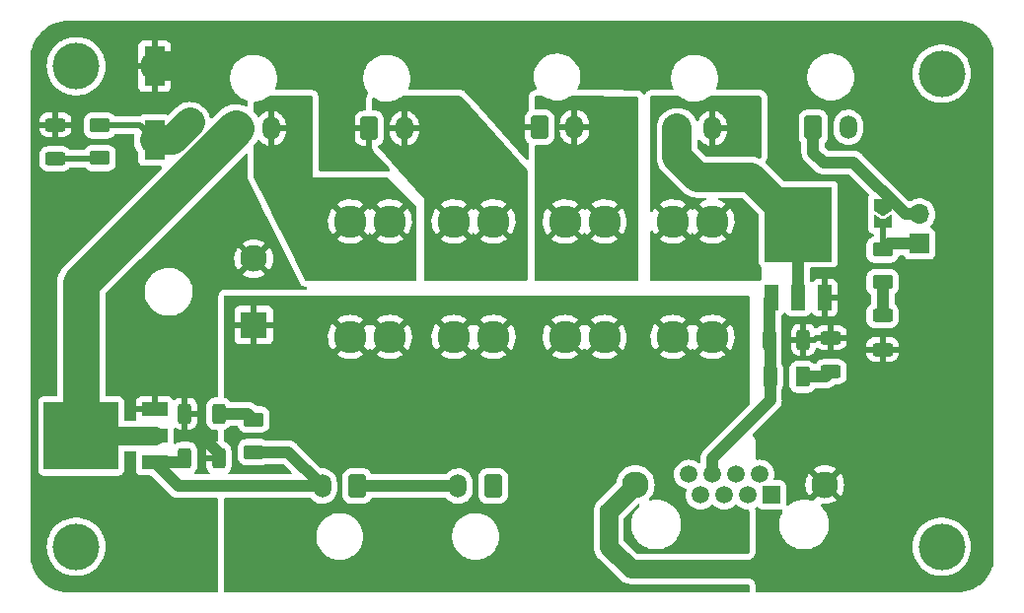
<source format=gtl>
%TF.GenerationSoftware,KiCad,Pcbnew,(6.0.4)*%
%TF.CreationDate,2023-05-16T23:09:25-04:00*%
%TF.ProjectId,PROTO_PCB,50524f54-4f5f-4504-9342-2e6b69636164,rev?*%
%TF.SameCoordinates,Original*%
%TF.FileFunction,Copper,L1,Top*%
%TF.FilePolarity,Positive*%
%FSLAX46Y46*%
G04 Gerber Fmt 4.6, Leading zero omitted, Abs format (unit mm)*
G04 Created by KiCad (PCBNEW (6.0.4)) date 2023-05-16 23:09:25*
%MOMM*%
%LPD*%
G01*
G04 APERTURE LIST*
G04 Aperture macros list*
%AMRoundRect*
0 Rectangle with rounded corners*
0 $1 Rounding radius*
0 $2 $3 $4 $5 $6 $7 $8 $9 X,Y pos of 4 corners*
0 Add a 4 corners polygon primitive as box body*
4,1,4,$2,$3,$4,$5,$6,$7,$8,$9,$2,$3,0*
0 Add four circle primitives for the rounded corners*
1,1,$1+$1,$2,$3*
1,1,$1+$1,$4,$5*
1,1,$1+$1,$6,$7*
1,1,$1+$1,$8,$9*
0 Add four rect primitives between the rounded corners*
20,1,$1+$1,$2,$3,$4,$5,0*
20,1,$1+$1,$4,$5,$6,$7,0*
20,1,$1+$1,$6,$7,$8,$9,0*
20,1,$1+$1,$8,$9,$2,$3,0*%
%AMFreePoly0*
4,1,6,1.000000,0.000000,0.500000,-0.750000,-0.500000,-0.750000,-0.500000,0.750000,0.500000,0.750000,1.000000,0.000000,1.000000,0.000000,$1*%
%AMFreePoly1*
4,1,6,0.500000,-0.750000,-0.650000,-0.750000,-0.150000,0.000000,-0.650000,0.750000,0.500000,0.750000,0.500000,-0.750000,0.500000,-0.750000,$1*%
G04 Aperture macros list end*
%TA.AperFunction,ComponentPad*%
%ADD10C,4.000000*%
%TD*%
%TA.AperFunction,SMDPad,CuDef*%
%ADD11R,1.800000X3.400000*%
%TD*%
%TA.AperFunction,SMDPad,CuDef*%
%ADD12RoundRect,0.250000X-0.625000X0.375000X-0.625000X-0.375000X0.625000X-0.375000X0.625000X0.375000X0*%
%TD*%
%TA.AperFunction,SMDPad,CuDef*%
%ADD13RoundRect,0.250000X0.375000X0.625000X-0.375000X0.625000X-0.375000X-0.625000X0.375000X-0.625000X0*%
%TD*%
%TA.AperFunction,ComponentPad*%
%ADD14C,2.780000*%
%TD*%
%TA.AperFunction,ComponentPad*%
%ADD15RoundRect,0.250000X0.500000X0.760000X-0.500000X0.760000X-0.500000X-0.760000X0.500000X-0.760000X0*%
%TD*%
%TA.AperFunction,ComponentPad*%
%ADD16O,1.500000X2.020000*%
%TD*%
%TA.AperFunction,ComponentPad*%
%ADD17RoundRect,0.250000X-0.500000X-0.760000X0.500000X-0.760000X0.500000X0.760000X-0.500000X0.760000X0*%
%TD*%
%TA.AperFunction,SMDPad,CuDef*%
%ADD18R,2.200000X1.200000*%
%TD*%
%TA.AperFunction,SMDPad,CuDef*%
%ADD19R,6.400000X5.800000*%
%TD*%
%TA.AperFunction,SMDPad,CuDef*%
%ADD20R,1.200000X2.200000*%
%TD*%
%TA.AperFunction,SMDPad,CuDef*%
%ADD21R,5.800000X6.400000*%
%TD*%
%TA.AperFunction,SMDPad,CuDef*%
%ADD22RoundRect,0.249999X0.312501X0.625001X-0.312501X0.625001X-0.312501X-0.625001X0.312501X-0.625001X0*%
%TD*%
%TA.AperFunction,SMDPad,CuDef*%
%ADD23RoundRect,0.249999X-0.312501X-0.625001X0.312501X-0.625001X0.312501X0.625001X-0.312501X0.625001X0*%
%TD*%
%TA.AperFunction,SMDPad,CuDef*%
%ADD24RoundRect,0.249999X0.625001X-0.312501X0.625001X0.312501X-0.625001X0.312501X-0.625001X-0.312501X0*%
%TD*%
%TA.AperFunction,SMDPad,CuDef*%
%ADD25RoundRect,0.250000X0.625000X-0.375000X0.625000X0.375000X-0.625000X0.375000X-0.625000X-0.375000X0*%
%TD*%
%TA.AperFunction,ComponentPad*%
%ADD26R,2.300000X2.300000*%
%TD*%
%TA.AperFunction,ComponentPad*%
%ADD27C,2.300000*%
%TD*%
%TA.AperFunction,SMDPad,CuDef*%
%ADD28RoundRect,0.249999X-0.625001X0.312501X-0.625001X-0.312501X0.625001X-0.312501X0.625001X0.312501X0*%
%TD*%
%TA.AperFunction,ComponentPad*%
%ADD29R,1.500000X1.500000*%
%TD*%
%TA.AperFunction,ComponentPad*%
%ADD30C,1.500000*%
%TD*%
%TA.AperFunction,SMDPad,CuDef*%
%ADD31FreePoly0,270.000000*%
%TD*%
%TA.AperFunction,SMDPad,CuDef*%
%ADD32FreePoly1,270.000000*%
%TD*%
%TA.AperFunction,ComponentPad*%
%ADD33R,1.700000X1.700000*%
%TD*%
%TA.AperFunction,ComponentPad*%
%ADD34O,1.700000X1.700000*%
%TD*%
%TA.AperFunction,ViaPad*%
%ADD35C,1.400000*%
%TD*%
%TA.AperFunction,Conductor*%
%ADD36C,1.570000*%
%TD*%
%TA.AperFunction,Conductor*%
%ADD37C,2.500000*%
%TD*%
%TA.AperFunction,Conductor*%
%ADD38C,1.000000*%
%TD*%
%TA.AperFunction,Conductor*%
%ADD39C,0.500000*%
%TD*%
%TA.AperFunction,Conductor*%
%ADD40C,3.140000*%
%TD*%
G04 APERTURE END LIST*
D10*
X46101000Y-104140000D03*
X46101000Y-145415000D03*
D11*
X52832000Y-110490000D03*
X52832000Y-104140000D03*
D12*
X61341000Y-134490000D03*
X61341000Y-137290000D03*
D13*
X108461000Y-130810000D03*
X105661000Y-130810000D03*
D14*
X73025000Y-117475000D03*
X69625000Y-117475000D03*
X69625000Y-127395000D03*
X73025000Y-127395000D03*
X100711000Y-117475000D03*
X97311000Y-117475000D03*
X100711000Y-127395000D03*
X97311000Y-127395000D03*
D10*
X120396000Y-104775000D03*
X120396000Y-145415000D03*
D15*
X81891000Y-140208000D03*
D16*
X78891000Y-140208000D03*
D15*
X70231000Y-140208000D03*
D16*
X67231000Y-140208000D03*
D17*
X59841000Y-109476000D03*
D16*
X62841000Y-109476000D03*
D17*
X97687000Y-109476000D03*
D16*
X100687000Y-109476000D03*
D17*
X85876000Y-109380000D03*
D16*
X88876000Y-109380000D03*
D17*
X109371000Y-109380000D03*
D16*
X112371000Y-109380000D03*
D18*
X52841000Y-138170000D03*
D19*
X46541000Y-135890000D03*
D18*
X52841000Y-135890000D03*
X52841000Y-133610000D03*
D20*
X105796000Y-124005000D03*
X108076000Y-124005000D03*
D21*
X108076000Y-117705000D03*
D20*
X110356000Y-124005000D03*
D22*
X58358500Y-133985000D03*
X55433500Y-133985000D03*
D23*
X55433500Y-137795000D03*
X58358500Y-137795000D03*
D24*
X110871000Y-130367500D03*
X110871000Y-127442500D03*
D23*
X105598500Y-127635000D03*
X108523500Y-127635000D03*
D14*
X91456769Y-117475000D03*
X88056769Y-117475000D03*
X88056769Y-127395000D03*
X91456769Y-127395000D03*
D25*
X115316000Y-122685000D03*
X115316000Y-119885000D03*
D24*
X115316000Y-128462500D03*
X115316000Y-125537500D03*
D14*
X81915000Y-117475000D03*
X78515000Y-117475000D03*
X78515000Y-127395000D03*
X81915000Y-127395000D03*
D26*
X61341000Y-126365000D03*
D27*
X61341000Y-120665000D03*
D17*
X71271000Y-109476000D03*
D16*
X74271000Y-109476000D03*
D25*
X48133000Y-112017000D03*
X48133000Y-109217000D03*
D28*
X44323000Y-109154500D03*
X44323000Y-112079500D03*
D29*
X105791000Y-140970000D03*
D30*
X104775000Y-139190000D03*
X103759000Y-140970000D03*
X102743000Y-139190000D03*
X101727000Y-140970000D03*
X100711000Y-139190000D03*
X99695000Y-140970000D03*
X98679000Y-139190000D03*
D27*
X110361000Y-140080000D03*
X94101000Y-140080000D03*
D31*
X115316000Y-116025000D03*
D32*
X115316000Y-117475000D03*
D33*
X118491000Y-119380000D03*
D34*
X118491000Y-116840000D03*
D35*
X57404000Y-104140000D03*
X55880000Y-108966000D03*
D36*
X93726000Y-147320000D02*
X109601000Y-147320000D01*
X91821000Y-145415000D02*
X93726000Y-147320000D01*
X91821000Y-142360000D02*
X91821000Y-145415000D01*
X94101000Y-140080000D02*
X91821000Y-142360000D01*
D37*
X52832000Y-104140000D02*
X57404000Y-104140000D01*
D38*
X117288919Y-116840000D02*
X112843919Y-112395000D01*
X112843919Y-112395000D02*
X110236000Y-112395000D01*
X109371000Y-111530000D02*
X109371000Y-109380000D01*
X110236000Y-112395000D02*
X109371000Y-111530000D01*
X118491000Y-116840000D02*
X117288919Y-116840000D01*
X58358500Y-137352500D02*
X56896000Y-135890000D01*
X58358500Y-137795000D02*
X58358500Y-137352500D01*
D39*
X51559000Y-109217000D02*
X52832000Y-110490000D01*
X48133000Y-109217000D02*
X51559000Y-109217000D01*
D37*
X54356000Y-110490000D02*
X55880000Y-108966000D01*
X52832000Y-110490000D02*
X54356000Y-110490000D01*
D38*
X70231000Y-140208000D02*
X78891000Y-140208000D01*
D40*
X46541000Y-135890000D02*
X47371000Y-135890000D01*
D36*
X46541000Y-135890000D02*
X52841000Y-135890000D01*
D40*
X59841000Y-109476000D02*
X46541000Y-122776000D01*
X46541000Y-122776000D02*
X46541000Y-135890000D01*
D38*
X52841000Y-138170000D02*
X54879000Y-140208000D01*
X54879000Y-140208000D02*
X67231000Y-140208000D01*
X64313000Y-137290000D02*
X67231000Y-140208000D01*
X55058500Y-138170000D02*
X55433500Y-137795000D01*
X61341000Y-137290000D02*
X64313000Y-137290000D01*
X52841000Y-138170000D02*
X55058500Y-138170000D01*
D37*
X97687000Y-109476000D02*
X97687000Y-111911000D01*
X97687000Y-111911000D02*
X99441000Y-113665000D01*
X99441000Y-113665000D02*
X104036000Y-113665000D01*
D38*
X108076000Y-124005000D02*
X108076000Y-117705000D01*
X108076000Y-117705000D02*
X108076000Y-116585000D01*
D37*
X104036000Y-113665000D02*
X108076000Y-117705000D01*
D38*
X105661000Y-132845000D02*
X100711000Y-137795000D01*
X105598500Y-127635000D02*
X105598500Y-124202500D01*
X105796000Y-124005000D02*
X105598500Y-124202500D01*
X105661000Y-127697500D02*
X105598500Y-127635000D01*
X105661000Y-130810000D02*
X105661000Y-127697500D01*
X100711000Y-137795000D02*
X100711000Y-139190000D01*
X105661000Y-130810000D02*
X105661000Y-132845000D01*
X60836000Y-133985000D02*
X61341000Y-134490000D01*
X58358500Y-133985000D02*
X60836000Y-133985000D01*
D39*
X48070500Y-112079500D02*
X48133000Y-112017000D01*
X44323000Y-112079500D02*
X48070500Y-112079500D01*
D38*
X110428500Y-130810000D02*
X110871000Y-130367500D01*
X108461000Y-130810000D02*
X110428500Y-130810000D01*
X115316000Y-122685000D02*
X115316000Y-125537500D01*
D39*
X115316000Y-117475000D02*
X115316000Y-119885000D01*
D38*
X115821000Y-119380000D02*
X115316000Y-119885000D01*
X118491000Y-119380000D02*
X115821000Y-119380000D01*
%TA.AperFunction,Conductor*%
G36*
X66363121Y-106700002D02*
G01*
X66409614Y-106753658D01*
X66421000Y-106806000D01*
X66421000Y-113665000D01*
X72718810Y-113665000D01*
X72786931Y-113685002D01*
X72807905Y-113701905D01*
X75274095Y-116168095D01*
X75308121Y-116230407D01*
X75311000Y-116257190D01*
X75311000Y-122429000D01*
X75290998Y-122497121D01*
X75237342Y-122543614D01*
X75185000Y-122555000D01*
X65863872Y-122555000D01*
X65795751Y-122534998D01*
X65751174Y-122485349D01*
X64001348Y-118985697D01*
X68479470Y-118985697D01*
X68486860Y-118995999D01*
X68527394Y-119029000D01*
X68534669Y-119034113D01*
X68757309Y-119168153D01*
X68765233Y-119172189D01*
X69004531Y-119273520D01*
X69012936Y-119276398D01*
X69264140Y-119343002D01*
X69272861Y-119344666D01*
X69530948Y-119375213D01*
X69539813Y-119375631D01*
X69799617Y-119369508D01*
X69808472Y-119368671D01*
X70064821Y-119326003D01*
X70073455Y-119323930D01*
X70321239Y-119245566D01*
X70329501Y-119242295D01*
X70563765Y-119129804D01*
X70571489Y-119125398D01*
X70763058Y-118997396D01*
X70771346Y-118987478D01*
X70770434Y-118985697D01*
X71879470Y-118985697D01*
X71886860Y-118995999D01*
X71927394Y-119029000D01*
X71934669Y-119034113D01*
X72157309Y-119168153D01*
X72165233Y-119172189D01*
X72404531Y-119273520D01*
X72412936Y-119276398D01*
X72664140Y-119343002D01*
X72672861Y-119344666D01*
X72930948Y-119375213D01*
X72939813Y-119375631D01*
X73199617Y-119369508D01*
X73208472Y-119368671D01*
X73464821Y-119326003D01*
X73473455Y-119323930D01*
X73721239Y-119245566D01*
X73729501Y-119242295D01*
X73963765Y-119129804D01*
X73971489Y-119125398D01*
X74163058Y-118997396D01*
X74171346Y-118987478D01*
X74164089Y-118973299D01*
X73037812Y-117847022D01*
X73023868Y-117839408D01*
X73022035Y-117839539D01*
X73015420Y-117843790D01*
X71886636Y-118972574D01*
X71879470Y-118985697D01*
X70770434Y-118985697D01*
X70764089Y-118973299D01*
X69637812Y-117847022D01*
X69623868Y-117839408D01*
X69622035Y-117839539D01*
X69615420Y-117843790D01*
X68486636Y-118972574D01*
X68479470Y-118985697D01*
X64001348Y-118985697D01*
X63218341Y-117419682D01*
X67723266Y-117419682D01*
X67733468Y-117679359D01*
X67734443Y-117688188D01*
X67781133Y-117943838D01*
X67783344Y-117952449D01*
X67865586Y-118198956D01*
X67868990Y-118207174D01*
X67985150Y-118439648D01*
X67989668Y-118447287D01*
X68103541Y-118612049D01*
X68113859Y-118620400D01*
X68127514Y-118613276D01*
X69252978Y-117487812D01*
X69259356Y-117476132D01*
X69989408Y-117476132D01*
X69989539Y-117477965D01*
X69993790Y-117484580D01*
X71123418Y-118614208D01*
X71136819Y-118621526D01*
X71146721Y-118614540D01*
X71161570Y-118596875D01*
X71166794Y-118589685D01*
X71217689Y-118508078D01*
X71270709Y-118460862D01*
X71340839Y-118449806D01*
X71405814Y-118478420D01*
X71428254Y-118503117D01*
X71503540Y-118612048D01*
X71513859Y-118620400D01*
X71527514Y-118613276D01*
X72652978Y-117487812D01*
X72659356Y-117476132D01*
X73389408Y-117476132D01*
X73389539Y-117477965D01*
X73393790Y-117484580D01*
X74523418Y-118614208D01*
X74536819Y-118621526D01*
X74546721Y-118614540D01*
X74561570Y-118596875D01*
X74566794Y-118589685D01*
X74704318Y-118369173D01*
X74708470Y-118361333D01*
X74813553Y-118123638D01*
X74816563Y-118115277D01*
X74887101Y-117865166D01*
X74888905Y-117856458D01*
X74923666Y-117597663D01*
X74924194Y-117591270D01*
X74927747Y-117478222D01*
X74927620Y-117471779D01*
X74909180Y-117211335D01*
X74907927Y-117202531D01*
X74853230Y-116948474D01*
X74850751Y-116939941D01*
X74760803Y-116696128D01*
X74757148Y-116688033D01*
X74633741Y-116459319D01*
X74628982Y-116451821D01*
X74545608Y-116338941D01*
X74534480Y-116330499D01*
X74521887Y-116337323D01*
X73397022Y-117462188D01*
X73389408Y-117476132D01*
X72659356Y-117476132D01*
X72660592Y-117473868D01*
X72660461Y-117472035D01*
X72656210Y-117465420D01*
X71527940Y-116337150D01*
X71515099Y-116330138D01*
X71504410Y-116337933D01*
X71453947Y-116401945D01*
X71448957Y-116409288D01*
X71434635Y-116433946D01*
X71383125Y-116482805D01*
X71313377Y-116496060D01*
X71247535Y-116469502D01*
X71224329Y-116445521D01*
X71145608Y-116338941D01*
X71134480Y-116330499D01*
X71121887Y-116337323D01*
X69997022Y-117462188D01*
X69989408Y-117476132D01*
X69259356Y-117476132D01*
X69260592Y-117473868D01*
X69260461Y-117472035D01*
X69256210Y-117465420D01*
X68127940Y-116337150D01*
X68115099Y-116330138D01*
X68104410Y-116337933D01*
X68053947Y-116401945D01*
X68048954Y-116409293D01*
X67918424Y-116634016D01*
X67914520Y-116641986D01*
X67816957Y-116882856D01*
X67814210Y-116891313D01*
X67751562Y-117143518D01*
X67750033Y-117152279D01*
X67723545Y-117410799D01*
X67723266Y-117419682D01*
X63218341Y-117419682D01*
X62490928Y-115964857D01*
X68480214Y-115964857D01*
X68487194Y-115977984D01*
X69612188Y-117102978D01*
X69626132Y-117110592D01*
X69627965Y-117110461D01*
X69634580Y-117106210D01*
X70762668Y-115978122D01*
X70769522Y-115965570D01*
X70768993Y-115964857D01*
X71880214Y-115964857D01*
X71887194Y-115977984D01*
X73012188Y-117102978D01*
X73026132Y-117110592D01*
X73027965Y-117110461D01*
X73034580Y-117106210D01*
X74162668Y-115978122D01*
X74169522Y-115965570D01*
X74161315Y-115954499D01*
X74073247Y-115887288D01*
X74065822Y-115882411D01*
X73839082Y-115755430D01*
X73831030Y-115751641D01*
X73588669Y-115657878D01*
X73580179Y-115655266D01*
X73327010Y-115596585D01*
X73318232Y-115595195D01*
X73059321Y-115572771D01*
X73050450Y-115572631D01*
X72790953Y-115586912D01*
X72782143Y-115588026D01*
X72527262Y-115638724D01*
X72518686Y-115641070D01*
X72273495Y-115727174D01*
X72265329Y-115730708D01*
X72034716Y-115850503D01*
X72027144Y-115855142D01*
X71888616Y-115954136D01*
X71880214Y-115964857D01*
X70768993Y-115964857D01*
X70761315Y-115954499D01*
X70673247Y-115887288D01*
X70665822Y-115882411D01*
X70439082Y-115755430D01*
X70431030Y-115751641D01*
X70188669Y-115657878D01*
X70180179Y-115655266D01*
X69927010Y-115596585D01*
X69918232Y-115595195D01*
X69659321Y-115572771D01*
X69650450Y-115572631D01*
X69390953Y-115586912D01*
X69382143Y-115588026D01*
X69127262Y-115638724D01*
X69118686Y-115641070D01*
X68873495Y-115727174D01*
X68865329Y-115730708D01*
X68634716Y-115850503D01*
X68627144Y-115855142D01*
X68488616Y-115954136D01*
X68480214Y-115964857D01*
X62490928Y-115964857D01*
X61354302Y-113691604D01*
X61341000Y-113635255D01*
X61341000Y-110965715D01*
X61361002Y-110897594D01*
X61371899Y-110883062D01*
X61505017Y-110729927D01*
X61642434Y-110518324D01*
X61696310Y-110472087D01*
X61766631Y-110462318D01*
X61831071Y-110492119D01*
X61850428Y-110513423D01*
X61881569Y-110556760D01*
X61888883Y-110565233D01*
X62042082Y-110713692D01*
X62050779Y-110720735D01*
X62227844Y-110839719D01*
X62237642Y-110845105D01*
X62432990Y-110930857D01*
X62443582Y-110934422D01*
X62569384Y-110964624D01*
X62583470Y-110963919D01*
X62587000Y-110955040D01*
X62587000Y-110954411D01*
X63095000Y-110954411D01*
X63099105Y-110968393D01*
X63108728Y-110969886D01*
X63108973Y-110969834D01*
X63312883Y-110907102D01*
X63323229Y-110902881D01*
X63512814Y-110805029D01*
X63522245Y-110799043D01*
X63691501Y-110669168D01*
X63699724Y-110661607D01*
X63843312Y-110503806D01*
X63850067Y-110494906D01*
X63963434Y-110314185D01*
X63968511Y-110304219D01*
X64048080Y-110106286D01*
X64051315Y-110095571D01*
X64094777Y-109885699D01*
X64095980Y-109876562D01*
X64098895Y-109826010D01*
X64099000Y-109822363D01*
X64099000Y-109748115D01*
X64094525Y-109732876D01*
X64093135Y-109731671D01*
X64085452Y-109730000D01*
X63113115Y-109730000D01*
X63097876Y-109734475D01*
X63096671Y-109735865D01*
X63095000Y-109743548D01*
X63095000Y-110954411D01*
X62587000Y-110954411D01*
X62587000Y-109203885D01*
X63095000Y-109203885D01*
X63099475Y-109219124D01*
X63100865Y-109220329D01*
X63108548Y-109222000D01*
X64080885Y-109222000D01*
X64096124Y-109217525D01*
X64097329Y-109216135D01*
X64099000Y-109208452D01*
X64099000Y-109161825D01*
X64098751Y-109156230D01*
X64084622Y-108997922D01*
X64082640Y-108986908D01*
X64026349Y-108781140D01*
X64022451Y-108770659D01*
X63930603Y-108578097D01*
X63924918Y-108568484D01*
X63800425Y-108395233D01*
X63793117Y-108386767D01*
X63639918Y-108238308D01*
X63631221Y-108231265D01*
X63454156Y-108112281D01*
X63444358Y-108106895D01*
X63249010Y-108021143D01*
X63238418Y-108017578D01*
X63112616Y-107987376D01*
X63098530Y-107988081D01*
X63095000Y-107996960D01*
X63095000Y-109203885D01*
X62587000Y-109203885D01*
X62587000Y-107997589D01*
X62582895Y-107983607D01*
X62573272Y-107982114D01*
X62573027Y-107982166D01*
X62369117Y-108044898D01*
X62358771Y-108049119D01*
X62169186Y-108146971D01*
X62159755Y-108152957D01*
X61990499Y-108282832D01*
X61982270Y-108290398D01*
X61837982Y-108448969D01*
X61777341Y-108485892D01*
X61706366Y-108484169D01*
X61647589Y-108444347D01*
X61636785Y-108429065D01*
X61553465Y-108290398D01*
X61547765Y-108280911D01*
X61544998Y-108277494D01*
X61544991Y-108277484D01*
X61369080Y-108060253D01*
X61341754Y-107994726D01*
X61341000Y-107980959D01*
X61341000Y-107286902D01*
X61361002Y-107218781D01*
X61414658Y-107172288D01*
X61458211Y-107161209D01*
X61616827Y-107150118D01*
X61616832Y-107150117D01*
X61621212Y-107149811D01*
X61895970Y-107091409D01*
X61900099Y-107089906D01*
X61900103Y-107089905D01*
X62155781Y-106996846D01*
X62155785Y-106996844D01*
X62159926Y-106995337D01*
X62407942Y-106863464D01*
X62627339Y-106704064D01*
X62701399Y-106680000D01*
X66295000Y-106680000D01*
X66363121Y-106700002D01*
G37*
%TD.AperFunction*%
%TA.AperFunction,Conductor*%
G36*
X79133005Y-106700002D02*
G01*
X79158539Y-106721710D01*
X82869595Y-110845105D01*
X84803655Y-112994061D01*
X84834358Y-113058076D01*
X84836000Y-113078351D01*
X84836000Y-122429000D01*
X84815998Y-122497121D01*
X84762342Y-122543614D01*
X84710000Y-122555000D01*
X76072000Y-122555000D01*
X76003879Y-122534998D01*
X75957386Y-122481342D01*
X75946000Y-122429000D01*
X75946000Y-118985697D01*
X77369470Y-118985697D01*
X77376860Y-118995999D01*
X77417394Y-119029000D01*
X77424669Y-119034113D01*
X77647309Y-119168153D01*
X77655233Y-119172189D01*
X77894531Y-119273520D01*
X77902936Y-119276398D01*
X78154140Y-119343002D01*
X78162861Y-119344666D01*
X78420948Y-119375213D01*
X78429813Y-119375631D01*
X78689617Y-119369508D01*
X78698472Y-119368671D01*
X78954821Y-119326003D01*
X78963455Y-119323930D01*
X79211239Y-119245566D01*
X79219501Y-119242295D01*
X79453765Y-119129804D01*
X79461489Y-119125398D01*
X79653058Y-118997396D01*
X79661346Y-118987478D01*
X79660434Y-118985697D01*
X80769470Y-118985697D01*
X80776860Y-118995999D01*
X80817394Y-119029000D01*
X80824669Y-119034113D01*
X81047309Y-119168153D01*
X81055233Y-119172189D01*
X81294531Y-119273520D01*
X81302936Y-119276398D01*
X81554140Y-119343002D01*
X81562861Y-119344666D01*
X81820948Y-119375213D01*
X81829813Y-119375631D01*
X82089617Y-119369508D01*
X82098472Y-119368671D01*
X82354821Y-119326003D01*
X82363455Y-119323930D01*
X82611239Y-119245566D01*
X82619501Y-119242295D01*
X82853765Y-119129804D01*
X82861489Y-119125398D01*
X83053058Y-118997396D01*
X83061346Y-118987478D01*
X83054089Y-118973299D01*
X81927812Y-117847022D01*
X81913868Y-117839408D01*
X81912035Y-117839539D01*
X81905420Y-117843790D01*
X80776636Y-118972574D01*
X80769470Y-118985697D01*
X79660434Y-118985697D01*
X79654089Y-118973299D01*
X78527812Y-117847022D01*
X78513868Y-117839408D01*
X78512035Y-117839539D01*
X78505420Y-117843790D01*
X77376636Y-118972574D01*
X77369470Y-118985697D01*
X75946000Y-118985697D01*
X75946000Y-117419682D01*
X76613266Y-117419682D01*
X76623468Y-117679359D01*
X76624443Y-117688188D01*
X76671133Y-117943838D01*
X76673344Y-117952449D01*
X76755586Y-118198956D01*
X76758990Y-118207174D01*
X76875150Y-118439648D01*
X76879668Y-118447287D01*
X76993541Y-118612049D01*
X77003859Y-118620400D01*
X77017514Y-118613276D01*
X78142978Y-117487812D01*
X78149356Y-117476132D01*
X78879408Y-117476132D01*
X78879539Y-117477965D01*
X78883790Y-117484580D01*
X80013418Y-118614208D01*
X80026819Y-118621526D01*
X80036721Y-118614540D01*
X80051570Y-118596875D01*
X80056794Y-118589685D01*
X80107689Y-118508078D01*
X80160709Y-118460862D01*
X80230839Y-118449806D01*
X80295814Y-118478420D01*
X80318254Y-118503117D01*
X80393540Y-118612048D01*
X80403859Y-118620400D01*
X80417514Y-118613276D01*
X81542978Y-117487812D01*
X81549356Y-117476132D01*
X82279408Y-117476132D01*
X82279539Y-117477965D01*
X82283790Y-117484580D01*
X83413418Y-118614208D01*
X83426819Y-118621526D01*
X83436721Y-118614540D01*
X83451570Y-118596875D01*
X83456794Y-118589685D01*
X83594318Y-118369173D01*
X83598470Y-118361333D01*
X83703553Y-118123638D01*
X83706563Y-118115277D01*
X83777101Y-117865166D01*
X83778905Y-117856458D01*
X83813666Y-117597663D01*
X83814194Y-117591270D01*
X83817747Y-117478222D01*
X83817620Y-117471779D01*
X83799180Y-117211335D01*
X83797927Y-117202531D01*
X83743230Y-116948474D01*
X83740751Y-116939941D01*
X83650803Y-116696128D01*
X83647148Y-116688033D01*
X83523741Y-116459319D01*
X83518982Y-116451821D01*
X83435608Y-116338941D01*
X83424480Y-116330499D01*
X83411887Y-116337323D01*
X82287022Y-117462188D01*
X82279408Y-117476132D01*
X81549356Y-117476132D01*
X81550592Y-117473868D01*
X81550461Y-117472035D01*
X81546210Y-117465420D01*
X80417940Y-116337150D01*
X80405099Y-116330138D01*
X80394410Y-116337933D01*
X80343947Y-116401945D01*
X80338957Y-116409288D01*
X80324635Y-116433946D01*
X80273125Y-116482805D01*
X80203377Y-116496060D01*
X80137535Y-116469502D01*
X80114329Y-116445521D01*
X80035608Y-116338941D01*
X80024480Y-116330499D01*
X80011887Y-116337323D01*
X78887022Y-117462188D01*
X78879408Y-117476132D01*
X78149356Y-117476132D01*
X78150592Y-117473868D01*
X78150461Y-117472035D01*
X78146210Y-117465420D01*
X77017940Y-116337150D01*
X77005099Y-116330138D01*
X76994410Y-116337933D01*
X76943947Y-116401945D01*
X76938954Y-116409293D01*
X76808424Y-116634016D01*
X76804520Y-116641986D01*
X76706957Y-116882856D01*
X76704210Y-116891313D01*
X76641562Y-117143518D01*
X76640033Y-117152279D01*
X76613545Y-117410799D01*
X76613266Y-117419682D01*
X75946000Y-117419682D01*
X75946000Y-115964857D01*
X77370214Y-115964857D01*
X77377194Y-115977984D01*
X78502188Y-117102978D01*
X78516132Y-117110592D01*
X78517965Y-117110461D01*
X78524580Y-117106210D01*
X79652668Y-115978122D01*
X79659522Y-115965570D01*
X79658993Y-115964857D01*
X80770214Y-115964857D01*
X80777194Y-115977984D01*
X81902188Y-117102978D01*
X81916132Y-117110592D01*
X81917965Y-117110461D01*
X81924580Y-117106210D01*
X83052668Y-115978122D01*
X83059522Y-115965570D01*
X83051315Y-115954499D01*
X82963247Y-115887288D01*
X82955822Y-115882411D01*
X82729082Y-115755430D01*
X82721030Y-115751641D01*
X82478669Y-115657878D01*
X82470179Y-115655266D01*
X82217010Y-115596585D01*
X82208232Y-115595195D01*
X81949321Y-115572771D01*
X81940450Y-115572631D01*
X81680953Y-115586912D01*
X81672143Y-115588026D01*
X81417262Y-115638724D01*
X81408686Y-115641070D01*
X81163495Y-115727174D01*
X81155329Y-115730708D01*
X80924716Y-115850503D01*
X80917144Y-115855142D01*
X80778616Y-115954136D01*
X80770214Y-115964857D01*
X79658993Y-115964857D01*
X79651315Y-115954499D01*
X79563247Y-115887288D01*
X79555822Y-115882411D01*
X79329082Y-115755430D01*
X79321030Y-115751641D01*
X79078669Y-115657878D01*
X79070179Y-115655266D01*
X78817010Y-115596585D01*
X78808232Y-115595195D01*
X78549321Y-115572771D01*
X78540450Y-115572631D01*
X78280953Y-115586912D01*
X78272143Y-115588026D01*
X78017262Y-115638724D01*
X78008686Y-115641070D01*
X77763495Y-115727174D01*
X77755329Y-115730708D01*
X77524716Y-115850503D01*
X77517144Y-115855142D01*
X77378616Y-115954136D01*
X77370214Y-115964857D01*
X75946000Y-115964857D01*
X75946000Y-115570000D01*
X73748067Y-113058076D01*
X72054922Y-111123054D01*
X72025118Y-111058616D01*
X72034882Y-110988294D01*
X72081115Y-110934414D01*
X72091256Y-110928781D01*
X72094946Y-110927550D01*
X72127990Y-110907102D01*
X72239120Y-110838332D01*
X72245348Y-110834478D01*
X72370305Y-110709303D01*
X72395045Y-110669168D01*
X72459275Y-110564968D01*
X72459276Y-110564966D01*
X72463115Y-110558738D01*
X72518797Y-110390861D01*
X72529500Y-110286400D01*
X72529500Y-109790175D01*
X73013000Y-109790175D01*
X73013249Y-109795770D01*
X73027378Y-109954078D01*
X73029360Y-109965092D01*
X73085651Y-110170860D01*
X73089549Y-110181341D01*
X73181397Y-110373903D01*
X73187082Y-110383516D01*
X73311575Y-110556767D01*
X73318883Y-110565233D01*
X73472082Y-110713692D01*
X73480779Y-110720735D01*
X73657844Y-110839719D01*
X73667642Y-110845105D01*
X73862990Y-110930857D01*
X73873582Y-110934422D01*
X73999384Y-110964624D01*
X74013470Y-110963919D01*
X74017000Y-110955040D01*
X74017000Y-110954411D01*
X74525000Y-110954411D01*
X74529105Y-110968393D01*
X74538728Y-110969886D01*
X74538973Y-110969834D01*
X74742883Y-110907102D01*
X74753229Y-110902881D01*
X74942814Y-110805029D01*
X74952245Y-110799043D01*
X75121501Y-110669168D01*
X75129724Y-110661607D01*
X75273312Y-110503806D01*
X75280067Y-110494906D01*
X75393434Y-110314185D01*
X75398511Y-110304219D01*
X75478080Y-110106286D01*
X75481315Y-110095571D01*
X75524777Y-109885699D01*
X75525980Y-109876562D01*
X75528895Y-109826010D01*
X75529000Y-109822363D01*
X75529000Y-109748115D01*
X75524525Y-109732876D01*
X75523135Y-109731671D01*
X75515452Y-109730000D01*
X74543115Y-109730000D01*
X74527876Y-109734475D01*
X74526671Y-109735865D01*
X74525000Y-109743548D01*
X74525000Y-110954411D01*
X74017000Y-110954411D01*
X74017000Y-109748115D01*
X74012525Y-109732876D01*
X74011135Y-109731671D01*
X74003452Y-109730000D01*
X73031115Y-109730000D01*
X73015876Y-109734475D01*
X73014671Y-109735865D01*
X73013000Y-109743548D01*
X73013000Y-109790175D01*
X72529500Y-109790175D01*
X72529500Y-109203885D01*
X73013000Y-109203885D01*
X73017475Y-109219124D01*
X73018865Y-109220329D01*
X73026548Y-109222000D01*
X73998885Y-109222000D01*
X74014124Y-109217525D01*
X74015329Y-109216135D01*
X74017000Y-109208452D01*
X74017000Y-109203885D01*
X74525000Y-109203885D01*
X74529475Y-109219124D01*
X74530865Y-109220329D01*
X74538548Y-109222000D01*
X75510885Y-109222000D01*
X75526124Y-109217525D01*
X75527329Y-109216135D01*
X75529000Y-109208452D01*
X75529000Y-109161825D01*
X75528751Y-109156230D01*
X75514622Y-108997922D01*
X75512640Y-108986908D01*
X75456349Y-108781140D01*
X75452451Y-108770659D01*
X75360603Y-108578097D01*
X75354918Y-108568484D01*
X75230425Y-108395233D01*
X75223117Y-108386767D01*
X75069918Y-108238308D01*
X75061221Y-108231265D01*
X74884156Y-108112281D01*
X74874358Y-108106895D01*
X74679010Y-108021143D01*
X74668418Y-108017578D01*
X74542616Y-107987376D01*
X74528530Y-107988081D01*
X74525000Y-107996960D01*
X74525000Y-109203885D01*
X74017000Y-109203885D01*
X74017000Y-107997589D01*
X74012895Y-107983607D01*
X74003272Y-107982114D01*
X74003027Y-107982166D01*
X73799117Y-108044898D01*
X73788771Y-108049119D01*
X73599186Y-108146971D01*
X73589755Y-108152957D01*
X73420499Y-108282832D01*
X73412276Y-108290393D01*
X73268688Y-108448194D01*
X73261933Y-108457094D01*
X73148566Y-108637815D01*
X73143489Y-108647781D01*
X73063920Y-108845714D01*
X73060685Y-108856429D01*
X73017223Y-109066301D01*
X73016020Y-109075438D01*
X73013105Y-109125990D01*
X73013000Y-109129637D01*
X73013000Y-109203885D01*
X72529500Y-109203885D01*
X72529500Y-108665600D01*
X72520421Y-108578097D01*
X72519238Y-108566692D01*
X72519237Y-108566688D01*
X72518526Y-108559834D01*
X72462550Y-108392054D01*
X72369478Y-108241652D01*
X72244303Y-108116695D01*
X72134675Y-108049119D01*
X72099968Y-108027725D01*
X72099966Y-108027724D01*
X72093738Y-108023885D01*
X71972303Y-107983607D01*
X71932389Y-107970368D01*
X71932387Y-107970368D01*
X71925861Y-107968203D01*
X71919025Y-107967503D01*
X71919022Y-107967502D01*
X71875969Y-107963091D01*
X71821400Y-107957500D01*
X71627000Y-107957500D01*
X71558879Y-107937498D01*
X71512386Y-107883842D01*
X71501000Y-107831500D01*
X71501000Y-106958106D01*
X71521002Y-106889985D01*
X71574658Y-106843492D01*
X71644932Y-106833388D01*
X71693769Y-106851252D01*
X71825764Y-106933731D01*
X72082375Y-107047982D01*
X72352390Y-107125407D01*
X72356740Y-107126018D01*
X72356743Y-107126019D01*
X72459690Y-107140487D01*
X72630552Y-107164500D01*
X72841146Y-107164500D01*
X72843332Y-107164347D01*
X72843336Y-107164347D01*
X73046827Y-107150118D01*
X73046832Y-107150117D01*
X73051212Y-107149811D01*
X73325970Y-107091409D01*
X73330099Y-107089906D01*
X73330103Y-107089905D01*
X73585781Y-106996846D01*
X73585785Y-106996844D01*
X73589926Y-106995337D01*
X73837942Y-106863464D01*
X73854751Y-106851252D01*
X73946105Y-106784879D01*
X74057339Y-106704064D01*
X74131399Y-106680000D01*
X79064884Y-106680000D01*
X79133005Y-106700002D01*
G37*
%TD.AperFunction*%
%TA.AperFunction,Conductor*%
G36*
X103828121Y-123845002D02*
G01*
X103874614Y-123898658D01*
X103886000Y-123951000D01*
X103886000Y-133141575D01*
X103865998Y-133209696D01*
X103849095Y-133230670D01*
X100041621Y-137038145D01*
X100031478Y-137047247D01*
X100001975Y-137070968D01*
X99998008Y-137075696D01*
X99969709Y-137109421D01*
X99966528Y-137113069D01*
X99964885Y-137114881D01*
X99962691Y-137117075D01*
X99935358Y-137150349D01*
X99934696Y-137151147D01*
X99874846Y-137222474D01*
X99872278Y-137227144D01*
X99868897Y-137231261D01*
X99837860Y-137289145D01*
X99825023Y-137313086D01*
X99824394Y-137314245D01*
X99782538Y-137390381D01*
X99782535Y-137390389D01*
X99779567Y-137395787D01*
X99777955Y-137400869D01*
X99775438Y-137405563D01*
X99748238Y-137494531D01*
X99747918Y-137495559D01*
X99719765Y-137584306D01*
X99719171Y-137589602D01*
X99717613Y-137594698D01*
X99716990Y-137600834D01*
X99708218Y-137687187D01*
X99708089Y-137688393D01*
X99702500Y-137738227D01*
X99702500Y-137741754D01*
X99702445Y-137742739D01*
X99701998Y-137748419D01*
X99697626Y-137791462D01*
X99698206Y-137797593D01*
X99701941Y-137837109D01*
X99702500Y-137848967D01*
X99702500Y-138130107D01*
X99682498Y-138198228D01*
X99628842Y-138244721D01*
X99558568Y-138254825D01*
X99495507Y-138226627D01*
X99494929Y-138226142D01*
X99491038Y-138222251D01*
X99310654Y-138095944D01*
X99111076Y-138002880D01*
X98898371Y-137945885D01*
X98679000Y-137926693D01*
X98459629Y-137945885D01*
X98246924Y-138002880D01*
X98179593Y-138034277D01*
X98052334Y-138093618D01*
X98052329Y-138093621D01*
X98047347Y-138095944D01*
X98042840Y-138099100D01*
X98042838Y-138099101D01*
X97871473Y-138219092D01*
X97871470Y-138219094D01*
X97866962Y-138222251D01*
X97711251Y-138377962D01*
X97708094Y-138382470D01*
X97708092Y-138382473D01*
X97648777Y-138467184D01*
X97584944Y-138558347D01*
X97582621Y-138563329D01*
X97582618Y-138563334D01*
X97565389Y-138600283D01*
X97491880Y-138757924D01*
X97434885Y-138970629D01*
X97415693Y-139190000D01*
X97434885Y-139409371D01*
X97491880Y-139622076D01*
X97494205Y-139627061D01*
X97582618Y-139816666D01*
X97582621Y-139816671D01*
X97584944Y-139821653D01*
X97588100Y-139826160D01*
X97588101Y-139826162D01*
X97639938Y-139900192D01*
X97711251Y-140002038D01*
X97866962Y-140157749D01*
X98047346Y-140284056D01*
X98246924Y-140377120D01*
X98252236Y-140378543D01*
X98252235Y-140378543D01*
X98408893Y-140420520D01*
X98469515Y-140457472D01*
X98500537Y-140521333D01*
X98497988Y-140574838D01*
X98452308Y-140745316D01*
X98452307Y-140745323D01*
X98450885Y-140750629D01*
X98431693Y-140970000D01*
X98450885Y-141189371D01*
X98507880Y-141402076D01*
X98530224Y-141449992D01*
X98598618Y-141596666D01*
X98598621Y-141596671D01*
X98600944Y-141601653D01*
X98604100Y-141606160D01*
X98604101Y-141606162D01*
X98716662Y-141766915D01*
X98727251Y-141782038D01*
X98882962Y-141937749D01*
X98887471Y-141940906D01*
X98887473Y-141940908D01*
X98962241Y-141993261D01*
X99063346Y-142064056D01*
X99262924Y-142157120D01*
X99475629Y-142214115D01*
X99695000Y-142233307D01*
X99914371Y-142214115D01*
X100127076Y-142157120D01*
X100326654Y-142064056D01*
X100427759Y-141993261D01*
X100502527Y-141940908D01*
X100502529Y-141940906D01*
X100507038Y-141937749D01*
X100621905Y-141822882D01*
X100684217Y-141788856D01*
X100755032Y-141793921D01*
X100800095Y-141822882D01*
X100914962Y-141937749D01*
X100919471Y-141940906D01*
X100919473Y-141940908D01*
X100994241Y-141993261D01*
X101095346Y-142064056D01*
X101294924Y-142157120D01*
X101507629Y-142214115D01*
X101727000Y-142233307D01*
X101946371Y-142214115D01*
X102159076Y-142157120D01*
X102358654Y-142064056D01*
X102459759Y-141993261D01*
X102534527Y-141940908D01*
X102534529Y-141940906D01*
X102539038Y-141937749D01*
X102653905Y-141822882D01*
X102716217Y-141788856D01*
X102787032Y-141793921D01*
X102832095Y-141822882D01*
X102946962Y-141937749D01*
X102951471Y-141940906D01*
X102951473Y-141940908D01*
X103026241Y-141993261D01*
X103127346Y-142064056D01*
X103326924Y-142157120D01*
X103539629Y-142214115D01*
X103753525Y-142232828D01*
X103759000Y-142233307D01*
X103761027Y-142233130D01*
X103828121Y-142252830D01*
X103874614Y-142306486D01*
X103886000Y-142358828D01*
X103886000Y-145900500D01*
X103865998Y-145968621D01*
X103812342Y-146015114D01*
X103760000Y-146026500D01*
X94313975Y-146026500D01*
X94245854Y-146006498D01*
X94224880Y-145989595D01*
X93151405Y-144916120D01*
X93117379Y-144853808D01*
X93114500Y-144827025D01*
X93114500Y-142947975D01*
X93134502Y-142879854D01*
X93151405Y-142858880D01*
X94247938Y-141762347D01*
X94310250Y-141728321D01*
X94327145Y-141725831D01*
X94337486Y-141725017D01*
X94406967Y-141739611D01*
X94457527Y-141789453D01*
X94473114Y-141858717D01*
X94448780Y-141925413D01*
X94433151Y-141942922D01*
X94322112Y-142046106D01*
X94319398Y-142049422D01*
X94319395Y-142049425D01*
X94249739Y-142134528D01*
X94137861Y-142271216D01*
X93985867Y-142519248D01*
X93984148Y-142523165D01*
X93984146Y-142523168D01*
X93953672Y-142592591D01*
X93868941Y-142785614D01*
X93867765Y-142789742D01*
X93867764Y-142789745D01*
X93843218Y-142875913D01*
X93789246Y-143065384D01*
X93788642Y-143069626D01*
X93788641Y-143069632D01*
X93786125Y-143087313D01*
X93748258Y-143353381D01*
X93746735Y-143644277D01*
X93784705Y-143932687D01*
X93861465Y-144213276D01*
X93975596Y-144480852D01*
X94124985Y-144730462D01*
X94127669Y-144733813D01*
X94127671Y-144733815D01*
X94142322Y-144752102D01*
X94306867Y-144957489D01*
X94458379Y-145101268D01*
X94509917Y-145150176D01*
X94517878Y-145157731D01*
X94754113Y-145327483D01*
X95011200Y-145463603D01*
X95015223Y-145465075D01*
X95015227Y-145465077D01*
X95215446Y-145538347D01*
X95284382Y-145563574D01*
X95568604Y-145625544D01*
X95597650Y-145627830D01*
X95794297Y-145643307D01*
X95794304Y-145643307D01*
X95796753Y-145643500D01*
X95954121Y-145643500D01*
X95956257Y-145643354D01*
X95956268Y-145643354D01*
X96166949Y-145628991D01*
X96166955Y-145628990D01*
X96171226Y-145628699D01*
X96175421Y-145627830D01*
X96175423Y-145627830D01*
X96313653Y-145599204D01*
X96456081Y-145569709D01*
X96730295Y-145472605D01*
X96988793Y-145339184D01*
X96992294Y-145336723D01*
X96992298Y-145336721D01*
X97107793Y-145255549D01*
X97226792Y-145171915D01*
X97439888Y-144973894D01*
X97450895Y-144960447D01*
X97621423Y-144752102D01*
X97624139Y-144748784D01*
X97776133Y-144500752D01*
X97784869Y-144480852D01*
X97891334Y-144238315D01*
X97893059Y-144234386D01*
X97899073Y-144213276D01*
X97946940Y-144045236D01*
X97972754Y-143954616D01*
X97975286Y-143936829D01*
X98013137Y-143670870D01*
X98013742Y-143666619D01*
X98015265Y-143375723D01*
X97977295Y-143087313D01*
X97900535Y-142806724D01*
X97876455Y-142750269D01*
X97788090Y-142543100D01*
X97788088Y-142543096D01*
X97786404Y-142539148D01*
X97637015Y-142289538D01*
X97622337Y-142271216D01*
X97468957Y-142079766D01*
X97455133Y-142062511D01*
X97295389Y-141910920D01*
X97247231Y-141865219D01*
X97247228Y-141865217D01*
X97244122Y-141862269D01*
X97007887Y-141692517D01*
X96761955Y-141562303D01*
X96754587Y-141558402D01*
X96754586Y-141558401D01*
X96750800Y-141556397D01*
X96746777Y-141554925D01*
X96746773Y-141554923D01*
X96481649Y-141457901D01*
X96481647Y-141457900D01*
X96477618Y-141456426D01*
X96193396Y-141394456D01*
X96149598Y-141391009D01*
X95967703Y-141376693D01*
X95967696Y-141376693D01*
X95965247Y-141376500D01*
X95807879Y-141376500D01*
X95805743Y-141376646D01*
X95805732Y-141376646D01*
X95595051Y-141391009D01*
X95595045Y-141391010D01*
X95590774Y-141391301D01*
X95586579Y-141392170D01*
X95586577Y-141392170D01*
X95571130Y-141395369D01*
X95430374Y-141424518D01*
X95359614Y-141418746D01*
X95303206Y-141375633D01*
X95279061Y-141308868D01*
X95294846Y-141239648D01*
X95309012Y-141219306D01*
X95311409Y-141216500D01*
X95446903Y-141057856D01*
X95583303Y-140835271D01*
X95586433Y-140827716D01*
X95681310Y-140598662D01*
X95681311Y-140598660D01*
X95683204Y-140594089D01*
X95730308Y-140397888D01*
X95742991Y-140345062D01*
X95742992Y-140345056D01*
X95744146Y-140340249D01*
X95764628Y-140080000D01*
X95744146Y-139819751D01*
X95742992Y-139814944D01*
X95742991Y-139814938D01*
X95684359Y-139570723D01*
X95683204Y-139565911D01*
X95656933Y-139502487D01*
X95585198Y-139329303D01*
X95585196Y-139329299D01*
X95583303Y-139324729D01*
X95446903Y-139102144D01*
X95277363Y-138903637D01*
X95078856Y-138734097D01*
X94856271Y-138597697D01*
X94851701Y-138595804D01*
X94851697Y-138595802D01*
X94619662Y-138499690D01*
X94619660Y-138499689D01*
X94615089Y-138497796D01*
X94514302Y-138473599D01*
X94366062Y-138438009D01*
X94366056Y-138438008D01*
X94361249Y-138436854D01*
X94101000Y-138416372D01*
X93840751Y-138436854D01*
X93835944Y-138438008D01*
X93835938Y-138438009D01*
X93687698Y-138473599D01*
X93586911Y-138497796D01*
X93582340Y-138499689D01*
X93582338Y-138499690D01*
X93350303Y-138595802D01*
X93350299Y-138595804D01*
X93345729Y-138597697D01*
X93123144Y-138734097D01*
X92924637Y-138903637D01*
X92755097Y-139102144D01*
X92618697Y-139324729D01*
X92616804Y-139329299D01*
X92616802Y-139329303D01*
X92545067Y-139502487D01*
X92518796Y-139565911D01*
X92517641Y-139570723D01*
X92459009Y-139814938D01*
X92459008Y-139814944D01*
X92457854Y-139819751D01*
X92455468Y-139850070D01*
X92455170Y-139853853D01*
X92429884Y-139920195D01*
X92418653Y-139933062D01*
X90986381Y-141365334D01*
X90986378Y-141365336D01*
X90826336Y-141525378D01*
X90800600Y-141562134D01*
X90796972Y-141567315D01*
X90790283Y-141576032D01*
X90757379Y-141615245D01*
X90754628Y-141620011D01*
X90754626Y-141620013D01*
X90731782Y-141659580D01*
X90725876Y-141668851D01*
X90696517Y-141710780D01*
X90683073Y-141739611D01*
X90674885Y-141757169D01*
X90669811Y-141766915D01*
X90646968Y-141806482D01*
X90646965Y-141806488D01*
X90644213Y-141811255D01*
X90630808Y-141848085D01*
X90626707Y-141859353D01*
X90622501Y-141869507D01*
X90603190Y-141910920D01*
X90600865Y-141915907D01*
X90599444Y-141921212D01*
X90599441Y-141921219D01*
X90587615Y-141965357D01*
X90584313Y-141975831D01*
X90566803Y-142023938D01*
X90559319Y-142066381D01*
X90557913Y-142074356D01*
X90555535Y-142085081D01*
X90542285Y-142134528D01*
X90541806Y-142140007D01*
X90537824Y-142185524D01*
X90536388Y-142196426D01*
X90527499Y-142246833D01*
X90527499Y-142473167D01*
X90527500Y-142473173D01*
X90527500Y-145301827D01*
X90527499Y-145301833D01*
X90527499Y-145528167D01*
X90533483Y-145562099D01*
X90536388Y-145578574D01*
X90537824Y-145589475D01*
X90542285Y-145640472D01*
X90543709Y-145645786D01*
X90555533Y-145689911D01*
X90557913Y-145700642D01*
X90566803Y-145751062D01*
X90584313Y-145799169D01*
X90587615Y-145809643D01*
X90599441Y-145853781D01*
X90599444Y-145853788D01*
X90600865Y-145859093D01*
X90603188Y-145864075D01*
X90603190Y-145864080D01*
X90622501Y-145905493D01*
X90626706Y-145915645D01*
X90644213Y-145963745D01*
X90646965Y-145968512D01*
X90646968Y-145968518D01*
X90669811Y-146008085D01*
X90674885Y-146017831D01*
X90696517Y-146064220D01*
X90699674Y-146068728D01*
X90725876Y-146106149D01*
X90731782Y-146115420D01*
X90754086Y-146154051D01*
X90757379Y-146159755D01*
X90760916Y-146163970D01*
X90790279Y-146198963D01*
X90796969Y-146207681D01*
X90826336Y-146249622D01*
X90986378Y-146409664D01*
X90986381Y-146409666D01*
X92731334Y-148154619D01*
X92731336Y-148154622D01*
X92891378Y-148314664D01*
X92895881Y-148317817D01*
X92933315Y-148344028D01*
X92942037Y-148350721D01*
X92977028Y-148380083D01*
X92977032Y-148380086D01*
X92981245Y-148383621D01*
X92986007Y-148386370D01*
X92986015Y-148386376D01*
X93025583Y-148409220D01*
X93034833Y-148415112D01*
X93076780Y-148444483D01*
X93081769Y-148446809D01*
X93081770Y-148446810D01*
X93123175Y-148466117D01*
X93132926Y-148471193D01*
X93172494Y-148494038D01*
X93172497Y-148494039D01*
X93177256Y-148496787D01*
X93182419Y-148498666D01*
X93182427Y-148498670D01*
X93225365Y-148514299D01*
X93235516Y-148518503D01*
X93281907Y-148540135D01*
X93287220Y-148541559D01*
X93287224Y-148541560D01*
X93331346Y-148553382D01*
X93341829Y-148556687D01*
X93389938Y-148574198D01*
X93395349Y-148575152D01*
X93395352Y-148575153D01*
X93426927Y-148580720D01*
X93440362Y-148583090D01*
X93451086Y-148585467D01*
X93500528Y-148598715D01*
X93551520Y-148603176D01*
X93562415Y-148604611D01*
X93607406Y-148612545D01*
X93607417Y-148612546D01*
X93612833Y-148613501D01*
X93839167Y-148613501D01*
X93839171Y-148613500D01*
X103760000Y-148613500D01*
X103828121Y-148633502D01*
X103874614Y-148687158D01*
X103886000Y-148739500D01*
X103886000Y-149225500D01*
X103865998Y-149293621D01*
X103812342Y-149340114D01*
X103760000Y-149351500D01*
X58927000Y-149351500D01*
X58858879Y-149331498D01*
X58812386Y-149277842D01*
X58801000Y-149225500D01*
X58801000Y-144457733D01*
X66718822Y-144457733D01*
X66718975Y-144462121D01*
X66718975Y-144462127D01*
X66728463Y-144733815D01*
X66728625Y-144738458D01*
X66729387Y-144742781D01*
X66729388Y-144742788D01*
X66760370Y-144918494D01*
X66777402Y-145015087D01*
X66864203Y-145282235D01*
X66866131Y-145286188D01*
X66866133Y-145286193D01*
X66891979Y-145339184D01*
X66987340Y-145534702D01*
X66989795Y-145538341D01*
X66989798Y-145538347D01*
X67054987Y-145634993D01*
X67144415Y-145767576D01*
X67332371Y-145976322D01*
X67547550Y-146156879D01*
X67785764Y-146305731D01*
X67919484Y-146365267D01*
X68019212Y-146409669D01*
X68042375Y-146419982D01*
X68046603Y-146421194D01*
X68046602Y-146421194D01*
X68270440Y-146485378D01*
X68312390Y-146497407D01*
X68316740Y-146498018D01*
X68316743Y-146498019D01*
X68419690Y-146512487D01*
X68590552Y-146536500D01*
X68801146Y-146536500D01*
X68803332Y-146536347D01*
X68803336Y-146536347D01*
X69006827Y-146522118D01*
X69006832Y-146522117D01*
X69011212Y-146521811D01*
X69285970Y-146463409D01*
X69290099Y-146461906D01*
X69290103Y-146461905D01*
X69545781Y-146368846D01*
X69545785Y-146368844D01*
X69549926Y-146367337D01*
X69797942Y-146235464D01*
X69902896Y-146159211D01*
X70021629Y-146072947D01*
X70021632Y-146072944D01*
X70025192Y-146070358D01*
X70036711Y-146059235D01*
X70190760Y-145910471D01*
X70227252Y-145875231D01*
X70400188Y-145653882D01*
X70402384Y-145650078D01*
X70402389Y-145650071D01*
X70538435Y-145414431D01*
X70540636Y-145410619D01*
X70645862Y-145150176D01*
X70679544Y-145015087D01*
X70712753Y-144881893D01*
X70712754Y-144881888D01*
X70713817Y-144877624D01*
X70727359Y-144748784D01*
X70742719Y-144602636D01*
X70742719Y-144602633D01*
X70743178Y-144598267D01*
X70743025Y-144593873D01*
X70738271Y-144457733D01*
X78378822Y-144457733D01*
X78378975Y-144462121D01*
X78378975Y-144462127D01*
X78388463Y-144733815D01*
X78388625Y-144738458D01*
X78389387Y-144742781D01*
X78389388Y-144742788D01*
X78420370Y-144918494D01*
X78437402Y-145015087D01*
X78524203Y-145282235D01*
X78526131Y-145286188D01*
X78526133Y-145286193D01*
X78551979Y-145339184D01*
X78647340Y-145534702D01*
X78649795Y-145538341D01*
X78649798Y-145538347D01*
X78714987Y-145634993D01*
X78804415Y-145767576D01*
X78992371Y-145976322D01*
X79207550Y-146156879D01*
X79445764Y-146305731D01*
X79579484Y-146365267D01*
X79679212Y-146409669D01*
X79702375Y-146419982D01*
X79706603Y-146421194D01*
X79706602Y-146421194D01*
X79930440Y-146485378D01*
X79972390Y-146497407D01*
X79976740Y-146498018D01*
X79976743Y-146498019D01*
X80079690Y-146512487D01*
X80250552Y-146536500D01*
X80461146Y-146536500D01*
X80463332Y-146536347D01*
X80463336Y-146536347D01*
X80666827Y-146522118D01*
X80666832Y-146522117D01*
X80671212Y-146521811D01*
X80945970Y-146463409D01*
X80950099Y-146461906D01*
X80950103Y-146461905D01*
X81205781Y-146368846D01*
X81205785Y-146368844D01*
X81209926Y-146367337D01*
X81457942Y-146235464D01*
X81562896Y-146159211D01*
X81681629Y-146072947D01*
X81681632Y-146072944D01*
X81685192Y-146070358D01*
X81696711Y-146059235D01*
X81850760Y-145910471D01*
X81887252Y-145875231D01*
X82060188Y-145653882D01*
X82062384Y-145650078D01*
X82062389Y-145650071D01*
X82198435Y-145414431D01*
X82200636Y-145410619D01*
X82305862Y-145150176D01*
X82339544Y-145015087D01*
X82372753Y-144881893D01*
X82372754Y-144881888D01*
X82373817Y-144877624D01*
X82387359Y-144748784D01*
X82402719Y-144602636D01*
X82402719Y-144602633D01*
X82403178Y-144598267D01*
X82403025Y-144593873D01*
X82393529Y-144321939D01*
X82393528Y-144321933D01*
X82393375Y-144317542D01*
X82378713Y-144234386D01*
X82345360Y-144045236D01*
X82344598Y-144040913D01*
X82257797Y-143773765D01*
X82134660Y-143521298D01*
X82132205Y-143517659D01*
X82132202Y-143517653D01*
X82033603Y-143371475D01*
X81977585Y-143288424D01*
X81789629Y-143079678D01*
X81574450Y-142899121D01*
X81336236Y-142750269D01*
X81079625Y-142636018D01*
X80809610Y-142558593D01*
X80805260Y-142557982D01*
X80805257Y-142557981D01*
X80671251Y-142539148D01*
X80531448Y-142519500D01*
X80320854Y-142519500D01*
X80318668Y-142519653D01*
X80318664Y-142519653D01*
X80115173Y-142533882D01*
X80115168Y-142533883D01*
X80110788Y-142534189D01*
X79836030Y-142592591D01*
X79831901Y-142594094D01*
X79831897Y-142594095D01*
X79576219Y-142687154D01*
X79576215Y-142687156D01*
X79572074Y-142688663D01*
X79324058Y-142820536D01*
X79320499Y-142823122D01*
X79320497Y-142823123D01*
X79215895Y-142899121D01*
X79096808Y-142985642D01*
X78894748Y-143180769D01*
X78721812Y-143402118D01*
X78719616Y-143405922D01*
X78719611Y-143405929D01*
X78605794Y-143603067D01*
X78581364Y-143645381D01*
X78476138Y-143905824D01*
X78475073Y-143910097D01*
X78475072Y-143910099D01*
X78441379Y-144045236D01*
X78408183Y-144178376D01*
X78378822Y-144457733D01*
X70738271Y-144457733D01*
X70733529Y-144321939D01*
X70733528Y-144321933D01*
X70733375Y-144317542D01*
X70718713Y-144234386D01*
X70685360Y-144045236D01*
X70684598Y-144040913D01*
X70597797Y-143773765D01*
X70474660Y-143521298D01*
X70472205Y-143517659D01*
X70472202Y-143517653D01*
X70373603Y-143371475D01*
X70317585Y-143288424D01*
X70129629Y-143079678D01*
X69914450Y-142899121D01*
X69676236Y-142750269D01*
X69419625Y-142636018D01*
X69149610Y-142558593D01*
X69145260Y-142557982D01*
X69145257Y-142557981D01*
X69011251Y-142539148D01*
X68871448Y-142519500D01*
X68660854Y-142519500D01*
X68658668Y-142519653D01*
X68658664Y-142519653D01*
X68455173Y-142533882D01*
X68455168Y-142533883D01*
X68450788Y-142534189D01*
X68176030Y-142592591D01*
X68171901Y-142594094D01*
X68171897Y-142594095D01*
X67916219Y-142687154D01*
X67916215Y-142687156D01*
X67912074Y-142688663D01*
X67664058Y-142820536D01*
X67660499Y-142823122D01*
X67660497Y-142823123D01*
X67555895Y-142899121D01*
X67436808Y-142985642D01*
X67234748Y-143180769D01*
X67061812Y-143402118D01*
X67059616Y-143405922D01*
X67059611Y-143405929D01*
X66945794Y-143603067D01*
X66921364Y-143645381D01*
X66816138Y-143905824D01*
X66815073Y-143910097D01*
X66815072Y-143910099D01*
X66781379Y-144045236D01*
X66748183Y-144178376D01*
X66718822Y-144457733D01*
X58801000Y-144457733D01*
X58801000Y-141342500D01*
X58821002Y-141274379D01*
X58874658Y-141227886D01*
X58927000Y-141216500D01*
X66154415Y-141216500D01*
X66222536Y-141236502D01*
X66256736Y-141268973D01*
X66274471Y-141293654D01*
X66290171Y-141308868D01*
X66426833Y-141441303D01*
X66435799Y-141449992D01*
X66622262Y-141575290D01*
X66827967Y-141665588D01*
X66833418Y-141666897D01*
X66833422Y-141666898D01*
X67038938Y-141716238D01*
X67046411Y-141718032D01*
X67130475Y-141722879D01*
X67265083Y-141730640D01*
X67265086Y-141730640D01*
X67270690Y-141730963D01*
X67493715Y-141703975D01*
X67708435Y-141637918D01*
X67713415Y-141635348D01*
X67713419Y-141635346D01*
X67903081Y-141537454D01*
X67903082Y-141537454D01*
X67908064Y-141534882D01*
X67914582Y-141529881D01*
X67926078Y-141521060D01*
X68086292Y-141398123D01*
X68237485Y-141231964D01*
X68245426Y-141219306D01*
X68353885Y-141046405D01*
X68356864Y-141041656D01*
X68366213Y-141018400D01*
X68972500Y-141018400D01*
X68972837Y-141021646D01*
X68972837Y-141021650D01*
X68976984Y-141061613D01*
X68983474Y-141124166D01*
X68985655Y-141130702D01*
X68985655Y-141130704D01*
X69020822Y-141236110D01*
X69039450Y-141291946D01*
X69132522Y-141442348D01*
X69257697Y-141567305D01*
X69263927Y-141571145D01*
X69263928Y-141571146D01*
X69401090Y-141655694D01*
X69408262Y-141660115D01*
X69470674Y-141680816D01*
X69569611Y-141713632D01*
X69569613Y-141713632D01*
X69576139Y-141715797D01*
X69582975Y-141716497D01*
X69582978Y-141716498D01*
X69626031Y-141720909D01*
X69680600Y-141726500D01*
X70781400Y-141726500D01*
X70784646Y-141726163D01*
X70784650Y-141726163D01*
X70880308Y-141716238D01*
X70880312Y-141716237D01*
X70887166Y-141715526D01*
X70893702Y-141713345D01*
X70893704Y-141713345D01*
X71043607Y-141663333D01*
X71054946Y-141659550D01*
X71205348Y-141566478D01*
X71330305Y-141441303D01*
X71340652Y-141424518D01*
X71419274Y-141296969D01*
X71423115Y-141290738D01*
X71424052Y-141287913D01*
X71469788Y-141235966D01*
X71537068Y-141216500D01*
X77814415Y-141216500D01*
X77882536Y-141236502D01*
X77916736Y-141268973D01*
X77934471Y-141293654D01*
X77950171Y-141308868D01*
X78086833Y-141441303D01*
X78095799Y-141449992D01*
X78282262Y-141575290D01*
X78487967Y-141665588D01*
X78493418Y-141666897D01*
X78493422Y-141666898D01*
X78698938Y-141716238D01*
X78706411Y-141718032D01*
X78790475Y-141722879D01*
X78925083Y-141730640D01*
X78925086Y-141730640D01*
X78930690Y-141730963D01*
X79153715Y-141703975D01*
X79368435Y-141637918D01*
X79373415Y-141635348D01*
X79373419Y-141635346D01*
X79563081Y-141537454D01*
X79563082Y-141537454D01*
X79568064Y-141534882D01*
X79574582Y-141529881D01*
X79586078Y-141521060D01*
X79746292Y-141398123D01*
X79897485Y-141231964D01*
X79905426Y-141219306D01*
X80013885Y-141046405D01*
X80016864Y-141041656D01*
X80026213Y-141018400D01*
X80632500Y-141018400D01*
X80632837Y-141021646D01*
X80632837Y-141021650D01*
X80636984Y-141061613D01*
X80643474Y-141124166D01*
X80645655Y-141130702D01*
X80645655Y-141130704D01*
X80680822Y-141236110D01*
X80699450Y-141291946D01*
X80792522Y-141442348D01*
X80917697Y-141567305D01*
X80923927Y-141571145D01*
X80923928Y-141571146D01*
X81061090Y-141655694D01*
X81068262Y-141660115D01*
X81130674Y-141680816D01*
X81229611Y-141713632D01*
X81229613Y-141713632D01*
X81236139Y-141715797D01*
X81242975Y-141716497D01*
X81242978Y-141716498D01*
X81286031Y-141720909D01*
X81340600Y-141726500D01*
X82441400Y-141726500D01*
X82444646Y-141726163D01*
X82444650Y-141726163D01*
X82540308Y-141716238D01*
X82540312Y-141716237D01*
X82547166Y-141715526D01*
X82553702Y-141713345D01*
X82553704Y-141713345D01*
X82703607Y-141663333D01*
X82714946Y-141659550D01*
X82865348Y-141566478D01*
X82990305Y-141441303D01*
X82999798Y-141425903D01*
X83079275Y-141296968D01*
X83079276Y-141296966D01*
X83083115Y-141290738D01*
X83118553Y-141183894D01*
X83136632Y-141129389D01*
X83136632Y-141129387D01*
X83138797Y-141122861D01*
X83149500Y-141018400D01*
X83149500Y-139397600D01*
X83141939Y-139324729D01*
X83139238Y-139298692D01*
X83139237Y-139298688D01*
X83138526Y-139291834D01*
X83082550Y-139124054D01*
X82989478Y-138973652D01*
X82864303Y-138848695D01*
X82858072Y-138844854D01*
X82719968Y-138759725D01*
X82719966Y-138759724D01*
X82713738Y-138755885D01*
X82586478Y-138713675D01*
X82552389Y-138702368D01*
X82552387Y-138702368D01*
X82545861Y-138700203D01*
X82539025Y-138699503D01*
X82539022Y-138699502D01*
X82495969Y-138695091D01*
X82441400Y-138689500D01*
X81340600Y-138689500D01*
X81337354Y-138689837D01*
X81337350Y-138689837D01*
X81241692Y-138699762D01*
X81241688Y-138699763D01*
X81234834Y-138700474D01*
X81228298Y-138702655D01*
X81228296Y-138702655D01*
X81141799Y-138731513D01*
X81067054Y-138756450D01*
X80916652Y-138849522D01*
X80791695Y-138974697D01*
X80787855Y-138980927D01*
X80787854Y-138980928D01*
X80762525Y-139022020D01*
X80698885Y-139125262D01*
X80643203Y-139293139D01*
X80642503Y-139299975D01*
X80642502Y-139299978D01*
X80642010Y-139304782D01*
X80632500Y-139397600D01*
X80632500Y-141018400D01*
X80026213Y-141018400D01*
X80100656Y-140833217D01*
X80146213Y-140613233D01*
X80149500Y-140556225D01*
X80149500Y-139891001D01*
X80134617Y-139724238D01*
X80111935Y-139641325D01*
X80076817Y-139512960D01*
X80075337Y-139507549D01*
X79978622Y-139304782D01*
X79847529Y-139122346D01*
X79736207Y-139014467D01*
X79690229Y-138969911D01*
X79690226Y-138969909D01*
X79686201Y-138966008D01*
X79499738Y-138840710D01*
X79294033Y-138750412D01*
X79288582Y-138749103D01*
X79288578Y-138749102D01*
X79081046Y-138699278D01*
X79081045Y-138699278D01*
X79075589Y-138697968D01*
X78991525Y-138693121D01*
X78856917Y-138685360D01*
X78856914Y-138685360D01*
X78851310Y-138685037D01*
X78628285Y-138712025D01*
X78413565Y-138778082D01*
X78408585Y-138780652D01*
X78408581Y-138780654D01*
X78275152Y-138849522D01*
X78213936Y-138881118D01*
X78035708Y-139017877D01*
X77936500Y-139126905D01*
X77907933Y-139158300D01*
X77847292Y-139195222D01*
X77814739Y-139199500D01*
X71537071Y-139199500D01*
X71468950Y-139179498D01*
X71423852Y-139127958D01*
X71422550Y-139124054D01*
X71414813Y-139111550D01*
X71333332Y-138979880D01*
X71329478Y-138973652D01*
X71204303Y-138848695D01*
X71198072Y-138844854D01*
X71059968Y-138759725D01*
X71059966Y-138759724D01*
X71053738Y-138755885D01*
X70926478Y-138713675D01*
X70892389Y-138702368D01*
X70892387Y-138702368D01*
X70885861Y-138700203D01*
X70879025Y-138699503D01*
X70879022Y-138699502D01*
X70835969Y-138695091D01*
X70781400Y-138689500D01*
X69680600Y-138689500D01*
X69677354Y-138689837D01*
X69677350Y-138689837D01*
X69581692Y-138699762D01*
X69581688Y-138699763D01*
X69574834Y-138700474D01*
X69568298Y-138702655D01*
X69568296Y-138702655D01*
X69481799Y-138731513D01*
X69407054Y-138756450D01*
X69256652Y-138849522D01*
X69131695Y-138974697D01*
X69127855Y-138980927D01*
X69127854Y-138980928D01*
X69102525Y-139022020D01*
X69038885Y-139125262D01*
X68983203Y-139293139D01*
X68982503Y-139299975D01*
X68982502Y-139299978D01*
X68982010Y-139304782D01*
X68972500Y-139397600D01*
X68972500Y-141018400D01*
X68366213Y-141018400D01*
X68440656Y-140833217D01*
X68486213Y-140613233D01*
X68489500Y-140556225D01*
X68489500Y-139891001D01*
X68474617Y-139724238D01*
X68451935Y-139641325D01*
X68416817Y-139512960D01*
X68415337Y-139507549D01*
X68318622Y-139304782D01*
X68187529Y-139122346D01*
X68076207Y-139014467D01*
X68030229Y-138969911D01*
X68030226Y-138969909D01*
X68026201Y-138966008D01*
X67839738Y-138840710D01*
X67634033Y-138750412D01*
X67628582Y-138749103D01*
X67628578Y-138749102D01*
X67421046Y-138699278D01*
X67421045Y-138699278D01*
X67415589Y-138697968D01*
X67191310Y-138685037D01*
X67189753Y-138685225D01*
X67122272Y-138667691D01*
X67097938Y-138648703D01*
X65069855Y-136620621D01*
X65060753Y-136610478D01*
X65040897Y-136585782D01*
X65037032Y-136580975D01*
X64998578Y-136548708D01*
X64994931Y-136545528D01*
X64993119Y-136543885D01*
X64990925Y-136541691D01*
X64957651Y-136514358D01*
X64956853Y-136513696D01*
X64885526Y-136453846D01*
X64880856Y-136451278D01*
X64876739Y-136447897D01*
X64815912Y-136415282D01*
X64794914Y-136404023D01*
X64793755Y-136403394D01*
X64717619Y-136361538D01*
X64717611Y-136361535D01*
X64712213Y-136358567D01*
X64707131Y-136356955D01*
X64702437Y-136354438D01*
X64613469Y-136327238D01*
X64612441Y-136326918D01*
X64523694Y-136298765D01*
X64518398Y-136298171D01*
X64513302Y-136296613D01*
X64420743Y-136287210D01*
X64419607Y-136287089D01*
X64385992Y-136283319D01*
X64373270Y-136281892D01*
X64373266Y-136281892D01*
X64369773Y-136281500D01*
X64366246Y-136281500D01*
X64365261Y-136281445D01*
X64359581Y-136280998D01*
X64330175Y-136278011D01*
X64322663Y-136277248D01*
X64322661Y-136277248D01*
X64316538Y-136276626D01*
X64274259Y-136280623D01*
X64270891Y-136280941D01*
X64259033Y-136281500D01*
X62419543Y-136281500D01*
X62353427Y-136262760D01*
X62294968Y-136226725D01*
X62294966Y-136226724D01*
X62288738Y-136222885D01*
X62128254Y-136169655D01*
X62127389Y-136169368D01*
X62127387Y-136169368D01*
X62120861Y-136167203D01*
X62114025Y-136166503D01*
X62114022Y-136166502D01*
X62070969Y-136162091D01*
X62016400Y-136156500D01*
X60665600Y-136156500D01*
X60662354Y-136156837D01*
X60662350Y-136156837D01*
X60566692Y-136166762D01*
X60566688Y-136166763D01*
X60559834Y-136167474D01*
X60553298Y-136169655D01*
X60553296Y-136169655D01*
X60421194Y-136213728D01*
X60392054Y-136223450D01*
X60241652Y-136316522D01*
X60116695Y-136441697D01*
X60112855Y-136447927D01*
X60112854Y-136447928D01*
X60033992Y-136575866D01*
X60023885Y-136592262D01*
X59968203Y-136760139D01*
X59957500Y-136864600D01*
X59957500Y-137715400D01*
X59957837Y-137718646D01*
X59957837Y-137718650D01*
X59960337Y-137742739D01*
X59968474Y-137821166D01*
X59970655Y-137827702D01*
X59970655Y-137827704D01*
X60009924Y-137945406D01*
X60024450Y-137988946D01*
X60117522Y-138139348D01*
X60242697Y-138264305D01*
X60248927Y-138268145D01*
X60248928Y-138268146D01*
X60366269Y-138340476D01*
X60393262Y-138357115D01*
X60420032Y-138365994D01*
X60554611Y-138410632D01*
X60554613Y-138410632D01*
X60561139Y-138412797D01*
X60567975Y-138413497D01*
X60567978Y-138413498D01*
X60611031Y-138417909D01*
X60665600Y-138423500D01*
X62016400Y-138423500D01*
X62019646Y-138423163D01*
X62019650Y-138423163D01*
X62115308Y-138413238D01*
X62115312Y-138413237D01*
X62122166Y-138412526D01*
X62128702Y-138410345D01*
X62128704Y-138410345D01*
X62261639Y-138365994D01*
X62289946Y-138356550D01*
X62353283Y-138317355D01*
X62419585Y-138298500D01*
X63843075Y-138298500D01*
X63911196Y-138318502D01*
X63932170Y-138335405D01*
X64581170Y-138984405D01*
X64615196Y-139046717D01*
X64610131Y-139117532D01*
X64567584Y-139174368D01*
X64501064Y-139199179D01*
X64492075Y-139199500D01*
X59268459Y-139199500D01*
X59200338Y-139179498D01*
X59153845Y-139125842D01*
X59143741Y-139055568D01*
X59173235Y-138990988D01*
X59179278Y-138984491D01*
X59270306Y-138893303D01*
X59353755Y-138757924D01*
X59359275Y-138748969D01*
X59359276Y-138748967D01*
X59363115Y-138742739D01*
X59418797Y-138574862D01*
X59429500Y-138470401D01*
X59429499Y-137119600D01*
X59418526Y-137013833D01*
X59369811Y-136867817D01*
X59364867Y-136852998D01*
X59364866Y-136852996D01*
X59362550Y-136846054D01*
X59269479Y-136695651D01*
X59144303Y-136570694D01*
X58993739Y-136477885D01*
X58896945Y-136445780D01*
X58847517Y-136415282D01*
X58837905Y-136405670D01*
X58803879Y-136343358D01*
X58801000Y-136316575D01*
X58801000Y-135457046D01*
X58821002Y-135388925D01*
X58874658Y-135342432D01*
X58887123Y-135337523D01*
X58988002Y-135303867D01*
X58988004Y-135303866D01*
X58994946Y-135301550D01*
X59145349Y-135208479D01*
X59270306Y-135083303D01*
X59274145Y-135077075D01*
X59274149Y-135077070D01*
X59288748Y-135053385D01*
X59341519Y-135005891D01*
X59396008Y-134993500D01*
X59868453Y-134993500D01*
X59936574Y-135013502D01*
X59983067Y-135067158D01*
X59987976Y-135079623D01*
X60017611Y-135168447D01*
X60024450Y-135188946D01*
X60117522Y-135339348D01*
X60242697Y-135464305D01*
X60248927Y-135468145D01*
X60248928Y-135468146D01*
X60386090Y-135552694D01*
X60393262Y-135557115D01*
X60473005Y-135583564D01*
X60554611Y-135610632D01*
X60554613Y-135610632D01*
X60561139Y-135612797D01*
X60567975Y-135613497D01*
X60567978Y-135613498D01*
X60611031Y-135617909D01*
X60665600Y-135623500D01*
X62016400Y-135623500D01*
X62019646Y-135623163D01*
X62019650Y-135623163D01*
X62115308Y-135613238D01*
X62115312Y-135613237D01*
X62122166Y-135612526D01*
X62128702Y-135610345D01*
X62128704Y-135610345D01*
X62260806Y-135566272D01*
X62289946Y-135556550D01*
X62440348Y-135463478D01*
X62565305Y-135338303D01*
X62658115Y-135187738D01*
X62702678Y-135053385D01*
X62711632Y-135026389D01*
X62711632Y-135026387D01*
X62713797Y-135019861D01*
X62715229Y-135005891D01*
X62720500Y-134954438D01*
X62724500Y-134915400D01*
X62724500Y-134064600D01*
X62713526Y-133958834D01*
X62657550Y-133791054D01*
X62564478Y-133640652D01*
X62439303Y-133515695D01*
X62288738Y-133422885D01*
X62208995Y-133396436D01*
X62127389Y-133369368D01*
X62127387Y-133369368D01*
X62120861Y-133367203D01*
X62114025Y-133366503D01*
X62114022Y-133366502D01*
X62070969Y-133362091D01*
X62016400Y-133356500D01*
X61685924Y-133356500D01*
X61617803Y-133336498D01*
X61596829Y-133319595D01*
X61592855Y-133315621D01*
X61583753Y-133305478D01*
X61563897Y-133280782D01*
X61560032Y-133275975D01*
X61521578Y-133243708D01*
X61517931Y-133240528D01*
X61516119Y-133238885D01*
X61513925Y-133236691D01*
X61480651Y-133209358D01*
X61479853Y-133208696D01*
X61408526Y-133148846D01*
X61403856Y-133146278D01*
X61399739Y-133142897D01*
X61317914Y-133099023D01*
X61316755Y-133098394D01*
X61240619Y-133056538D01*
X61240611Y-133056535D01*
X61235213Y-133053567D01*
X61230131Y-133051955D01*
X61225437Y-133049438D01*
X61136469Y-133022238D01*
X61135441Y-133021918D01*
X61046694Y-132993765D01*
X61041398Y-132993171D01*
X61036302Y-132991613D01*
X60943743Y-132982210D01*
X60942607Y-132982089D01*
X60908992Y-132978319D01*
X60896270Y-132976892D01*
X60896266Y-132976892D01*
X60892773Y-132976500D01*
X60889246Y-132976500D01*
X60888261Y-132976445D01*
X60882581Y-132975998D01*
X60853175Y-132973011D01*
X60845663Y-132972248D01*
X60845661Y-132972248D01*
X60839538Y-132971626D01*
X60797259Y-132975623D01*
X60793891Y-132975941D01*
X60782033Y-132976500D01*
X59395900Y-132976500D01*
X59327779Y-132956498D01*
X59288756Y-132916803D01*
X59269479Y-132885651D01*
X59144303Y-132760694D01*
X58993739Y-132667885D01*
X58887333Y-132632592D01*
X58828973Y-132592162D01*
X58801736Y-132526597D01*
X58801000Y-132512999D01*
X58801000Y-128905697D01*
X68479470Y-128905697D01*
X68486860Y-128915999D01*
X68527394Y-128949000D01*
X68534669Y-128954113D01*
X68757309Y-129088153D01*
X68765233Y-129092189D01*
X69004531Y-129193520D01*
X69012936Y-129196398D01*
X69264140Y-129263002D01*
X69272861Y-129264666D01*
X69530948Y-129295213D01*
X69539813Y-129295631D01*
X69799617Y-129289508D01*
X69808472Y-129288671D01*
X70064821Y-129246003D01*
X70073455Y-129243930D01*
X70321239Y-129165566D01*
X70329501Y-129162295D01*
X70563765Y-129049804D01*
X70571489Y-129045398D01*
X70763058Y-128917396D01*
X70771346Y-128907478D01*
X70770434Y-128905697D01*
X71879470Y-128905697D01*
X71886860Y-128915999D01*
X71927394Y-128949000D01*
X71934669Y-128954113D01*
X72157309Y-129088153D01*
X72165233Y-129092189D01*
X72404531Y-129193520D01*
X72412936Y-129196398D01*
X72664140Y-129263002D01*
X72672861Y-129264666D01*
X72930948Y-129295213D01*
X72939813Y-129295631D01*
X73199617Y-129289508D01*
X73208472Y-129288671D01*
X73464821Y-129246003D01*
X73473455Y-129243930D01*
X73721239Y-129165566D01*
X73729501Y-129162295D01*
X73963765Y-129049804D01*
X73971489Y-129045398D01*
X74163058Y-128917396D01*
X74171346Y-128907478D01*
X74170434Y-128905697D01*
X77369470Y-128905697D01*
X77376860Y-128915999D01*
X77417394Y-128949000D01*
X77424669Y-128954113D01*
X77647309Y-129088153D01*
X77655233Y-129092189D01*
X77894531Y-129193520D01*
X77902936Y-129196398D01*
X78154140Y-129263002D01*
X78162861Y-129264666D01*
X78420948Y-129295213D01*
X78429813Y-129295631D01*
X78689617Y-129289508D01*
X78698472Y-129288671D01*
X78954821Y-129246003D01*
X78963455Y-129243930D01*
X79211239Y-129165566D01*
X79219501Y-129162295D01*
X79453765Y-129049804D01*
X79461489Y-129045398D01*
X79653058Y-128917396D01*
X79661346Y-128907478D01*
X79660434Y-128905697D01*
X80769470Y-128905697D01*
X80776860Y-128915999D01*
X80817394Y-128949000D01*
X80824669Y-128954113D01*
X81047309Y-129088153D01*
X81055233Y-129092189D01*
X81294531Y-129193520D01*
X81302936Y-129196398D01*
X81554140Y-129263002D01*
X81562861Y-129264666D01*
X81820948Y-129295213D01*
X81829813Y-129295631D01*
X82089617Y-129289508D01*
X82098472Y-129288671D01*
X82354821Y-129246003D01*
X82363455Y-129243930D01*
X82611239Y-129165566D01*
X82619501Y-129162295D01*
X82853765Y-129049804D01*
X82861489Y-129045398D01*
X83053058Y-128917396D01*
X83061346Y-128907478D01*
X83060434Y-128905697D01*
X86911239Y-128905697D01*
X86918629Y-128915999D01*
X86959163Y-128949000D01*
X86966438Y-128954113D01*
X87189078Y-129088153D01*
X87197002Y-129092189D01*
X87436300Y-129193520D01*
X87444705Y-129196398D01*
X87695909Y-129263002D01*
X87704630Y-129264666D01*
X87962717Y-129295213D01*
X87971582Y-129295631D01*
X88231386Y-129289508D01*
X88240241Y-129288671D01*
X88496590Y-129246003D01*
X88505224Y-129243930D01*
X88753008Y-129165566D01*
X88761270Y-129162295D01*
X88995534Y-129049804D01*
X89003258Y-129045398D01*
X89194827Y-128917396D01*
X89203115Y-128907478D01*
X89202203Y-128905697D01*
X90311239Y-128905697D01*
X90318629Y-128915999D01*
X90359163Y-128949000D01*
X90366438Y-128954113D01*
X90589078Y-129088153D01*
X90597002Y-129092189D01*
X90836300Y-129193520D01*
X90844705Y-129196398D01*
X91095909Y-129263002D01*
X91104630Y-129264666D01*
X91362717Y-129295213D01*
X91371582Y-129295631D01*
X91631386Y-129289508D01*
X91640241Y-129288671D01*
X91896590Y-129246003D01*
X91905224Y-129243930D01*
X92153008Y-129165566D01*
X92161270Y-129162295D01*
X92395534Y-129049804D01*
X92403258Y-129045398D01*
X92594827Y-128917396D01*
X92603115Y-128907478D01*
X92602203Y-128905697D01*
X96165470Y-128905697D01*
X96172860Y-128915999D01*
X96213394Y-128949000D01*
X96220669Y-128954113D01*
X96443309Y-129088153D01*
X96451233Y-129092189D01*
X96690531Y-129193520D01*
X96698936Y-129196398D01*
X96950140Y-129263002D01*
X96958861Y-129264666D01*
X97216948Y-129295213D01*
X97225813Y-129295631D01*
X97485617Y-129289508D01*
X97494472Y-129288671D01*
X97750821Y-129246003D01*
X97759455Y-129243930D01*
X98007239Y-129165566D01*
X98015501Y-129162295D01*
X98249765Y-129049804D01*
X98257489Y-129045398D01*
X98449058Y-128917396D01*
X98457346Y-128907478D01*
X98456434Y-128905697D01*
X99565470Y-128905697D01*
X99572860Y-128915999D01*
X99613394Y-128949000D01*
X99620669Y-128954113D01*
X99843309Y-129088153D01*
X99851233Y-129092189D01*
X100090531Y-129193520D01*
X100098936Y-129196398D01*
X100350140Y-129263002D01*
X100358861Y-129264666D01*
X100616948Y-129295213D01*
X100625813Y-129295631D01*
X100885617Y-129289508D01*
X100894472Y-129288671D01*
X101150821Y-129246003D01*
X101159455Y-129243930D01*
X101407239Y-129165566D01*
X101415501Y-129162295D01*
X101649765Y-129049804D01*
X101657489Y-129045398D01*
X101849058Y-128917396D01*
X101857346Y-128907478D01*
X101850089Y-128893299D01*
X100723812Y-127767022D01*
X100709868Y-127759408D01*
X100708035Y-127759539D01*
X100701420Y-127763790D01*
X99572636Y-128892574D01*
X99565470Y-128905697D01*
X98456434Y-128905697D01*
X98450089Y-128893299D01*
X97323812Y-127767022D01*
X97309868Y-127759408D01*
X97308035Y-127759539D01*
X97301420Y-127763790D01*
X96172636Y-128892574D01*
X96165470Y-128905697D01*
X92602203Y-128905697D01*
X92595858Y-128893299D01*
X91469581Y-127767022D01*
X91455637Y-127759408D01*
X91453804Y-127759539D01*
X91447189Y-127763790D01*
X90318405Y-128892574D01*
X90311239Y-128905697D01*
X89202203Y-128905697D01*
X89195858Y-128893299D01*
X88069581Y-127767022D01*
X88055637Y-127759408D01*
X88053804Y-127759539D01*
X88047189Y-127763790D01*
X86918405Y-128892574D01*
X86911239Y-128905697D01*
X83060434Y-128905697D01*
X83054089Y-128893299D01*
X81927812Y-127767022D01*
X81913868Y-127759408D01*
X81912035Y-127759539D01*
X81905420Y-127763790D01*
X80776636Y-128892574D01*
X80769470Y-128905697D01*
X79660434Y-128905697D01*
X79654089Y-128893299D01*
X78527812Y-127767022D01*
X78513868Y-127759408D01*
X78512035Y-127759539D01*
X78505420Y-127763790D01*
X77376636Y-128892574D01*
X77369470Y-128905697D01*
X74170434Y-128905697D01*
X74164089Y-128893299D01*
X73037812Y-127767022D01*
X73023868Y-127759408D01*
X73022035Y-127759539D01*
X73015420Y-127763790D01*
X71886636Y-128892574D01*
X71879470Y-128905697D01*
X70770434Y-128905697D01*
X70764089Y-128893299D01*
X69637812Y-127767022D01*
X69623868Y-127759408D01*
X69622035Y-127759539D01*
X69615420Y-127763790D01*
X68486636Y-128892574D01*
X68479470Y-128905697D01*
X58801000Y-128905697D01*
X58801000Y-127559669D01*
X59683001Y-127559669D01*
X59683371Y-127566490D01*
X59688895Y-127617352D01*
X59692521Y-127632604D01*
X59737676Y-127753054D01*
X59746214Y-127768649D01*
X59822715Y-127870724D01*
X59835276Y-127883285D01*
X59937351Y-127959786D01*
X59952946Y-127968324D01*
X60073394Y-128013478D01*
X60088649Y-128017105D01*
X60139514Y-128022631D01*
X60146328Y-128023000D01*
X61068885Y-128023000D01*
X61084124Y-128018525D01*
X61085329Y-128017135D01*
X61087000Y-128009452D01*
X61087000Y-128004884D01*
X61595000Y-128004884D01*
X61599475Y-128020123D01*
X61600865Y-128021328D01*
X61608548Y-128022999D01*
X62535669Y-128022999D01*
X62542490Y-128022629D01*
X62593352Y-128017105D01*
X62608604Y-128013479D01*
X62729054Y-127968324D01*
X62744649Y-127959786D01*
X62846724Y-127883285D01*
X62859285Y-127870724D01*
X62935786Y-127768649D01*
X62944324Y-127753054D01*
X62989478Y-127632606D01*
X62993105Y-127617351D01*
X62998631Y-127566486D01*
X62999000Y-127559672D01*
X62999000Y-127339682D01*
X67723266Y-127339682D01*
X67733468Y-127599359D01*
X67734443Y-127608188D01*
X67781133Y-127863838D01*
X67783344Y-127872449D01*
X67865586Y-128118956D01*
X67868990Y-128127174D01*
X67985150Y-128359648D01*
X67989668Y-128367287D01*
X68103541Y-128532049D01*
X68113859Y-128540400D01*
X68127514Y-128533276D01*
X69252978Y-127407812D01*
X69259356Y-127396132D01*
X69989408Y-127396132D01*
X69989539Y-127397965D01*
X69993790Y-127404580D01*
X71123418Y-128534208D01*
X71136819Y-128541526D01*
X71146721Y-128534540D01*
X71161570Y-128516875D01*
X71166794Y-128509685D01*
X71217689Y-128428078D01*
X71270709Y-128380862D01*
X71340839Y-128369806D01*
X71405814Y-128398420D01*
X71428254Y-128423117D01*
X71503540Y-128532048D01*
X71513859Y-128540400D01*
X71527514Y-128533276D01*
X72652978Y-127407812D01*
X72659356Y-127396132D01*
X73389408Y-127396132D01*
X73389539Y-127397965D01*
X73393790Y-127404580D01*
X74523418Y-128534208D01*
X74536819Y-128541526D01*
X74546721Y-128534540D01*
X74561570Y-128516875D01*
X74566794Y-128509685D01*
X74704318Y-128289173D01*
X74708470Y-128281333D01*
X74813553Y-128043638D01*
X74816563Y-128035277D01*
X74887101Y-127785166D01*
X74888905Y-127776458D01*
X74923666Y-127517663D01*
X74924194Y-127511270D01*
X74927747Y-127398222D01*
X74927620Y-127391779D01*
X74923931Y-127339682D01*
X76613266Y-127339682D01*
X76623468Y-127599359D01*
X76624443Y-127608188D01*
X76671133Y-127863838D01*
X76673344Y-127872449D01*
X76755586Y-128118956D01*
X76758990Y-128127174D01*
X76875150Y-128359648D01*
X76879668Y-128367287D01*
X76993541Y-128532049D01*
X77003859Y-128540400D01*
X77017514Y-128533276D01*
X78142978Y-127407812D01*
X78149356Y-127396132D01*
X78879408Y-127396132D01*
X78879539Y-127397965D01*
X78883790Y-127404580D01*
X80013418Y-128534208D01*
X80026819Y-128541526D01*
X80036721Y-128534540D01*
X80051570Y-128516875D01*
X80056794Y-128509685D01*
X80107689Y-128428078D01*
X80160709Y-128380862D01*
X80230839Y-128369806D01*
X80295814Y-128398420D01*
X80318254Y-128423117D01*
X80393540Y-128532048D01*
X80403859Y-128540400D01*
X80417514Y-128533276D01*
X81542978Y-127407812D01*
X81549356Y-127396132D01*
X82279408Y-127396132D01*
X82279539Y-127397965D01*
X82283790Y-127404580D01*
X83413418Y-128534208D01*
X83426819Y-128541526D01*
X83436721Y-128534540D01*
X83451570Y-128516875D01*
X83456794Y-128509685D01*
X83594318Y-128289173D01*
X83598470Y-128281333D01*
X83703553Y-128043638D01*
X83706563Y-128035277D01*
X83777101Y-127785166D01*
X83778905Y-127776458D01*
X83813666Y-127517663D01*
X83814194Y-127511270D01*
X83817747Y-127398222D01*
X83817620Y-127391779D01*
X83813931Y-127339682D01*
X86155035Y-127339682D01*
X86165237Y-127599359D01*
X86166212Y-127608188D01*
X86212902Y-127863838D01*
X86215113Y-127872449D01*
X86297355Y-128118956D01*
X86300759Y-128127174D01*
X86416919Y-128359648D01*
X86421437Y-128367287D01*
X86535310Y-128532049D01*
X86545628Y-128540400D01*
X86559283Y-128533276D01*
X87684747Y-127407812D01*
X87691125Y-127396132D01*
X88421177Y-127396132D01*
X88421308Y-127397965D01*
X88425559Y-127404580D01*
X89555187Y-128534208D01*
X89568588Y-128541526D01*
X89578490Y-128534540D01*
X89593339Y-128516875D01*
X89598563Y-128509685D01*
X89649458Y-128428078D01*
X89702478Y-128380862D01*
X89772608Y-128369806D01*
X89837583Y-128398420D01*
X89860023Y-128423117D01*
X89935309Y-128532048D01*
X89945628Y-128540400D01*
X89959283Y-128533276D01*
X91084747Y-127407812D01*
X91091125Y-127396132D01*
X91821177Y-127396132D01*
X91821308Y-127397965D01*
X91825559Y-127404580D01*
X92955187Y-128534208D01*
X92968588Y-128541526D01*
X92978490Y-128534540D01*
X92993339Y-128516875D01*
X92998563Y-128509685D01*
X93136087Y-128289173D01*
X93140239Y-128281333D01*
X93245322Y-128043638D01*
X93248332Y-128035277D01*
X93318870Y-127785166D01*
X93320674Y-127776458D01*
X93355435Y-127517663D01*
X93355963Y-127511270D01*
X93359516Y-127398222D01*
X93359389Y-127391779D01*
X93355700Y-127339682D01*
X95409266Y-127339682D01*
X95419468Y-127599359D01*
X95420443Y-127608188D01*
X95467133Y-127863838D01*
X95469344Y-127872449D01*
X95551586Y-128118956D01*
X95554990Y-128127174D01*
X95671150Y-128359648D01*
X95675668Y-128367287D01*
X95789541Y-128532049D01*
X95799859Y-128540400D01*
X95813514Y-128533276D01*
X96938978Y-127407812D01*
X96945356Y-127396132D01*
X97675408Y-127396132D01*
X97675539Y-127397965D01*
X97679790Y-127404580D01*
X98809418Y-128534208D01*
X98822819Y-128541526D01*
X98832721Y-128534540D01*
X98847570Y-128516875D01*
X98852794Y-128509685D01*
X98903689Y-128428078D01*
X98956709Y-128380862D01*
X99026839Y-128369806D01*
X99091814Y-128398420D01*
X99114254Y-128423117D01*
X99189540Y-128532048D01*
X99199859Y-128540400D01*
X99213514Y-128533276D01*
X100338978Y-127407812D01*
X100345356Y-127396132D01*
X101075408Y-127396132D01*
X101075539Y-127397965D01*
X101079790Y-127404580D01*
X102209418Y-128534208D01*
X102222819Y-128541526D01*
X102232721Y-128534540D01*
X102247570Y-128516875D01*
X102252794Y-128509685D01*
X102390318Y-128289173D01*
X102394470Y-128281333D01*
X102499553Y-128043638D01*
X102502563Y-128035277D01*
X102573101Y-127785166D01*
X102574905Y-127776458D01*
X102609666Y-127517663D01*
X102610194Y-127511270D01*
X102613747Y-127398222D01*
X102613620Y-127391779D01*
X102595180Y-127131335D01*
X102593927Y-127122531D01*
X102539230Y-126868474D01*
X102536751Y-126859941D01*
X102446800Y-126616121D01*
X102443148Y-126608033D01*
X102319741Y-126379319D01*
X102314982Y-126371821D01*
X102231608Y-126258941D01*
X102220480Y-126250499D01*
X102207887Y-126257323D01*
X101083022Y-127382188D01*
X101075408Y-127396132D01*
X100345356Y-127396132D01*
X100346592Y-127393868D01*
X100346461Y-127392035D01*
X100342210Y-127385420D01*
X99213940Y-126257150D01*
X99201099Y-126250138D01*
X99190410Y-126257933D01*
X99139947Y-126321945D01*
X99134957Y-126329288D01*
X99120635Y-126353946D01*
X99069125Y-126402805D01*
X98999377Y-126416060D01*
X98933535Y-126389502D01*
X98910329Y-126365521D01*
X98831608Y-126258941D01*
X98820480Y-126250499D01*
X98807887Y-126257323D01*
X97683022Y-127382188D01*
X97675408Y-127396132D01*
X96945356Y-127396132D01*
X96946592Y-127393868D01*
X96946461Y-127392035D01*
X96942210Y-127385420D01*
X95813940Y-126257150D01*
X95801099Y-126250138D01*
X95790410Y-126257933D01*
X95739947Y-126321945D01*
X95734954Y-126329293D01*
X95604424Y-126554016D01*
X95600520Y-126561986D01*
X95502957Y-126802856D01*
X95500210Y-126811313D01*
X95437562Y-127063518D01*
X95436033Y-127072279D01*
X95409545Y-127330799D01*
X95409266Y-127339682D01*
X93355700Y-127339682D01*
X93340949Y-127131335D01*
X93339696Y-127122531D01*
X93284999Y-126868474D01*
X93282520Y-126859941D01*
X93192569Y-126616121D01*
X93188917Y-126608033D01*
X93065510Y-126379319D01*
X93060751Y-126371821D01*
X92977377Y-126258941D01*
X92966249Y-126250499D01*
X92953656Y-126257323D01*
X91828791Y-127382188D01*
X91821177Y-127396132D01*
X91091125Y-127396132D01*
X91092361Y-127393868D01*
X91092230Y-127392035D01*
X91087979Y-127385420D01*
X89959709Y-126257150D01*
X89946868Y-126250138D01*
X89936179Y-126257933D01*
X89885716Y-126321945D01*
X89880726Y-126329288D01*
X89866404Y-126353946D01*
X89814894Y-126402805D01*
X89745146Y-126416060D01*
X89679304Y-126389502D01*
X89656098Y-126365521D01*
X89577377Y-126258941D01*
X89566249Y-126250499D01*
X89553656Y-126257323D01*
X88428791Y-127382188D01*
X88421177Y-127396132D01*
X87691125Y-127396132D01*
X87692361Y-127393868D01*
X87692230Y-127392035D01*
X87687979Y-127385420D01*
X86559709Y-126257150D01*
X86546868Y-126250138D01*
X86536179Y-126257933D01*
X86485716Y-126321945D01*
X86480723Y-126329293D01*
X86350193Y-126554016D01*
X86346289Y-126561986D01*
X86248726Y-126802856D01*
X86245979Y-126811313D01*
X86183331Y-127063518D01*
X86181802Y-127072279D01*
X86155314Y-127330799D01*
X86155035Y-127339682D01*
X83813931Y-127339682D01*
X83799180Y-127131335D01*
X83797927Y-127122531D01*
X83743230Y-126868474D01*
X83740751Y-126859941D01*
X83650800Y-126616121D01*
X83647148Y-126608033D01*
X83523741Y-126379319D01*
X83518982Y-126371821D01*
X83435608Y-126258941D01*
X83424480Y-126250499D01*
X83411887Y-126257323D01*
X82287022Y-127382188D01*
X82279408Y-127396132D01*
X81549356Y-127396132D01*
X81550592Y-127393868D01*
X81550461Y-127392035D01*
X81546210Y-127385420D01*
X80417940Y-126257150D01*
X80405099Y-126250138D01*
X80394410Y-126257933D01*
X80343947Y-126321945D01*
X80338957Y-126329288D01*
X80324635Y-126353946D01*
X80273125Y-126402805D01*
X80203377Y-126416060D01*
X80137535Y-126389502D01*
X80114329Y-126365521D01*
X80035608Y-126258941D01*
X80024480Y-126250499D01*
X80011887Y-126257323D01*
X78887022Y-127382188D01*
X78879408Y-127396132D01*
X78149356Y-127396132D01*
X78150592Y-127393868D01*
X78150461Y-127392035D01*
X78146210Y-127385420D01*
X77017940Y-126257150D01*
X77005099Y-126250138D01*
X76994410Y-126257933D01*
X76943947Y-126321945D01*
X76938954Y-126329293D01*
X76808424Y-126554016D01*
X76804520Y-126561986D01*
X76706957Y-126802856D01*
X76704210Y-126811313D01*
X76641562Y-127063518D01*
X76640033Y-127072279D01*
X76613545Y-127330799D01*
X76613266Y-127339682D01*
X74923931Y-127339682D01*
X74909180Y-127131335D01*
X74907927Y-127122531D01*
X74853230Y-126868474D01*
X74850751Y-126859941D01*
X74760800Y-126616121D01*
X74757148Y-126608033D01*
X74633741Y-126379319D01*
X74628982Y-126371821D01*
X74545608Y-126258941D01*
X74534480Y-126250499D01*
X74521887Y-126257323D01*
X73397022Y-127382188D01*
X73389408Y-127396132D01*
X72659356Y-127396132D01*
X72660592Y-127393868D01*
X72660461Y-127392035D01*
X72656210Y-127385420D01*
X71527940Y-126257150D01*
X71515099Y-126250138D01*
X71504410Y-126257933D01*
X71453947Y-126321945D01*
X71448957Y-126329288D01*
X71434635Y-126353946D01*
X71383125Y-126402805D01*
X71313377Y-126416060D01*
X71247535Y-126389502D01*
X71224329Y-126365521D01*
X71145608Y-126258941D01*
X71134480Y-126250499D01*
X71121887Y-126257323D01*
X69997022Y-127382188D01*
X69989408Y-127396132D01*
X69259356Y-127396132D01*
X69260592Y-127393868D01*
X69260461Y-127392035D01*
X69256210Y-127385420D01*
X68127940Y-126257150D01*
X68115099Y-126250138D01*
X68104410Y-126257933D01*
X68053947Y-126321945D01*
X68048954Y-126329293D01*
X67918424Y-126554016D01*
X67914520Y-126561986D01*
X67816957Y-126802856D01*
X67814210Y-126811313D01*
X67751562Y-127063518D01*
X67750033Y-127072279D01*
X67723545Y-127330799D01*
X67723266Y-127339682D01*
X62999000Y-127339682D01*
X62999000Y-126637115D01*
X62994525Y-126621876D01*
X62993135Y-126620671D01*
X62985452Y-126619000D01*
X61613115Y-126619000D01*
X61597876Y-126623475D01*
X61596671Y-126624865D01*
X61595000Y-126632548D01*
X61595000Y-128004884D01*
X61087000Y-128004884D01*
X61087000Y-126637115D01*
X61082525Y-126621876D01*
X61081135Y-126620671D01*
X61073452Y-126619000D01*
X59701116Y-126619000D01*
X59685877Y-126623475D01*
X59684672Y-126624865D01*
X59683001Y-126632548D01*
X59683001Y-127559669D01*
X58801000Y-127559669D01*
X58801000Y-126092885D01*
X59683000Y-126092885D01*
X59687475Y-126108124D01*
X59688865Y-126109329D01*
X59696548Y-126111000D01*
X61068885Y-126111000D01*
X61084124Y-126106525D01*
X61085329Y-126105135D01*
X61087000Y-126097452D01*
X61087000Y-126092885D01*
X61595000Y-126092885D01*
X61599475Y-126108124D01*
X61600865Y-126109329D01*
X61608548Y-126111000D01*
X62980884Y-126111000D01*
X62996123Y-126106525D01*
X62997328Y-126105135D01*
X62998999Y-126097452D01*
X62998999Y-125884857D01*
X68480214Y-125884857D01*
X68487194Y-125897984D01*
X69612188Y-127022978D01*
X69626132Y-127030592D01*
X69627965Y-127030461D01*
X69634580Y-127026210D01*
X70762668Y-125898122D01*
X70769522Y-125885570D01*
X70768993Y-125884857D01*
X71880214Y-125884857D01*
X71887194Y-125897984D01*
X73012188Y-127022978D01*
X73026132Y-127030592D01*
X73027965Y-127030461D01*
X73034580Y-127026210D01*
X74162668Y-125898122D01*
X74169522Y-125885570D01*
X74168993Y-125884857D01*
X77370214Y-125884857D01*
X77377194Y-125897984D01*
X78502188Y-127022978D01*
X78516132Y-127030592D01*
X78517965Y-127030461D01*
X78524580Y-127026210D01*
X79652668Y-125898122D01*
X79659522Y-125885570D01*
X79658993Y-125884857D01*
X80770214Y-125884857D01*
X80777194Y-125897984D01*
X81902188Y-127022978D01*
X81916132Y-127030592D01*
X81917965Y-127030461D01*
X81924580Y-127026210D01*
X83052668Y-125898122D01*
X83059522Y-125885570D01*
X83058993Y-125884857D01*
X86911983Y-125884857D01*
X86918963Y-125897984D01*
X88043957Y-127022978D01*
X88057901Y-127030592D01*
X88059734Y-127030461D01*
X88066349Y-127026210D01*
X89194437Y-125898122D01*
X89201291Y-125885570D01*
X89200762Y-125884857D01*
X90311983Y-125884857D01*
X90318963Y-125897984D01*
X91443957Y-127022978D01*
X91457901Y-127030592D01*
X91459734Y-127030461D01*
X91466349Y-127026210D01*
X92594437Y-125898122D01*
X92601291Y-125885570D01*
X92600762Y-125884857D01*
X96166214Y-125884857D01*
X96173194Y-125897984D01*
X97298188Y-127022978D01*
X97312132Y-127030592D01*
X97313965Y-127030461D01*
X97320580Y-127026210D01*
X98448668Y-125898122D01*
X98455522Y-125885570D01*
X98454993Y-125884857D01*
X99566214Y-125884857D01*
X99573194Y-125897984D01*
X100698188Y-127022978D01*
X100712132Y-127030592D01*
X100713965Y-127030461D01*
X100720580Y-127026210D01*
X101848668Y-125898122D01*
X101855522Y-125885570D01*
X101847315Y-125874499D01*
X101759247Y-125807288D01*
X101751822Y-125802411D01*
X101525082Y-125675430D01*
X101517030Y-125671641D01*
X101274669Y-125577878D01*
X101266179Y-125575266D01*
X101013010Y-125516585D01*
X101004232Y-125515195D01*
X100745321Y-125492771D01*
X100736450Y-125492631D01*
X100476953Y-125506912D01*
X100468143Y-125508026D01*
X100213262Y-125558724D01*
X100204686Y-125561070D01*
X99959495Y-125647174D01*
X99951329Y-125650708D01*
X99720716Y-125770503D01*
X99713144Y-125775142D01*
X99574616Y-125874136D01*
X99566214Y-125884857D01*
X98454993Y-125884857D01*
X98447315Y-125874499D01*
X98359247Y-125807288D01*
X98351822Y-125802411D01*
X98125082Y-125675430D01*
X98117030Y-125671641D01*
X97874669Y-125577878D01*
X97866179Y-125575266D01*
X97613010Y-125516585D01*
X97604232Y-125515195D01*
X97345321Y-125492771D01*
X97336450Y-125492631D01*
X97076953Y-125506912D01*
X97068143Y-125508026D01*
X96813262Y-125558724D01*
X96804686Y-125561070D01*
X96559495Y-125647174D01*
X96551329Y-125650708D01*
X96320716Y-125770503D01*
X96313144Y-125775142D01*
X96174616Y-125874136D01*
X96166214Y-125884857D01*
X92600762Y-125884857D01*
X92593084Y-125874499D01*
X92505016Y-125807288D01*
X92497591Y-125802411D01*
X92270851Y-125675430D01*
X92262799Y-125671641D01*
X92020438Y-125577878D01*
X92011948Y-125575266D01*
X91758779Y-125516585D01*
X91750001Y-125515195D01*
X91491090Y-125492771D01*
X91482219Y-125492631D01*
X91222722Y-125506912D01*
X91213912Y-125508026D01*
X90959031Y-125558724D01*
X90950455Y-125561070D01*
X90705264Y-125647174D01*
X90697098Y-125650708D01*
X90466485Y-125770503D01*
X90458913Y-125775142D01*
X90320385Y-125874136D01*
X90311983Y-125884857D01*
X89200762Y-125884857D01*
X89193084Y-125874499D01*
X89105016Y-125807288D01*
X89097591Y-125802411D01*
X88870851Y-125675430D01*
X88862799Y-125671641D01*
X88620438Y-125577878D01*
X88611948Y-125575266D01*
X88358779Y-125516585D01*
X88350001Y-125515195D01*
X88091090Y-125492771D01*
X88082219Y-125492631D01*
X87822722Y-125506912D01*
X87813912Y-125508026D01*
X87559031Y-125558724D01*
X87550455Y-125561070D01*
X87305264Y-125647174D01*
X87297098Y-125650708D01*
X87066485Y-125770503D01*
X87058913Y-125775142D01*
X86920385Y-125874136D01*
X86911983Y-125884857D01*
X83058993Y-125884857D01*
X83051315Y-125874499D01*
X82963247Y-125807288D01*
X82955822Y-125802411D01*
X82729082Y-125675430D01*
X82721030Y-125671641D01*
X82478669Y-125577878D01*
X82470179Y-125575266D01*
X82217010Y-125516585D01*
X82208232Y-125515195D01*
X81949321Y-125492771D01*
X81940450Y-125492631D01*
X81680953Y-125506912D01*
X81672143Y-125508026D01*
X81417262Y-125558724D01*
X81408686Y-125561070D01*
X81163495Y-125647174D01*
X81155329Y-125650708D01*
X80924716Y-125770503D01*
X80917144Y-125775142D01*
X80778616Y-125874136D01*
X80770214Y-125884857D01*
X79658993Y-125884857D01*
X79651315Y-125874499D01*
X79563247Y-125807288D01*
X79555822Y-125802411D01*
X79329082Y-125675430D01*
X79321030Y-125671641D01*
X79078669Y-125577878D01*
X79070179Y-125575266D01*
X78817010Y-125516585D01*
X78808232Y-125515195D01*
X78549321Y-125492771D01*
X78540450Y-125492631D01*
X78280953Y-125506912D01*
X78272143Y-125508026D01*
X78017262Y-125558724D01*
X78008686Y-125561070D01*
X77763495Y-125647174D01*
X77755329Y-125650708D01*
X77524716Y-125770503D01*
X77517144Y-125775142D01*
X77378616Y-125874136D01*
X77370214Y-125884857D01*
X74168993Y-125884857D01*
X74161315Y-125874499D01*
X74073247Y-125807288D01*
X74065822Y-125802411D01*
X73839082Y-125675430D01*
X73831030Y-125671641D01*
X73588669Y-125577878D01*
X73580179Y-125575266D01*
X73327010Y-125516585D01*
X73318232Y-125515195D01*
X73059321Y-125492771D01*
X73050450Y-125492631D01*
X72790953Y-125506912D01*
X72782143Y-125508026D01*
X72527262Y-125558724D01*
X72518686Y-125561070D01*
X72273495Y-125647174D01*
X72265329Y-125650708D01*
X72034716Y-125770503D01*
X72027144Y-125775142D01*
X71888616Y-125874136D01*
X71880214Y-125884857D01*
X70768993Y-125884857D01*
X70761315Y-125874499D01*
X70673247Y-125807288D01*
X70665822Y-125802411D01*
X70439082Y-125675430D01*
X70431030Y-125671641D01*
X70188669Y-125577878D01*
X70180179Y-125575266D01*
X69927010Y-125516585D01*
X69918232Y-125515195D01*
X69659321Y-125492771D01*
X69650450Y-125492631D01*
X69390953Y-125506912D01*
X69382143Y-125508026D01*
X69127262Y-125558724D01*
X69118686Y-125561070D01*
X68873495Y-125647174D01*
X68865329Y-125650708D01*
X68634716Y-125770503D01*
X68627144Y-125775142D01*
X68488616Y-125874136D01*
X68480214Y-125884857D01*
X62998999Y-125884857D01*
X62998999Y-125170331D01*
X62998629Y-125163510D01*
X62993105Y-125112648D01*
X62989479Y-125097396D01*
X62944324Y-124976946D01*
X62935786Y-124961351D01*
X62859285Y-124859276D01*
X62846724Y-124846715D01*
X62744649Y-124770214D01*
X62729054Y-124761676D01*
X62608606Y-124716522D01*
X62593351Y-124712895D01*
X62542486Y-124707369D01*
X62535672Y-124707000D01*
X61613115Y-124707000D01*
X61597876Y-124711475D01*
X61596671Y-124712865D01*
X61595000Y-124720548D01*
X61595000Y-126092885D01*
X61087000Y-126092885D01*
X61087000Y-124725116D01*
X61082525Y-124709877D01*
X61081135Y-124708672D01*
X61073452Y-124707001D01*
X60146331Y-124707001D01*
X60139510Y-124707371D01*
X60088648Y-124712895D01*
X60073396Y-124716521D01*
X59952946Y-124761676D01*
X59937351Y-124770214D01*
X59835276Y-124846715D01*
X59822715Y-124859276D01*
X59746214Y-124961351D01*
X59737676Y-124976946D01*
X59692522Y-125097394D01*
X59688895Y-125112649D01*
X59683369Y-125163514D01*
X59683000Y-125170328D01*
X59683000Y-126092885D01*
X58801000Y-126092885D01*
X58801000Y-123951000D01*
X58821002Y-123882879D01*
X58874658Y-123836386D01*
X58927000Y-123825000D01*
X103760000Y-123825000D01*
X103828121Y-123845002D01*
G37*
%TD.AperFunction*%
%TA.AperFunction,Conductor*%
G36*
X97900821Y-106700002D02*
G01*
X97913691Y-106709479D01*
X97966342Y-106753658D01*
X98003550Y-106784879D01*
X98241764Y-106933731D01*
X98498375Y-107047982D01*
X98768390Y-107125407D01*
X98772740Y-107126018D01*
X98772743Y-107126019D01*
X98875690Y-107140487D01*
X99046552Y-107164500D01*
X99257146Y-107164500D01*
X99259332Y-107164347D01*
X99259336Y-107164347D01*
X99462827Y-107150118D01*
X99462832Y-107150117D01*
X99467212Y-107149811D01*
X99741970Y-107091409D01*
X99746099Y-107089906D01*
X99746103Y-107089905D01*
X100001781Y-106996846D01*
X100001785Y-106996844D01*
X100005926Y-106995337D01*
X100253942Y-106863464D01*
X100473339Y-106704064D01*
X100547399Y-106680000D01*
X104776000Y-106680000D01*
X104844121Y-106700002D01*
X104890614Y-106753658D01*
X104902000Y-106806000D01*
X104902000Y-111931656D01*
X104881998Y-111999777D01*
X104828342Y-112046270D01*
X104758068Y-112056374D01*
X104725254Y-112046985D01*
X104695027Y-112033685D01*
X104624645Y-112002716D01*
X104620138Y-112001487D01*
X104620129Y-112001484D01*
X104617729Y-112000830D01*
X104602152Y-111995467D01*
X104595545Y-111992697D01*
X104591017Y-111991547D01*
X104591014Y-111991546D01*
X104484827Y-111964578D01*
X104482701Y-111964018D01*
X104372479Y-111933968D01*
X104367839Y-111933419D01*
X104367834Y-111933418D01*
X104365373Y-111933127D01*
X104349157Y-111930122D01*
X104342217Y-111928359D01*
X104292656Y-111923368D01*
X104228572Y-111916915D01*
X104226387Y-111916676D01*
X104127680Y-111904994D01*
X104112920Y-111903247D01*
X104008394Y-111906441D01*
X104004546Y-111906500D01*
X100221585Y-111906500D01*
X100153464Y-111886498D01*
X100132489Y-111869595D01*
X99482404Y-111219509D01*
X99448379Y-111157197D01*
X99445500Y-111130414D01*
X99445500Y-110555489D01*
X99465502Y-110487368D01*
X99519158Y-110440875D01*
X99589432Y-110430771D01*
X99654012Y-110460265D01*
X99673823Y-110481963D01*
X99727575Y-110556767D01*
X99734883Y-110565233D01*
X99888082Y-110713692D01*
X99896779Y-110720735D01*
X100073844Y-110839719D01*
X100083642Y-110845105D01*
X100278990Y-110930857D01*
X100289582Y-110934422D01*
X100415384Y-110964624D01*
X100429470Y-110963919D01*
X100433000Y-110955040D01*
X100433000Y-110954411D01*
X100941000Y-110954411D01*
X100945105Y-110968393D01*
X100954728Y-110969886D01*
X100954973Y-110969834D01*
X101158883Y-110907102D01*
X101169229Y-110902881D01*
X101358814Y-110805029D01*
X101368245Y-110799043D01*
X101537501Y-110669168D01*
X101545724Y-110661607D01*
X101689312Y-110503806D01*
X101696067Y-110494906D01*
X101809434Y-110314185D01*
X101814511Y-110304219D01*
X101894080Y-110106286D01*
X101897315Y-110095571D01*
X101940777Y-109885699D01*
X101941980Y-109876562D01*
X101944895Y-109826010D01*
X101945000Y-109822363D01*
X101945000Y-109748115D01*
X101940525Y-109732876D01*
X101939135Y-109731671D01*
X101931452Y-109730000D01*
X100959115Y-109730000D01*
X100943876Y-109734475D01*
X100942671Y-109735865D01*
X100941000Y-109743548D01*
X100941000Y-110954411D01*
X100433000Y-110954411D01*
X100433000Y-109203885D01*
X100941000Y-109203885D01*
X100945475Y-109219124D01*
X100946865Y-109220329D01*
X100954548Y-109222000D01*
X101926885Y-109222000D01*
X101942124Y-109217525D01*
X101943329Y-109216135D01*
X101945000Y-109208452D01*
X101945000Y-109161825D01*
X101944751Y-109156230D01*
X101930622Y-108997922D01*
X101928640Y-108986908D01*
X101872349Y-108781140D01*
X101868451Y-108770659D01*
X101776603Y-108578097D01*
X101770918Y-108568484D01*
X101646425Y-108395233D01*
X101639117Y-108386767D01*
X101485918Y-108238308D01*
X101477221Y-108231265D01*
X101300156Y-108112281D01*
X101290358Y-108106895D01*
X101095010Y-108021143D01*
X101084418Y-108017578D01*
X100958616Y-107987376D01*
X100944530Y-107988081D01*
X100941000Y-107996960D01*
X100941000Y-109203885D01*
X100433000Y-109203885D01*
X100433000Y-107997589D01*
X100428895Y-107983607D01*
X100419272Y-107982114D01*
X100419027Y-107982166D01*
X100215117Y-108044898D01*
X100204771Y-108049119D01*
X100015186Y-108146971D01*
X100005755Y-108152957D01*
X99836499Y-108282832D01*
X99828276Y-108290393D01*
X99684688Y-108448194D01*
X99677933Y-108457094D01*
X99564566Y-108637815D01*
X99559489Y-108647781D01*
X99521942Y-108741181D01*
X99477976Y-108796926D01*
X99410851Y-108820051D01*
X99341879Y-108803214D01*
X99292959Y-108751762D01*
X99287606Y-108739860D01*
X99278647Y-108716823D01*
X99148951Y-108489902D01*
X98987138Y-108284643D01*
X98796763Y-108105557D01*
X98582009Y-107956576D01*
X98577816Y-107954508D01*
X98351781Y-107843040D01*
X98351778Y-107843039D01*
X98347593Y-107840975D01*
X98301449Y-107826204D01*
X98103123Y-107762720D01*
X98098665Y-107761293D01*
X97840693Y-107719279D01*
X97726942Y-107717790D01*
X97584022Y-107715919D01*
X97584019Y-107715919D01*
X97579345Y-107715858D01*
X97320362Y-107751104D01*
X97069433Y-107824243D01*
X97065180Y-107826203D01*
X97065179Y-107826204D01*
X97028659Y-107843040D01*
X96832072Y-107933668D01*
X96793067Y-107959241D01*
X96617404Y-108074410D01*
X96617399Y-108074414D01*
X96613491Y-108076976D01*
X96418494Y-108251018D01*
X96251363Y-108451970D01*
X96248934Y-108455973D01*
X96138590Y-108637815D01*
X96115771Y-108675419D01*
X96014697Y-108916455D01*
X95950359Y-109169783D01*
X95949891Y-109174434D01*
X95949890Y-109174438D01*
X95945269Y-109220329D01*
X95928500Y-109386867D01*
X95928500Y-111856103D01*
X95928297Y-111863246D01*
X95924103Y-111937100D01*
X95924103Y-111937107D01*
X95923838Y-111941776D01*
X95934287Y-112055489D01*
X95934469Y-112057668D01*
X95942939Y-112171652D01*
X95943971Y-112176211D01*
X95944516Y-112178619D01*
X95947097Y-112194911D01*
X95947753Y-112202050D01*
X95948865Y-112206594D01*
X95974914Y-112313051D01*
X95975418Y-112315190D01*
X96000623Y-112426577D01*
X96002314Y-112430926D01*
X96002317Y-112430935D01*
X96003218Y-112433251D01*
X96008172Y-112448964D01*
X96009877Y-112455930D01*
X96011652Y-112460267D01*
X96011652Y-112460269D01*
X96053141Y-112561683D01*
X96053956Y-112563725D01*
X96095353Y-112670177D01*
X96097674Y-112674238D01*
X96098910Y-112676401D01*
X96106131Y-112691206D01*
X96108845Y-112697839D01*
X96167288Y-112796075D01*
X96168352Y-112797899D01*
X96225049Y-112897098D01*
X96229481Y-112902720D01*
X96238809Y-112916291D01*
X96242481Y-112922463D01*
X96245428Y-112926071D01*
X96245433Y-112926077D01*
X96314790Y-113010965D01*
X96316163Y-113012677D01*
X96386862Y-113102357D01*
X96390264Y-113105557D01*
X96463052Y-113174029D01*
X96465814Y-113176709D01*
X98158727Y-114869622D01*
X98163635Y-114874816D01*
X98216018Y-114933506D01*
X98219612Y-114936495D01*
X98219617Y-114936500D01*
X98303873Y-115006575D01*
X98305537Y-115007983D01*
X98392072Y-115082546D01*
X98396025Y-115085040D01*
X98398125Y-115086365D01*
X98411449Y-115096045D01*
X98416970Y-115100637D01*
X98420969Y-115103063D01*
X98420975Y-115103068D01*
X98514705Y-115159946D01*
X98516574Y-115161102D01*
X98609167Y-115219523D01*
X98613120Y-115222017D01*
X98617397Y-115223899D01*
X98617401Y-115223901D01*
X98619678Y-115224903D01*
X98634286Y-115232507D01*
X98640419Y-115236229D01*
X98644721Y-115238033D01*
X98644725Y-115238035D01*
X98745778Y-115280410D01*
X98747798Y-115281278D01*
X98794230Y-115301709D01*
X98852355Y-115327284D01*
X98856862Y-115328513D01*
X98856871Y-115328516D01*
X98859271Y-115329170D01*
X98874848Y-115334533D01*
X98881455Y-115337303D01*
X98885983Y-115338453D01*
X98885986Y-115338454D01*
X98992173Y-115365422D01*
X98994291Y-115365980D01*
X99104521Y-115396032D01*
X99109161Y-115396581D01*
X99109166Y-115396582D01*
X99111627Y-115396873D01*
X99127843Y-115399878D01*
X99134783Y-115401641D01*
X99205047Y-115408716D01*
X99248426Y-115413084D01*
X99250612Y-115413323D01*
X99293375Y-115418384D01*
X99364081Y-115426753D01*
X99468620Y-115423559D01*
X99472468Y-115423500D01*
X100085162Y-115423500D01*
X100153283Y-115443502D01*
X100199776Y-115497158D01*
X100209880Y-115567432D01*
X100180386Y-115632012D01*
X100126910Y-115668383D01*
X99959496Y-115727174D01*
X99951329Y-115730708D01*
X99720716Y-115850503D01*
X99713144Y-115855142D01*
X99574616Y-115954136D01*
X99566214Y-115964857D01*
X99573194Y-115977984D01*
X100698188Y-117102978D01*
X100712132Y-117110592D01*
X100713965Y-117110461D01*
X100720580Y-117106210D01*
X101848668Y-115978122D01*
X101855522Y-115965570D01*
X101847315Y-115954499D01*
X101759247Y-115887288D01*
X101751822Y-115882411D01*
X101525082Y-115755430D01*
X101517029Y-115751641D01*
X101298278Y-115667012D01*
X101241963Y-115623779D01*
X101217961Y-115556962D01*
X101233894Y-115487777D01*
X101284702Y-115438187D01*
X101343740Y-115423500D01*
X103255415Y-115423500D01*
X103323536Y-115443502D01*
X103344510Y-115460405D01*
X104630595Y-116746490D01*
X104664621Y-116808802D01*
X104667500Y-116835585D01*
X104667500Y-120953134D01*
X104674255Y-121015316D01*
X104725385Y-121151705D01*
X104812739Y-121268261D01*
X104851566Y-121297360D01*
X104894081Y-121354220D01*
X104902000Y-121398186D01*
X104902000Y-122426804D01*
X104881998Y-122494925D01*
X104851570Y-122527626D01*
X104848635Y-122529826D01*
X104782131Y-122554674D01*
X104773070Y-122555000D01*
X95503000Y-122555000D01*
X95434879Y-122534998D01*
X95388386Y-122481342D01*
X95377000Y-122429000D01*
X95377000Y-118985697D01*
X96165470Y-118985697D01*
X96172860Y-118995999D01*
X96213394Y-119029000D01*
X96220669Y-119034113D01*
X96443309Y-119168153D01*
X96451233Y-119172189D01*
X96690531Y-119273520D01*
X96698936Y-119276398D01*
X96950140Y-119343002D01*
X96958861Y-119344666D01*
X97216948Y-119375213D01*
X97225813Y-119375631D01*
X97485617Y-119369508D01*
X97494472Y-119368671D01*
X97750821Y-119326003D01*
X97759455Y-119323930D01*
X98007239Y-119245566D01*
X98015501Y-119242295D01*
X98249765Y-119129804D01*
X98257489Y-119125398D01*
X98449058Y-118997396D01*
X98457346Y-118987478D01*
X98456434Y-118985697D01*
X99565470Y-118985697D01*
X99572860Y-118995999D01*
X99613394Y-119029000D01*
X99620669Y-119034113D01*
X99843309Y-119168153D01*
X99851233Y-119172189D01*
X100090531Y-119273520D01*
X100098936Y-119276398D01*
X100350140Y-119343002D01*
X100358861Y-119344666D01*
X100616948Y-119375213D01*
X100625813Y-119375631D01*
X100885617Y-119369508D01*
X100894472Y-119368671D01*
X101150821Y-119326003D01*
X101159455Y-119323930D01*
X101407239Y-119245566D01*
X101415501Y-119242295D01*
X101649765Y-119129804D01*
X101657489Y-119125398D01*
X101849058Y-118997396D01*
X101857346Y-118987478D01*
X101850089Y-118973299D01*
X100723812Y-117847022D01*
X100709868Y-117839408D01*
X100708035Y-117839539D01*
X100701420Y-117843790D01*
X99572636Y-118972574D01*
X99565470Y-118985697D01*
X98456434Y-118985697D01*
X98450089Y-118973299D01*
X97323812Y-117847022D01*
X97309868Y-117839408D01*
X97308035Y-117839539D01*
X97301420Y-117843790D01*
X96172636Y-118972574D01*
X96165470Y-118985697D01*
X95377000Y-118985697D01*
X95377000Y-118385019D01*
X95397002Y-118316898D01*
X95450658Y-118270405D01*
X95520932Y-118260301D01*
X95585512Y-118289795D01*
X95615713Y-118328700D01*
X95671150Y-118439648D01*
X95675668Y-118447287D01*
X95789541Y-118612049D01*
X95799859Y-118620400D01*
X95813514Y-118613276D01*
X96938978Y-117487812D01*
X96945356Y-117476132D01*
X97675408Y-117476132D01*
X97675539Y-117477965D01*
X97679790Y-117484580D01*
X98809418Y-118614208D01*
X98822819Y-118621526D01*
X98832721Y-118614540D01*
X98847570Y-118596875D01*
X98852794Y-118589685D01*
X98903689Y-118508078D01*
X98956709Y-118460862D01*
X99026839Y-118449806D01*
X99091814Y-118478420D01*
X99114254Y-118503117D01*
X99189540Y-118612048D01*
X99199859Y-118620400D01*
X99213514Y-118613276D01*
X100338978Y-117487812D01*
X100345356Y-117476132D01*
X101075408Y-117476132D01*
X101075539Y-117477965D01*
X101079790Y-117484580D01*
X102209418Y-118614208D01*
X102222819Y-118621526D01*
X102232721Y-118614540D01*
X102247570Y-118596875D01*
X102252794Y-118589685D01*
X102390318Y-118369173D01*
X102394470Y-118361333D01*
X102499553Y-118123638D01*
X102502563Y-118115277D01*
X102573101Y-117865166D01*
X102574905Y-117856458D01*
X102609666Y-117597663D01*
X102610194Y-117591270D01*
X102613747Y-117478222D01*
X102613620Y-117471779D01*
X102595180Y-117211335D01*
X102593927Y-117202531D01*
X102539230Y-116948474D01*
X102536751Y-116939941D01*
X102446803Y-116696128D01*
X102443148Y-116688033D01*
X102319741Y-116459319D01*
X102314982Y-116451821D01*
X102231608Y-116338941D01*
X102220480Y-116330499D01*
X102207887Y-116337323D01*
X101083022Y-117462188D01*
X101075408Y-117476132D01*
X100345356Y-117476132D01*
X100346592Y-117473868D01*
X100346461Y-117472035D01*
X100342210Y-117465420D01*
X99213940Y-116337150D01*
X99201099Y-116330138D01*
X99190410Y-116337933D01*
X99139947Y-116401945D01*
X99134957Y-116409288D01*
X99120635Y-116433946D01*
X99069125Y-116482805D01*
X98999377Y-116496060D01*
X98933535Y-116469502D01*
X98910329Y-116445521D01*
X98831608Y-116338941D01*
X98820480Y-116330499D01*
X98807887Y-116337323D01*
X97683022Y-117462188D01*
X97675408Y-117476132D01*
X96945356Y-117476132D01*
X96946592Y-117473868D01*
X96946461Y-117472035D01*
X96942210Y-117465420D01*
X95813940Y-116337150D01*
X95801099Y-116330138D01*
X95790410Y-116337933D01*
X95739947Y-116401945D01*
X95734954Y-116409293D01*
X95611954Y-116621053D01*
X95560443Y-116669912D01*
X95490695Y-116683166D01*
X95424853Y-116656607D01*
X95383822Y-116598667D01*
X95377000Y-116557768D01*
X95377000Y-115964857D01*
X96166214Y-115964857D01*
X96173194Y-115977984D01*
X97298188Y-117102978D01*
X97312132Y-117110592D01*
X97313965Y-117110461D01*
X97320580Y-117106210D01*
X98448668Y-115978122D01*
X98455522Y-115965570D01*
X98447315Y-115954499D01*
X98359247Y-115887288D01*
X98351822Y-115882411D01*
X98125082Y-115755430D01*
X98117030Y-115751641D01*
X97874669Y-115657878D01*
X97866179Y-115655266D01*
X97613010Y-115596585D01*
X97604232Y-115595195D01*
X97345321Y-115572771D01*
X97336450Y-115572631D01*
X97076953Y-115586912D01*
X97068143Y-115588026D01*
X96813262Y-115638724D01*
X96804686Y-115641070D01*
X96559495Y-115727174D01*
X96551329Y-115730708D01*
X96320716Y-115850503D01*
X96313144Y-115855142D01*
X96174616Y-115954136D01*
X96166214Y-115964857D01*
X95377000Y-115964857D01*
X95377000Y-106806000D01*
X95397002Y-106737879D01*
X95450658Y-106691386D01*
X95503000Y-106680000D01*
X97832700Y-106680000D01*
X97900821Y-106700002D01*
G37*
%TD.AperFunction*%
%TA.AperFunction,Conductor*%
G36*
X86080733Y-106682113D02*
G01*
X86146418Y-106682348D01*
X86212736Y-106701493D01*
X86430764Y-106837731D01*
X86687375Y-106951982D01*
X86957390Y-107029407D01*
X86961740Y-107030018D01*
X86961743Y-107030019D01*
X87064690Y-107044487D01*
X87235552Y-107068500D01*
X87446146Y-107068500D01*
X87448332Y-107068347D01*
X87448336Y-107068347D01*
X87651827Y-107054118D01*
X87651832Y-107054117D01*
X87656212Y-107053811D01*
X87930970Y-106995409D01*
X87935099Y-106993906D01*
X87935103Y-106993905D01*
X88190781Y-106900846D01*
X88190785Y-106900844D01*
X88194926Y-106899337D01*
X88442942Y-106767464D01*
X88514936Y-106715158D01*
X88581803Y-106691299D01*
X88589442Y-106691095D01*
X94224562Y-106711271D01*
X94292610Y-106731517D01*
X94338910Y-106785338D01*
X94350110Y-106837046D01*
X94372174Y-119375631D01*
X94377545Y-122427677D01*
X94357663Y-122495833D01*
X94304089Y-122542420D01*
X94251562Y-122553899D01*
X90594638Y-122554358D01*
X85613564Y-122554984D01*
X85545441Y-122534991D01*
X85498941Y-122481341D01*
X85487548Y-122429205D01*
X85482012Y-119276398D01*
X85481501Y-118985697D01*
X86911239Y-118985697D01*
X86918629Y-118995999D01*
X86959163Y-119029000D01*
X86966438Y-119034113D01*
X87189078Y-119168153D01*
X87197002Y-119172189D01*
X87436300Y-119273520D01*
X87444705Y-119276398D01*
X87695909Y-119343002D01*
X87704630Y-119344666D01*
X87962717Y-119375213D01*
X87971582Y-119375631D01*
X88231386Y-119369508D01*
X88240241Y-119368671D01*
X88496590Y-119326003D01*
X88505224Y-119323930D01*
X88753008Y-119245566D01*
X88761270Y-119242295D01*
X88995534Y-119129804D01*
X89003258Y-119125398D01*
X89194827Y-118997396D01*
X89203115Y-118987478D01*
X89202203Y-118985697D01*
X90311239Y-118985697D01*
X90318629Y-118995999D01*
X90359163Y-119029000D01*
X90366438Y-119034113D01*
X90589078Y-119168153D01*
X90597002Y-119172189D01*
X90836300Y-119273520D01*
X90844705Y-119276398D01*
X91095909Y-119343002D01*
X91104630Y-119344666D01*
X91362717Y-119375213D01*
X91371582Y-119375631D01*
X91631386Y-119369508D01*
X91640241Y-119368671D01*
X91896590Y-119326003D01*
X91905224Y-119323930D01*
X92153008Y-119245566D01*
X92161270Y-119242295D01*
X92395534Y-119129804D01*
X92403258Y-119125398D01*
X92594827Y-118997396D01*
X92603115Y-118987478D01*
X92595858Y-118973299D01*
X91469581Y-117847022D01*
X91455637Y-117839408D01*
X91453804Y-117839539D01*
X91447189Y-117843790D01*
X90318405Y-118972574D01*
X90311239Y-118985697D01*
X89202203Y-118985697D01*
X89195858Y-118973299D01*
X88069581Y-117847022D01*
X88055637Y-117839408D01*
X88053804Y-117839539D01*
X88047189Y-117843790D01*
X86918405Y-118972574D01*
X86911239Y-118985697D01*
X85481501Y-118985697D01*
X85478751Y-117419682D01*
X86155035Y-117419682D01*
X86165237Y-117679359D01*
X86166212Y-117688188D01*
X86212902Y-117943838D01*
X86215113Y-117952449D01*
X86297355Y-118198956D01*
X86300759Y-118207174D01*
X86416919Y-118439648D01*
X86421437Y-118447287D01*
X86535310Y-118612049D01*
X86545628Y-118620400D01*
X86559283Y-118613276D01*
X87684747Y-117487812D01*
X87691125Y-117476132D01*
X88421177Y-117476132D01*
X88421308Y-117477965D01*
X88425559Y-117484580D01*
X89555187Y-118614208D01*
X89568588Y-118621526D01*
X89578490Y-118614540D01*
X89593339Y-118596875D01*
X89598563Y-118589685D01*
X89649458Y-118508078D01*
X89702478Y-118460862D01*
X89772608Y-118449806D01*
X89837583Y-118478420D01*
X89860023Y-118503117D01*
X89935309Y-118612048D01*
X89945628Y-118620400D01*
X89959283Y-118613276D01*
X91084747Y-117487812D01*
X91091125Y-117476132D01*
X91821177Y-117476132D01*
X91821308Y-117477965D01*
X91825559Y-117484580D01*
X92955187Y-118614208D01*
X92968588Y-118621526D01*
X92978490Y-118614540D01*
X92993339Y-118596875D01*
X92998563Y-118589685D01*
X93136087Y-118369173D01*
X93140239Y-118361333D01*
X93245322Y-118123638D01*
X93248332Y-118115277D01*
X93318870Y-117865166D01*
X93320674Y-117856458D01*
X93355435Y-117597663D01*
X93355963Y-117591270D01*
X93359516Y-117478222D01*
X93359389Y-117471779D01*
X93340949Y-117211335D01*
X93339696Y-117202531D01*
X93284999Y-116948474D01*
X93282520Y-116939941D01*
X93192572Y-116696128D01*
X93188917Y-116688033D01*
X93065510Y-116459319D01*
X93060751Y-116451821D01*
X92977377Y-116338941D01*
X92966249Y-116330499D01*
X92953656Y-116337323D01*
X91828791Y-117462188D01*
X91821177Y-117476132D01*
X91091125Y-117476132D01*
X91092361Y-117473868D01*
X91092230Y-117472035D01*
X91087979Y-117465420D01*
X89959709Y-116337150D01*
X89946868Y-116330138D01*
X89936179Y-116337933D01*
X89885716Y-116401945D01*
X89880726Y-116409288D01*
X89866404Y-116433946D01*
X89814894Y-116482805D01*
X89745146Y-116496060D01*
X89679304Y-116469502D01*
X89656098Y-116445521D01*
X89577377Y-116338941D01*
X89566249Y-116330499D01*
X89553656Y-116337323D01*
X88428791Y-117462188D01*
X88421177Y-117476132D01*
X87691125Y-117476132D01*
X87692361Y-117473868D01*
X87692230Y-117472035D01*
X87687979Y-117465420D01*
X86559709Y-116337150D01*
X86546868Y-116330138D01*
X86536179Y-116337933D01*
X86485716Y-116401945D01*
X86480723Y-116409293D01*
X86350193Y-116634016D01*
X86346289Y-116641986D01*
X86248726Y-116882856D01*
X86245979Y-116891313D01*
X86183331Y-117143518D01*
X86181802Y-117152279D01*
X86155314Y-117410799D01*
X86155035Y-117419682D01*
X85478751Y-117419682D01*
X85477923Y-116948474D01*
X85476196Y-115964857D01*
X86911983Y-115964857D01*
X86918963Y-115977984D01*
X88043957Y-117102978D01*
X88057901Y-117110592D01*
X88059734Y-117110461D01*
X88066349Y-117106210D01*
X89194437Y-115978122D01*
X89201291Y-115965570D01*
X89200762Y-115964857D01*
X90311983Y-115964857D01*
X90318963Y-115977984D01*
X91443957Y-117102978D01*
X91457901Y-117110592D01*
X91459734Y-117110461D01*
X91466349Y-117106210D01*
X92594437Y-115978122D01*
X92601291Y-115965570D01*
X92593084Y-115954499D01*
X92505016Y-115887288D01*
X92497591Y-115882411D01*
X92270851Y-115755430D01*
X92262799Y-115751641D01*
X92020438Y-115657878D01*
X92011948Y-115655266D01*
X91758779Y-115596585D01*
X91750001Y-115595195D01*
X91491090Y-115572771D01*
X91482219Y-115572631D01*
X91222722Y-115586912D01*
X91213912Y-115588026D01*
X90959031Y-115638724D01*
X90950455Y-115641070D01*
X90705264Y-115727174D01*
X90697098Y-115730708D01*
X90466485Y-115850503D01*
X90458913Y-115855142D01*
X90320385Y-115954136D01*
X90311983Y-115964857D01*
X89200762Y-115964857D01*
X89193084Y-115954499D01*
X89105016Y-115887288D01*
X89097591Y-115882411D01*
X88870851Y-115755430D01*
X88862799Y-115751641D01*
X88620438Y-115657878D01*
X88611948Y-115655266D01*
X88358779Y-115596585D01*
X88350001Y-115595195D01*
X88091090Y-115572771D01*
X88082219Y-115572631D01*
X87822722Y-115586912D01*
X87813912Y-115588026D01*
X87559031Y-115638724D01*
X87550455Y-115641070D01*
X87305264Y-115727174D01*
X87297098Y-115730708D01*
X87066485Y-115850503D01*
X87058913Y-115855142D01*
X86920385Y-115954136D01*
X86911983Y-115964857D01*
X85476196Y-115964857D01*
X85467521Y-111024721D01*
X85487404Y-110956566D01*
X85540978Y-110909978D01*
X85593521Y-110898500D01*
X86426400Y-110898500D01*
X86429646Y-110898163D01*
X86429650Y-110898163D01*
X86525308Y-110888238D01*
X86525312Y-110888237D01*
X86532166Y-110887526D01*
X86538702Y-110885345D01*
X86538704Y-110885345D01*
X86692998Y-110833868D01*
X86699946Y-110831550D01*
X86850348Y-110738478D01*
X86975305Y-110613303D01*
X87000045Y-110573168D01*
X87064275Y-110468968D01*
X87064276Y-110468966D01*
X87068115Y-110462738D01*
X87123797Y-110294861D01*
X87134500Y-110190400D01*
X87134500Y-109694175D01*
X87618000Y-109694175D01*
X87618249Y-109699770D01*
X87632378Y-109858078D01*
X87634360Y-109869092D01*
X87690651Y-110074860D01*
X87694549Y-110085341D01*
X87786397Y-110277903D01*
X87792082Y-110287516D01*
X87916575Y-110460767D01*
X87923883Y-110469233D01*
X88077082Y-110617692D01*
X88085779Y-110624735D01*
X88262844Y-110743719D01*
X88272642Y-110749105D01*
X88467990Y-110834857D01*
X88478582Y-110838422D01*
X88604384Y-110868624D01*
X88618470Y-110867919D01*
X88622000Y-110859040D01*
X88622000Y-110858411D01*
X89130000Y-110858411D01*
X89134105Y-110872393D01*
X89143728Y-110873886D01*
X89143973Y-110873834D01*
X89347883Y-110811102D01*
X89358229Y-110806881D01*
X89547814Y-110709029D01*
X89557245Y-110703043D01*
X89726501Y-110573168D01*
X89734724Y-110565607D01*
X89878312Y-110407806D01*
X89885067Y-110398906D01*
X89998434Y-110218185D01*
X90003511Y-110208219D01*
X90083080Y-110010286D01*
X90086315Y-109999571D01*
X90129777Y-109789699D01*
X90130980Y-109780562D01*
X90133895Y-109730010D01*
X90134000Y-109726363D01*
X90134000Y-109652115D01*
X90129525Y-109636876D01*
X90128135Y-109635671D01*
X90120452Y-109634000D01*
X89148115Y-109634000D01*
X89132876Y-109638475D01*
X89131671Y-109639865D01*
X89130000Y-109647548D01*
X89130000Y-110858411D01*
X88622000Y-110858411D01*
X88622000Y-109652115D01*
X88617525Y-109636876D01*
X88616135Y-109635671D01*
X88608452Y-109634000D01*
X87636115Y-109634000D01*
X87620876Y-109638475D01*
X87619671Y-109639865D01*
X87618000Y-109647548D01*
X87618000Y-109694175D01*
X87134500Y-109694175D01*
X87134500Y-109107885D01*
X87618000Y-109107885D01*
X87622475Y-109123124D01*
X87623865Y-109124329D01*
X87631548Y-109126000D01*
X88603885Y-109126000D01*
X88619124Y-109121525D01*
X88620329Y-109120135D01*
X88622000Y-109112452D01*
X88622000Y-109107885D01*
X89130000Y-109107885D01*
X89134475Y-109123124D01*
X89135865Y-109124329D01*
X89143548Y-109126000D01*
X90115885Y-109126000D01*
X90131124Y-109121525D01*
X90132329Y-109120135D01*
X90134000Y-109112452D01*
X90134000Y-109065825D01*
X90133751Y-109060230D01*
X90119622Y-108901922D01*
X90117640Y-108890908D01*
X90061349Y-108685140D01*
X90057451Y-108674659D01*
X89965603Y-108482097D01*
X89959918Y-108472484D01*
X89835425Y-108299233D01*
X89828117Y-108290767D01*
X89674918Y-108142308D01*
X89666221Y-108135265D01*
X89489156Y-108016281D01*
X89479358Y-108010895D01*
X89284010Y-107925143D01*
X89273418Y-107921578D01*
X89147616Y-107891376D01*
X89133530Y-107892081D01*
X89130000Y-107900960D01*
X89130000Y-109107885D01*
X88622000Y-109107885D01*
X88622000Y-107901589D01*
X88617895Y-107887607D01*
X88608272Y-107886114D01*
X88608027Y-107886166D01*
X88404117Y-107948898D01*
X88393771Y-107953119D01*
X88204186Y-108050971D01*
X88194755Y-108056957D01*
X88025499Y-108186832D01*
X88017276Y-108194393D01*
X87873688Y-108352194D01*
X87866933Y-108361094D01*
X87753566Y-108541815D01*
X87748489Y-108551781D01*
X87668920Y-108749714D01*
X87665685Y-108760429D01*
X87622223Y-108970301D01*
X87621020Y-108979438D01*
X87618105Y-109029990D01*
X87618000Y-109033637D01*
X87618000Y-109107885D01*
X87134500Y-109107885D01*
X87134500Y-108569600D01*
X87123526Y-108463834D01*
X87067550Y-108296054D01*
X86974478Y-108145652D01*
X86849303Y-108020695D01*
X86739675Y-107953119D01*
X86704968Y-107931725D01*
X86704966Y-107931724D01*
X86698738Y-107927885D01*
X86577303Y-107887607D01*
X86537389Y-107874368D01*
X86537387Y-107874368D01*
X86530861Y-107872203D01*
X86524025Y-107871503D01*
X86524022Y-107871502D01*
X86480969Y-107867091D01*
X86426400Y-107861500D01*
X85587745Y-107861500D01*
X85519624Y-107841498D01*
X85473131Y-107787842D01*
X85461745Y-107735721D01*
X85460546Y-107052898D01*
X85460113Y-106806562D01*
X85479996Y-106738409D01*
X85533569Y-106691821D01*
X85586564Y-106680344D01*
X86080733Y-106682113D01*
G37*
%TD.AperFunction*%
%TA.AperFunction,Conductor*%
G36*
X121636018Y-100205000D02*
G01*
X121650851Y-100207310D01*
X121650855Y-100207310D01*
X121659724Y-100208691D01*
X121678436Y-100206244D01*
X121701366Y-100205353D01*
X122004503Y-100221240D01*
X122017617Y-100222618D01*
X122345898Y-100274613D01*
X122358798Y-100277355D01*
X122679846Y-100363379D01*
X122692382Y-100367453D01*
X122963468Y-100471513D01*
X123002672Y-100486562D01*
X123014720Y-100491926D01*
X123310867Y-100642820D01*
X123322288Y-100649414D01*
X123601040Y-100830437D01*
X123611710Y-100838190D01*
X123870004Y-101047352D01*
X123879805Y-101056177D01*
X124114823Y-101291195D01*
X124123648Y-101300996D01*
X124332810Y-101559290D01*
X124340563Y-101569960D01*
X124521586Y-101848712D01*
X124528180Y-101860133D01*
X124679074Y-102156280D01*
X124684438Y-102168328D01*
X124781995Y-102422470D01*
X124803545Y-102478610D01*
X124807621Y-102491154D01*
X124836707Y-102599705D01*
X124841000Y-102632316D01*
X124841000Y-146922684D01*
X124836707Y-146955295D01*
X124807621Y-147063846D01*
X124803547Y-147076382D01*
X124780823Y-147135582D01*
X124684438Y-147386672D01*
X124679074Y-147398720D01*
X124528180Y-147694867D01*
X124521586Y-147706288D01*
X124340563Y-147985040D01*
X124332810Y-147995710D01*
X124123648Y-148254004D01*
X124114823Y-148263805D01*
X123879805Y-148498823D01*
X123870004Y-148507648D01*
X123611710Y-148716810D01*
X123601040Y-148724563D01*
X123322288Y-148905586D01*
X123310867Y-148912180D01*
X123014720Y-149063074D01*
X123002671Y-149068438D01*
X122692382Y-149187547D01*
X122679846Y-149191621D01*
X122358798Y-149277645D01*
X122345898Y-149280387D01*
X122017617Y-149332382D01*
X122004501Y-149333760D01*
X121970848Y-149335524D01*
X121708702Y-149349262D01*
X121682727Y-149347935D01*
X121681157Y-149347691D01*
X121681151Y-149347691D01*
X121672276Y-149346309D01*
X121663374Y-149347473D01*
X121663372Y-149347473D01*
X121648323Y-149349441D01*
X121640714Y-149350436D01*
X121624379Y-149351500D01*
X104525500Y-149351500D01*
X104457379Y-149331498D01*
X104410886Y-149277842D01*
X104399500Y-149225500D01*
X104399500Y-148739500D01*
X104387766Y-148630351D01*
X104376380Y-148578009D01*
X104341710Y-148473843D01*
X104262692Y-148350888D01*
X104216199Y-148297232D01*
X104172233Y-148259135D01*
X104112550Y-148207419D01*
X104112547Y-148207417D01*
X104105739Y-148201518D01*
X103972790Y-148140802D01*
X103949036Y-148133827D01*
X103908992Y-148122069D01*
X103908988Y-148122068D01*
X103904669Y-148120800D01*
X103900220Y-148120160D01*
X103900214Y-148120159D01*
X103764447Y-148100639D01*
X103764442Y-148100639D01*
X103760000Y-148100000D01*
X100738870Y-148100000D01*
X93668297Y-148100001D01*
X93649129Y-148098534D01*
X93629470Y-148095508D01*
X93628790Y-148095418D01*
X93628752Y-148095413D01*
X93619252Y-148094162D01*
X93619237Y-148094160D01*
X93618575Y-148094073D01*
X93608849Y-148093008D01*
X93598263Y-148091848D01*
X93582051Y-148088989D01*
X93562208Y-148084135D01*
X93551484Y-148081758D01*
X93550864Y-148081635D01*
X93550804Y-148081622D01*
X93531484Y-148077779D01*
X93515577Y-148073517D01*
X93496230Y-148066950D01*
X93485747Y-148063645D01*
X93485126Y-148063464D01*
X93485070Y-148063447D01*
X93466176Y-148057940D01*
X93450698Y-148052307D01*
X93440646Y-148047885D01*
X93431997Y-148044080D01*
X93431394Y-148043830D01*
X93431377Y-148043823D01*
X93422438Y-148040121D01*
X93422424Y-148040116D01*
X93421846Y-148039876D01*
X93402861Y-148032493D01*
X93387933Y-148025533D01*
X93370032Y-148015712D01*
X93360281Y-148010636D01*
X93359669Y-148010334D01*
X93359637Y-148010318D01*
X93341981Y-148001611D01*
X93327709Y-147993371D01*
X93311303Y-147982410D01*
X93310706Y-147982011D01*
X93306045Y-147979042D01*
X93302025Y-147976481D01*
X93301996Y-147976463D01*
X93301456Y-147976119D01*
X93300901Y-147975783D01*
X93300862Y-147975758D01*
X93284046Y-147965555D01*
X93270545Y-147956102D01*
X93254647Y-147943342D01*
X93245925Y-147936649D01*
X93229847Y-147924861D01*
X93215253Y-147912341D01*
X91228660Y-145925748D01*
X91216143Y-145911158D01*
X91204767Y-145895643D01*
X91204761Y-145895635D01*
X91204346Y-145895069D01*
X91203937Y-145894536D01*
X91203910Y-145894500D01*
X91198085Y-145886910D01*
X91198083Y-145886908D01*
X91197656Y-145886351D01*
X91184901Y-145870459D01*
X91175446Y-145856956D01*
X91165227Y-145840115D01*
X91165204Y-145840078D01*
X91164869Y-145839526D01*
X91158963Y-145830255D01*
X91147619Y-145813277D01*
X91139384Y-145799013D01*
X91130354Y-145780703D01*
X91126458Y-145773218D01*
X91125599Y-145771569D01*
X91125585Y-145771543D01*
X91125280Y-145770957D01*
X91115474Y-145753083D01*
X91108514Y-145738155D01*
X91101374Y-145719794D01*
X91101372Y-145719788D01*
X91101120Y-145719141D01*
X91096915Y-145708989D01*
X91088695Y-145690306D01*
X91083059Y-145674819D01*
X91077556Y-145655938D01*
X91077551Y-145655921D01*
X91077355Y-145655249D01*
X91074053Y-145644775D01*
X91073848Y-145644172D01*
X91073831Y-145644119D01*
X91067484Y-145625423D01*
X91063221Y-145609515D01*
X91059231Y-145589456D01*
X91056851Y-145578725D01*
X91052014Y-145558960D01*
X91049153Y-145542738D01*
X91046999Y-145523075D01*
X91046997Y-145523062D01*
X91046926Y-145522410D01*
X91046840Y-145521757D01*
X91045581Y-145512196D01*
X91045575Y-145512153D01*
X91045490Y-145511509D01*
X91042467Y-145491877D01*
X91040999Y-145472701D01*
X91040999Y-142302298D01*
X91042467Y-142283122D01*
X91045379Y-142264213D01*
X91045382Y-142264190D01*
X91045491Y-142263484D01*
X91046927Y-142252582D01*
X91049152Y-142232268D01*
X91052014Y-142216039D01*
X91053229Y-142211072D01*
X91056860Y-142196237D01*
X91057322Y-142194153D01*
X91059100Y-142186136D01*
X91059106Y-142186107D01*
X91059238Y-142185512D01*
X91061575Y-142173767D01*
X91063221Y-142165490D01*
X91067485Y-142149575D01*
X91074053Y-142130225D01*
X91077355Y-142119751D01*
X91077556Y-142119062D01*
X91083059Y-142100181D01*
X91088695Y-142084694D01*
X91096654Y-142066604D01*
X91096912Y-142066018D01*
X91101118Y-142055864D01*
X91108516Y-142036839D01*
X91115475Y-142021914D01*
X91125280Y-142004043D01*
X91130354Y-141994297D01*
X91139386Y-141975984D01*
X91147620Y-141961722D01*
X91158963Y-141944745D01*
X91164869Y-141935474D01*
X91175451Y-141918036D01*
X91184895Y-141904549D01*
X91197665Y-141888637D01*
X91198107Y-141888061D01*
X91198129Y-141888033D01*
X91203879Y-141880539D01*
X91204354Y-141879920D01*
X91204782Y-141879337D01*
X91204825Y-141879279D01*
X91216141Y-141863845D01*
X91228659Y-141849253D01*
X92375594Y-140702319D01*
X92437906Y-140668293D01*
X92508722Y-140673358D01*
X92565557Y-140715905D01*
X92581098Y-140743196D01*
X92617248Y-140830469D01*
X92621729Y-140839264D01*
X92751404Y-141050875D01*
X92760670Y-141056922D01*
X92770875Y-141050915D01*
X94011905Y-139809885D01*
X94074217Y-139775859D01*
X94145032Y-139780924D01*
X94190095Y-139809885D01*
X94371115Y-139990905D01*
X94405141Y-140053217D01*
X94400076Y-140124032D01*
X94371115Y-140169095D01*
X93131544Y-141408666D01*
X93124151Y-141422204D01*
X93128720Y-141428735D01*
X93341736Y-141559271D01*
X93350531Y-141563752D01*
X93437804Y-141599902D01*
X93493085Y-141644451D01*
X93515506Y-141711814D01*
X93497948Y-141780605D01*
X93478681Y-141805406D01*
X92788306Y-142495781D01*
X92751583Y-142536662D01*
X92750532Y-142537966D01*
X92750527Y-142537972D01*
X92746395Y-142543100D01*
X92734680Y-142557636D01*
X92733690Y-142559009D01*
X92706138Y-142597215D01*
X92706135Y-142597220D01*
X92702518Y-142602236D01*
X92641802Y-142735185D01*
X92621800Y-142803306D01*
X92621160Y-142807755D01*
X92621159Y-142807761D01*
X92601639Y-142943528D01*
X92601000Y-142947975D01*
X92601000Y-144827025D01*
X92603941Y-144881907D01*
X92606820Y-144908690D01*
X92607088Y-144910347D01*
X92607090Y-144910358D01*
X92614625Y-144956855D01*
X92614626Y-144956860D01*
X92615616Y-144962967D01*
X92617778Y-144968764D01*
X92617779Y-144968767D01*
X92620781Y-144976815D01*
X92666694Y-145099908D01*
X92700720Y-145162220D01*
X92703415Y-145165820D01*
X92785609Y-145275617D01*
X92785613Y-145275621D01*
X92788306Y-145279219D01*
X93861781Y-146352694D01*
X93902662Y-146389417D01*
X93923636Y-146406320D01*
X93925009Y-146407310D01*
X93963215Y-146434862D01*
X93963220Y-146434865D01*
X93968236Y-146438482D01*
X94101185Y-146499198D01*
X94124939Y-146506173D01*
X94164983Y-146517931D01*
X94164987Y-146517932D01*
X94169306Y-146519200D01*
X94173755Y-146519840D01*
X94173761Y-146519841D01*
X94309528Y-146539361D01*
X94309533Y-146539361D01*
X94313975Y-146540000D01*
X103760000Y-146540000D01*
X103763346Y-146539640D01*
X103763351Y-146539640D01*
X103865785Y-146528628D01*
X103865792Y-146528627D01*
X103869149Y-146528266D01*
X103872450Y-146527548D01*
X103918210Y-146517594D01*
X103918215Y-146517593D01*
X103921491Y-146516880D01*
X104025657Y-146482210D01*
X104148612Y-146403192D01*
X104164510Y-146389417D01*
X104198875Y-146359639D01*
X104202268Y-146356699D01*
X104219777Y-146336493D01*
X104292081Y-146253050D01*
X104292083Y-146253047D01*
X104297982Y-146246239D01*
X104358698Y-146113290D01*
X104375023Y-146057693D01*
X104377431Y-146049492D01*
X104377432Y-146049488D01*
X104378700Y-146045169D01*
X104381978Y-146022376D01*
X104398861Y-145904947D01*
X104398861Y-145904942D01*
X104399500Y-145900500D01*
X104399500Y-142358828D01*
X104391571Y-142285070D01*
X104388128Y-142253043D01*
X104388127Y-142253036D01*
X104387766Y-142249679D01*
X104381875Y-142222598D01*
X104377094Y-142200618D01*
X104377093Y-142200613D01*
X104376380Y-142197337D01*
X104372766Y-142186479D01*
X104370232Y-142115529D01*
X104406458Y-142054470D01*
X104420046Y-142043476D01*
X104469560Y-142008805D01*
X104536834Y-141986116D01*
X104605694Y-142003400D01*
X104642657Y-142036451D01*
X104677739Y-142083261D01*
X104794295Y-142170615D01*
X104930684Y-142221745D01*
X104992866Y-142228500D01*
X106589134Y-142228500D01*
X106628514Y-142224222D01*
X106698395Y-142236750D01*
X106750411Y-142285070D01*
X106768046Y-142353842D01*
X106749554Y-142415320D01*
X106685867Y-142519248D01*
X106684148Y-142523165D01*
X106684146Y-142523168D01*
X106675397Y-142543100D01*
X106568941Y-142785614D01*
X106567765Y-142789742D01*
X106567764Y-142789745D01*
X106543218Y-142875913D01*
X106489246Y-143065384D01*
X106488642Y-143069626D01*
X106488641Y-143069632D01*
X106486125Y-143087313D01*
X106448258Y-143353381D01*
X106446735Y-143644277D01*
X106484705Y-143932687D01*
X106485838Y-143936827D01*
X106485838Y-143936829D01*
X106489542Y-143950368D01*
X106561465Y-144213276D01*
X106675596Y-144480852D01*
X106824985Y-144730462D01*
X106827669Y-144733813D01*
X106827671Y-144733815D01*
X106842322Y-144752102D01*
X107006867Y-144957489D01*
X107217878Y-145157731D01*
X107454113Y-145327483D01*
X107479924Y-145341149D01*
X107619405Y-145415000D01*
X107711200Y-145463603D01*
X107715223Y-145465075D01*
X107715227Y-145465077D01*
X107980351Y-145562099D01*
X107984382Y-145563574D01*
X108268604Y-145625544D01*
X108297650Y-145627830D01*
X108494297Y-145643307D01*
X108494304Y-145643307D01*
X108496753Y-145643500D01*
X108654121Y-145643500D01*
X108656257Y-145643354D01*
X108656268Y-145643354D01*
X108866949Y-145628991D01*
X108866955Y-145628990D01*
X108871226Y-145628699D01*
X108875421Y-145627830D01*
X108875423Y-145627830D01*
X109109294Y-145579398D01*
X109156081Y-145569709D01*
X109430295Y-145472605D01*
X109541902Y-145415000D01*
X117882540Y-145415000D01*
X117902359Y-145730020D01*
X117961505Y-146040072D01*
X118059044Y-146340266D01*
X118060731Y-146343852D01*
X118060733Y-146343856D01*
X118191750Y-146622283D01*
X118191754Y-146622290D01*
X118193438Y-146625869D01*
X118362568Y-146892375D01*
X118563767Y-147135582D01*
X118793860Y-147351654D01*
X119049221Y-147537184D01*
X119325821Y-147689247D01*
X119329490Y-147690700D01*
X119329495Y-147690702D01*
X119615628Y-147803990D01*
X119619298Y-147805443D01*
X119925025Y-147883940D01*
X120238179Y-147923500D01*
X120553821Y-147923500D01*
X120866975Y-147883940D01*
X121172702Y-147805443D01*
X121176372Y-147803990D01*
X121462505Y-147690702D01*
X121462510Y-147690700D01*
X121466179Y-147689247D01*
X121742779Y-147537184D01*
X121998140Y-147351654D01*
X122228233Y-147135582D01*
X122429432Y-146892375D01*
X122598562Y-146625869D01*
X122600246Y-146622290D01*
X122600250Y-146622283D01*
X122731267Y-146343856D01*
X122731269Y-146343852D01*
X122732956Y-146340266D01*
X122830495Y-146040072D01*
X122889641Y-145730020D01*
X122909460Y-145415000D01*
X122889641Y-145099980D01*
X122830495Y-144789928D01*
X122732956Y-144489734D01*
X122731267Y-144486144D01*
X122600250Y-144207717D01*
X122600246Y-144207710D01*
X122598562Y-144204131D01*
X122429432Y-143937625D01*
X122228233Y-143694418D01*
X121998140Y-143478346D01*
X121742779Y-143292816D01*
X121466179Y-143140753D01*
X121462510Y-143139300D01*
X121462505Y-143139298D01*
X121176372Y-143026010D01*
X121176371Y-143026010D01*
X121172702Y-143024557D01*
X120866975Y-142946060D01*
X120553821Y-142906500D01*
X120238179Y-142906500D01*
X119925025Y-142946060D01*
X119619298Y-143024557D01*
X119615629Y-143026010D01*
X119615628Y-143026010D01*
X119329495Y-143139298D01*
X119329490Y-143139300D01*
X119325821Y-143140753D01*
X119049221Y-143292816D01*
X118793860Y-143478346D01*
X118563767Y-143694418D01*
X118362568Y-143937625D01*
X118193438Y-144204131D01*
X118191754Y-144207710D01*
X118191750Y-144207717D01*
X118060733Y-144486144D01*
X118059044Y-144489734D01*
X117961505Y-144789928D01*
X117902359Y-145099980D01*
X117882540Y-145415000D01*
X109541902Y-145415000D01*
X109688793Y-145339184D01*
X109692294Y-145336723D01*
X109692298Y-145336721D01*
X109807793Y-145255549D01*
X109926792Y-145171915D01*
X110139888Y-144973894D01*
X110144085Y-144968767D01*
X110290463Y-144789928D01*
X110324139Y-144748784D01*
X110476133Y-144500752D01*
X110479314Y-144493507D01*
X110591334Y-144238315D01*
X110593059Y-144234386D01*
X110599073Y-144213276D01*
X110618782Y-144144087D01*
X110672754Y-143954616D01*
X110674696Y-143940976D01*
X110713137Y-143670870D01*
X110713742Y-143666619D01*
X110715265Y-143375723D01*
X110704657Y-143295143D01*
X110697983Y-143244456D01*
X110677295Y-143087313D01*
X110660525Y-143026010D01*
X110601667Y-142810863D01*
X110600535Y-142806724D01*
X110515715Y-142607866D01*
X110488090Y-142543100D01*
X110488088Y-142543096D01*
X110486404Y-142539148D01*
X110337015Y-142289538D01*
X110333863Y-142285603D01*
X110208865Y-142129580D01*
X110155133Y-142062511D01*
X110027616Y-141941502D01*
X109991972Y-141880102D01*
X109995181Y-141809178D01*
X110036225Y-141751248D01*
X110102073Y-141724704D01*
X110124235Y-141724493D01*
X110356070Y-141742739D01*
X110365930Y-141742739D01*
X110616236Y-141723039D01*
X110625983Y-141721496D01*
X110870123Y-141662883D01*
X110879508Y-141659834D01*
X111111470Y-141563752D01*
X111120264Y-141559271D01*
X111331875Y-141429596D01*
X111337922Y-141420330D01*
X111331915Y-141410125D01*
X110373812Y-140452022D01*
X110359868Y-140444408D01*
X110358035Y-140444539D01*
X110351420Y-140448790D01*
X109391541Y-141408669D01*
X109386176Y-141418494D01*
X109335973Y-141468696D01*
X109266599Y-141483786D01*
X109232291Y-141476434D01*
X109177618Y-141456426D01*
X108893396Y-141394456D01*
X108849598Y-141391009D01*
X108667703Y-141376693D01*
X108667696Y-141376693D01*
X108665247Y-141376500D01*
X108507879Y-141376500D01*
X108505743Y-141376646D01*
X108505732Y-141376646D01*
X108295051Y-141391009D01*
X108295045Y-141391010D01*
X108290774Y-141391301D01*
X108286579Y-141392170D01*
X108286577Y-141392170D01*
X108150597Y-141420330D01*
X108005919Y-141450291D01*
X107731705Y-141547395D01*
X107473207Y-141680816D01*
X107469706Y-141683277D01*
X107469702Y-141683279D01*
X107247951Y-141839129D01*
X107180717Y-141861934D01*
X107111826Y-141844769D01*
X107063152Y-141793085D01*
X107049500Y-141736042D01*
X107049500Y-140171866D01*
X107042745Y-140109684D01*
X107033465Y-140084930D01*
X108698261Y-140084930D01*
X108717961Y-140335236D01*
X108719504Y-140344983D01*
X108778117Y-140589123D01*
X108781166Y-140598508D01*
X108877248Y-140830470D01*
X108881729Y-140839264D01*
X109011404Y-141050875D01*
X109020670Y-141056922D01*
X109030875Y-141050915D01*
X109988978Y-140092812D01*
X109995356Y-140081132D01*
X110725408Y-140081132D01*
X110725539Y-140082965D01*
X110729790Y-140089580D01*
X111689666Y-141049456D01*
X111703204Y-141056849D01*
X111709735Y-141052280D01*
X111840271Y-140839264D01*
X111844752Y-140830470D01*
X111940834Y-140598508D01*
X111943883Y-140589123D01*
X112002496Y-140344983D01*
X112004039Y-140335236D01*
X112023739Y-140084930D01*
X112023739Y-140075070D01*
X112004039Y-139824764D01*
X112002496Y-139815017D01*
X111943883Y-139570877D01*
X111940834Y-139561492D01*
X111844752Y-139329530D01*
X111840271Y-139320736D01*
X111710596Y-139109125D01*
X111701330Y-139103078D01*
X111691125Y-139109085D01*
X110733022Y-140067188D01*
X110725408Y-140081132D01*
X109995356Y-140081132D01*
X109996592Y-140078868D01*
X109996461Y-140077035D01*
X109992210Y-140070420D01*
X109032334Y-139110544D01*
X109018796Y-139103151D01*
X109012265Y-139107720D01*
X108881729Y-139320736D01*
X108877248Y-139329530D01*
X108781166Y-139561492D01*
X108778117Y-139570877D01*
X108719504Y-139815017D01*
X108717961Y-139824764D01*
X108698261Y-140075070D01*
X108698261Y-140084930D01*
X107033465Y-140084930D01*
X106991615Y-139973295D01*
X106904261Y-139856739D01*
X106787705Y-139769385D01*
X106651316Y-139718255D01*
X106589134Y-139711500D01*
X106102366Y-139711500D01*
X106034245Y-139691498D01*
X105987752Y-139637842D01*
X105977648Y-139567568D01*
X105980660Y-139552888D01*
X106017690Y-139414692D01*
X106017691Y-139414683D01*
X106019115Y-139409371D01*
X106038307Y-139190000D01*
X106019115Y-138970629D01*
X105962120Y-138757924D01*
X105953608Y-138739670D01*
X109384078Y-138739670D01*
X109390085Y-138749875D01*
X110348188Y-139707978D01*
X110362132Y-139715592D01*
X110363965Y-139715461D01*
X110370580Y-139711210D01*
X111330456Y-138751334D01*
X111337849Y-138737796D01*
X111333280Y-138731265D01*
X111120264Y-138600729D01*
X111111470Y-138596248D01*
X110879508Y-138500166D01*
X110870123Y-138497117D01*
X110625983Y-138438504D01*
X110616236Y-138436961D01*
X110365930Y-138417261D01*
X110356070Y-138417261D01*
X110105764Y-138436961D01*
X110096017Y-138438504D01*
X109851877Y-138497117D01*
X109842492Y-138500166D01*
X109610530Y-138596248D01*
X109601736Y-138600729D01*
X109390125Y-138730404D01*
X109384078Y-138739670D01*
X105953608Y-138739670D01*
X105888819Y-138600729D01*
X105871382Y-138563334D01*
X105871379Y-138563329D01*
X105869056Y-138558347D01*
X105828317Y-138500166D01*
X105745908Y-138382473D01*
X105745906Y-138382470D01*
X105742749Y-138377962D01*
X105587038Y-138222251D01*
X105406654Y-138095944D01*
X105207076Y-138002880D01*
X104994371Y-137945885D01*
X104775000Y-137926693D01*
X104769525Y-137927172D01*
X104561103Y-137945406D01*
X104561102Y-137945406D01*
X104555629Y-137945885D01*
X104550323Y-137947307D01*
X104547378Y-137947826D01*
X104476819Y-137939956D01*
X104421716Y-137895188D01*
X104399500Y-137823740D01*
X104399500Y-136350425D01*
X104399173Y-136332099D01*
X104398852Y-136323110D01*
X104397871Y-136304801D01*
X104366802Y-136161984D01*
X104365228Y-136157765D01*
X104365226Y-136157757D01*
X104354536Y-136129099D01*
X104341991Y-136095464D01*
X104271946Y-135967187D01*
X104207592Y-135902832D01*
X104173567Y-135840519D01*
X104178633Y-135769704D01*
X104207593Y-135724642D01*
X106330379Y-133601855D01*
X106340522Y-133592753D01*
X106365218Y-133572897D01*
X106370025Y-133569032D01*
X106402292Y-133530578D01*
X106405472Y-133526931D01*
X106407115Y-133525119D01*
X106409309Y-133522925D01*
X106436642Y-133489651D01*
X106437348Y-133488800D01*
X106493195Y-133422244D01*
X106497154Y-133417526D01*
X106499722Y-133412856D01*
X106503103Y-133408739D01*
X106534526Y-133350135D01*
X106546977Y-133326914D01*
X106547606Y-133325755D01*
X106589462Y-133249619D01*
X106589465Y-133249611D01*
X106592433Y-133244213D01*
X106594045Y-133239131D01*
X106596562Y-133234437D01*
X106623762Y-133145469D01*
X106624108Y-133144358D01*
X106650373Y-133061563D01*
X106652235Y-133055694D01*
X106652829Y-133050398D01*
X106654387Y-133045302D01*
X106663790Y-132952743D01*
X106663911Y-132951607D01*
X106669500Y-132901773D01*
X106669500Y-132898246D01*
X106669555Y-132897261D01*
X106670002Y-132891581D01*
X106674374Y-132848538D01*
X106670059Y-132802891D01*
X106669500Y-132791033D01*
X106669500Y-131888543D01*
X106688240Y-131822427D01*
X106724275Y-131763968D01*
X106724276Y-131763966D01*
X106728115Y-131757738D01*
X106783797Y-131589861D01*
X106794500Y-131485400D01*
X107327500Y-131485400D01*
X107327837Y-131488646D01*
X107327837Y-131488650D01*
X107335579Y-131563262D01*
X107338474Y-131591166D01*
X107340655Y-131597702D01*
X107340655Y-131597704D01*
X107375875Y-131703269D01*
X107394450Y-131758946D01*
X107487522Y-131909348D01*
X107612697Y-132034305D01*
X107618927Y-132038145D01*
X107618928Y-132038146D01*
X107756090Y-132122694D01*
X107763262Y-132127115D01*
X107843005Y-132153564D01*
X107924611Y-132180632D01*
X107924613Y-132180632D01*
X107931139Y-132182797D01*
X107937975Y-132183497D01*
X107937978Y-132183498D01*
X107981031Y-132187909D01*
X108035600Y-132193500D01*
X108886400Y-132193500D01*
X108889646Y-132193163D01*
X108889650Y-132193163D01*
X108985308Y-132183238D01*
X108985312Y-132183237D01*
X108992166Y-132182526D01*
X108998702Y-132180345D01*
X108998704Y-132180345D01*
X109130806Y-132136272D01*
X109159946Y-132126550D01*
X109310348Y-132033478D01*
X109435305Y-131908303D01*
X109453749Y-131878382D01*
X109506522Y-131830890D01*
X109561008Y-131818500D01*
X110366657Y-131818500D01*
X110380264Y-131819237D01*
X110411762Y-131822659D01*
X110411767Y-131822659D01*
X110417888Y-131823324D01*
X110444138Y-131821027D01*
X110467888Y-131818950D01*
X110472714Y-131818621D01*
X110475186Y-131818500D01*
X110478269Y-131818500D01*
X110490238Y-131817326D01*
X110521006Y-131814310D01*
X110522319Y-131814188D01*
X110566584Y-131810315D01*
X110614913Y-131806087D01*
X110620032Y-131804600D01*
X110625333Y-131804080D01*
X110714334Y-131777209D01*
X110715467Y-131776874D01*
X110798914Y-131752630D01*
X110798918Y-131752628D01*
X110804836Y-131750909D01*
X110809568Y-131748456D01*
X110814669Y-131746916D01*
X110820112Y-131744022D01*
X110896760Y-131703269D01*
X110897926Y-131702657D01*
X110974953Y-131662729D01*
X110980426Y-131659892D01*
X110984589Y-131656569D01*
X110989296Y-131654066D01*
X111061418Y-131595245D01*
X111062274Y-131594554D01*
X111101473Y-131563262D01*
X111103977Y-131560758D01*
X111104695Y-131560116D01*
X111109028Y-131556415D01*
X111142562Y-131529065D01*
X111171788Y-131493737D01*
X111179777Y-131484958D01*
X111189331Y-131475404D01*
X111251643Y-131441378D01*
X111278426Y-131438499D01*
X111546400Y-131438499D01*
X111652167Y-131427526D01*
X111686953Y-131415920D01*
X111813002Y-131373867D01*
X111813004Y-131373866D01*
X111819946Y-131371550D01*
X111970349Y-131278479D01*
X112095306Y-131153303D01*
X112188115Y-131002739D01*
X112243797Y-130834862D01*
X112254500Y-130730401D01*
X112254499Y-130004600D01*
X112243526Y-129898833D01*
X112210287Y-129799204D01*
X112189867Y-129737998D01*
X112189866Y-129737996D01*
X112187550Y-129731054D01*
X112094479Y-129580651D01*
X112046745Y-129533000D01*
X111975858Y-129462238D01*
X111969303Y-129455694D01*
X111894021Y-129409289D01*
X111824969Y-129366725D01*
X111824967Y-129366724D01*
X111818739Y-129362885D01*
X111658264Y-129309658D01*
X111657390Y-129309368D01*
X111657388Y-129309368D01*
X111650862Y-129307203D01*
X111644026Y-129306503D01*
X111644023Y-129306502D01*
X111600970Y-129302091D01*
X111546401Y-129296500D01*
X110876209Y-129296500D01*
X110195600Y-129296501D01*
X110089833Y-129307474D01*
X110083286Y-129309658D01*
X110083287Y-129309658D01*
X109928998Y-129361133D01*
X109928996Y-129361134D01*
X109922054Y-129363450D01*
X109771651Y-129456521D01*
X109646694Y-129581697D01*
X109642854Y-129587927D01*
X109600212Y-129657104D01*
X109547439Y-129704598D01*
X109477368Y-129716021D01*
X109412244Y-129687746D01*
X109403934Y-129680161D01*
X109314483Y-129590866D01*
X109309303Y-129585695D01*
X109292728Y-129575478D01*
X109164968Y-129496725D01*
X109164966Y-129496724D01*
X109158738Y-129492885D01*
X109062203Y-129460866D01*
X108997389Y-129439368D01*
X108997387Y-129439368D01*
X108990861Y-129437203D01*
X108984025Y-129436503D01*
X108984022Y-129436502D01*
X108940969Y-129432091D01*
X108886400Y-129426500D01*
X108035600Y-129426500D01*
X108032354Y-129426837D01*
X108032350Y-129426837D01*
X107936692Y-129436762D01*
X107936688Y-129436763D01*
X107929834Y-129437474D01*
X107923298Y-129439655D01*
X107923296Y-129439655D01*
X107857211Y-129461703D01*
X107762054Y-129493450D01*
X107611652Y-129586522D01*
X107486695Y-129711697D01*
X107482855Y-129717927D01*
X107482854Y-129717928D01*
X107432755Y-129799204D01*
X107393885Y-129862262D01*
X107338203Y-130030139D01*
X107327500Y-130134600D01*
X107327500Y-131485400D01*
X106794500Y-131485400D01*
X106794500Y-130134600D01*
X106783526Y-130028834D01*
X106727550Y-129861054D01*
X106688355Y-129797717D01*
X106669500Y-129731415D01*
X106669500Y-128307098D01*
X107453000Y-128307098D01*
X107453337Y-128313613D01*
X107463256Y-128409205D01*
X107466150Y-128422604D01*
X107517588Y-128576785D01*
X107523762Y-128589964D01*
X107609063Y-128727810D01*
X107618099Y-128739209D01*
X107732828Y-128853738D01*
X107744239Y-128862750D01*
X107882242Y-128947816D01*
X107895423Y-128953963D01*
X108049709Y-129005138D01*
X108063085Y-129008005D01*
X108157437Y-129017672D01*
X108163853Y-129018000D01*
X108251385Y-129018000D01*
X108266624Y-129013525D01*
X108267829Y-129012135D01*
X108269500Y-129004452D01*
X108269500Y-128999885D01*
X108777500Y-128999885D01*
X108781975Y-129015124D01*
X108783365Y-129016329D01*
X108791048Y-129018000D01*
X108883098Y-129018000D01*
X108889613Y-129017663D01*
X108985205Y-129007744D01*
X108998604Y-129004850D01*
X109152785Y-128953412D01*
X109165964Y-128947238D01*
X109303810Y-128861937D01*
X109315209Y-128852901D01*
X109345958Y-128822098D01*
X113933000Y-128822098D01*
X113933337Y-128828613D01*
X113943256Y-128924205D01*
X113946150Y-128937604D01*
X113997588Y-129091785D01*
X114003762Y-129104964D01*
X114089063Y-129242810D01*
X114098099Y-129254209D01*
X114212828Y-129368738D01*
X114224239Y-129377750D01*
X114362242Y-129462816D01*
X114375423Y-129468963D01*
X114529709Y-129520138D01*
X114543085Y-129523005D01*
X114637437Y-129532672D01*
X114643853Y-129533000D01*
X115043885Y-129533000D01*
X115059124Y-129528525D01*
X115060329Y-129527135D01*
X115062000Y-129519452D01*
X115062000Y-129514885D01*
X115570000Y-129514885D01*
X115574475Y-129530124D01*
X115575865Y-129531329D01*
X115583548Y-129533000D01*
X115988098Y-129533000D01*
X115994613Y-129532663D01*
X116090205Y-129522744D01*
X116103604Y-129519850D01*
X116257785Y-129468412D01*
X116270964Y-129462238D01*
X116408810Y-129376937D01*
X116420209Y-129367901D01*
X116534738Y-129253172D01*
X116543750Y-129241761D01*
X116628816Y-129103758D01*
X116634963Y-129090577D01*
X116686138Y-128936291D01*
X116689005Y-128922915D01*
X116698672Y-128828563D01*
X116699000Y-128822147D01*
X116699000Y-128734615D01*
X116694525Y-128719376D01*
X116693135Y-128718171D01*
X116685452Y-128716500D01*
X115588115Y-128716500D01*
X115572876Y-128720975D01*
X115571671Y-128722365D01*
X115570000Y-128730048D01*
X115570000Y-129514885D01*
X115062000Y-129514885D01*
X115062000Y-128734615D01*
X115057525Y-128719376D01*
X115056135Y-128718171D01*
X115048452Y-128716500D01*
X113951115Y-128716500D01*
X113935876Y-128720975D01*
X113934671Y-128722365D01*
X113933000Y-128730048D01*
X113933000Y-128822098D01*
X109345958Y-128822098D01*
X109429738Y-128738172D01*
X109438750Y-128726761D01*
X109523816Y-128588758D01*
X109529964Y-128575575D01*
X109582361Y-128417603D01*
X109622792Y-128359243D01*
X109688356Y-128332006D01*
X109758237Y-128344539D01*
X109773005Y-128353916D01*
X109773009Y-128353910D01*
X109917242Y-128442816D01*
X109930423Y-128448963D01*
X110084709Y-128500138D01*
X110098085Y-128503005D01*
X110192437Y-128512672D01*
X110198853Y-128513000D01*
X110598885Y-128513000D01*
X110614124Y-128508525D01*
X110615329Y-128507135D01*
X110617000Y-128499452D01*
X110617000Y-128494885D01*
X111125000Y-128494885D01*
X111129475Y-128510124D01*
X111130865Y-128511329D01*
X111138548Y-128513000D01*
X111543098Y-128513000D01*
X111549613Y-128512663D01*
X111645205Y-128502744D01*
X111658604Y-128499850D01*
X111812785Y-128448412D01*
X111825964Y-128442238D01*
X111963810Y-128356937D01*
X111975209Y-128347901D01*
X112089738Y-128233172D01*
X112098750Y-128221761D01*
X112118090Y-128190385D01*
X113933000Y-128190385D01*
X113937475Y-128205624D01*
X113938865Y-128206829D01*
X113946548Y-128208500D01*
X115043885Y-128208500D01*
X115059124Y-128204025D01*
X115060329Y-128202635D01*
X115062000Y-128194952D01*
X115062000Y-128190385D01*
X115570000Y-128190385D01*
X115574475Y-128205624D01*
X115575865Y-128206829D01*
X115583548Y-128208500D01*
X116680885Y-128208500D01*
X116696124Y-128204025D01*
X116697329Y-128202635D01*
X116699000Y-128194952D01*
X116699000Y-128102902D01*
X116698663Y-128096387D01*
X116688744Y-128000795D01*
X116685850Y-127987396D01*
X116634412Y-127833215D01*
X116628238Y-127820036D01*
X116542937Y-127682190D01*
X116533901Y-127670791D01*
X116419172Y-127556262D01*
X116407761Y-127547250D01*
X116269758Y-127462184D01*
X116256577Y-127456037D01*
X116102291Y-127404862D01*
X116088915Y-127401995D01*
X115994563Y-127392328D01*
X115988146Y-127392000D01*
X115588115Y-127392000D01*
X115572876Y-127396475D01*
X115571671Y-127397865D01*
X115570000Y-127405548D01*
X115570000Y-128190385D01*
X115062000Y-128190385D01*
X115062000Y-127410115D01*
X115057525Y-127394876D01*
X115056135Y-127393671D01*
X115048452Y-127392000D01*
X114643902Y-127392000D01*
X114637387Y-127392337D01*
X114541795Y-127402256D01*
X114528396Y-127405150D01*
X114374215Y-127456588D01*
X114361036Y-127462762D01*
X114223190Y-127548063D01*
X114211791Y-127557099D01*
X114097262Y-127671828D01*
X114088250Y-127683239D01*
X114003184Y-127821242D01*
X113997037Y-127834423D01*
X113945862Y-127988709D01*
X113942995Y-128002085D01*
X113933328Y-128096437D01*
X113933000Y-128102854D01*
X113933000Y-128190385D01*
X112118090Y-128190385D01*
X112183816Y-128083758D01*
X112189963Y-128070577D01*
X112241138Y-127916291D01*
X112244005Y-127902915D01*
X112253672Y-127808563D01*
X112254000Y-127802147D01*
X112254000Y-127714615D01*
X112249525Y-127699376D01*
X112248135Y-127698171D01*
X112240452Y-127696500D01*
X111143115Y-127696500D01*
X111127876Y-127700975D01*
X111126671Y-127702365D01*
X111125000Y-127710048D01*
X111125000Y-128494885D01*
X110617000Y-128494885D01*
X110617000Y-127714615D01*
X110612525Y-127699376D01*
X110611135Y-127698171D01*
X110603452Y-127696500D01*
X109652115Y-127696500D01*
X109636876Y-127700975D01*
X109635671Y-127702365D01*
X109634000Y-127710048D01*
X109634000Y-127763000D01*
X109613998Y-127831121D01*
X109560342Y-127877614D01*
X109508000Y-127889000D01*
X108795615Y-127889000D01*
X108780376Y-127893475D01*
X108779171Y-127894865D01*
X108777500Y-127902548D01*
X108777500Y-128999885D01*
X108269500Y-128999885D01*
X108269500Y-127907115D01*
X108265025Y-127891876D01*
X108263635Y-127890671D01*
X108255952Y-127889000D01*
X107471115Y-127889000D01*
X107455876Y-127893475D01*
X107454671Y-127894865D01*
X107453000Y-127902548D01*
X107453000Y-128307098D01*
X106669500Y-128307098D01*
X106669500Y-127759342D01*
X106670237Y-127745735D01*
X106673659Y-127714237D01*
X106673659Y-127714232D01*
X106674324Y-127708111D01*
X106669979Y-127658446D01*
X106669500Y-127647465D01*
X106669500Y-127362885D01*
X107453000Y-127362885D01*
X107457475Y-127378124D01*
X107458865Y-127379329D01*
X107466548Y-127381000D01*
X108251385Y-127381000D01*
X108266624Y-127376525D01*
X108267829Y-127375135D01*
X108269500Y-127367452D01*
X108269500Y-127362885D01*
X108777500Y-127362885D01*
X108781975Y-127378124D01*
X108783365Y-127379329D01*
X108791048Y-127381000D01*
X109429885Y-127381000D01*
X109445124Y-127376525D01*
X109446329Y-127375135D01*
X109448000Y-127367452D01*
X109448000Y-127314500D01*
X109468002Y-127246379D01*
X109521658Y-127199886D01*
X109574000Y-127188500D01*
X110598885Y-127188500D01*
X110614124Y-127184025D01*
X110615329Y-127182635D01*
X110617000Y-127174952D01*
X110617000Y-127170385D01*
X111125000Y-127170385D01*
X111129475Y-127185624D01*
X111130865Y-127186829D01*
X111138548Y-127188500D01*
X112235885Y-127188500D01*
X112251124Y-127184025D01*
X112252329Y-127182635D01*
X112254000Y-127174952D01*
X112254000Y-127082902D01*
X112253663Y-127076387D01*
X112243744Y-126980795D01*
X112240850Y-126967396D01*
X112189412Y-126813215D01*
X112183238Y-126800036D01*
X112097937Y-126662190D01*
X112088901Y-126650791D01*
X111974172Y-126536262D01*
X111962761Y-126527250D01*
X111824758Y-126442184D01*
X111811577Y-126436037D01*
X111657291Y-126384862D01*
X111643915Y-126381995D01*
X111549563Y-126372328D01*
X111543146Y-126372000D01*
X111143115Y-126372000D01*
X111127876Y-126376475D01*
X111126671Y-126377865D01*
X111125000Y-126385548D01*
X111125000Y-127170385D01*
X110617000Y-127170385D01*
X110617000Y-126390115D01*
X110612525Y-126374876D01*
X110611135Y-126373671D01*
X110603452Y-126372000D01*
X110198902Y-126372000D01*
X110192387Y-126372337D01*
X110096795Y-126382256D01*
X110083396Y-126385150D01*
X109929215Y-126436588D01*
X109916036Y-126442762D01*
X109778190Y-126528063D01*
X109766790Y-126537099D01*
X109674351Y-126629700D01*
X109612069Y-126663780D01*
X109541249Y-126658777D01*
X109484376Y-126616280D01*
X109478034Y-126606986D01*
X109437937Y-126542190D01*
X109428901Y-126530791D01*
X109314172Y-126416262D01*
X109302761Y-126407250D01*
X109164758Y-126322184D01*
X109151577Y-126316037D01*
X108997291Y-126264862D01*
X108983915Y-126261995D01*
X108889563Y-126252328D01*
X108883146Y-126252000D01*
X108795615Y-126252000D01*
X108780376Y-126256475D01*
X108779171Y-126257865D01*
X108777500Y-126265548D01*
X108777500Y-127362885D01*
X108269500Y-127362885D01*
X108269500Y-126270115D01*
X108265025Y-126254876D01*
X108263635Y-126253671D01*
X108255952Y-126252000D01*
X108163902Y-126252000D01*
X108157387Y-126252337D01*
X108061795Y-126262256D01*
X108048396Y-126265150D01*
X107894215Y-126316588D01*
X107881036Y-126322762D01*
X107743190Y-126408063D01*
X107731791Y-126417099D01*
X107617262Y-126531828D01*
X107608250Y-126543239D01*
X107523184Y-126681242D01*
X107517037Y-126694423D01*
X107465862Y-126848709D01*
X107462995Y-126862085D01*
X107453328Y-126956437D01*
X107453000Y-126962854D01*
X107453000Y-127362885D01*
X106669500Y-127362885D01*
X106669499Y-126962867D01*
X106669499Y-126959600D01*
X106658526Y-126853833D01*
X106613477Y-126718806D01*
X106607000Y-126678929D01*
X106607000Y-125645401D01*
X106627002Y-125577280D01*
X106657434Y-125544577D01*
X106759261Y-125468261D01*
X106771228Y-125452294D01*
X106835174Y-125366971D01*
X106892033Y-125324456D01*
X106962852Y-125319430D01*
X107025145Y-125353490D01*
X107036826Y-125366971D01*
X107100772Y-125452294D01*
X107112739Y-125468261D01*
X107229295Y-125555615D01*
X107365684Y-125606745D01*
X107427866Y-125613500D01*
X108724134Y-125613500D01*
X108786316Y-125606745D01*
X108922705Y-125555615D01*
X109039261Y-125468261D01*
X109115487Y-125366553D01*
X109172347Y-125324039D01*
X109243165Y-125319014D01*
X109305458Y-125353074D01*
X109317139Y-125366554D01*
X109387715Y-125460724D01*
X109400276Y-125473285D01*
X109502351Y-125549786D01*
X109517946Y-125558324D01*
X109638394Y-125603478D01*
X109653649Y-125607105D01*
X109704514Y-125612631D01*
X109711328Y-125613000D01*
X110083885Y-125613000D01*
X110099124Y-125608525D01*
X110100329Y-125607135D01*
X110102000Y-125599452D01*
X110102000Y-125594884D01*
X110610000Y-125594884D01*
X110614475Y-125610123D01*
X110615865Y-125611328D01*
X110623548Y-125612999D01*
X111000669Y-125612999D01*
X111007490Y-125612629D01*
X111058352Y-125607105D01*
X111073604Y-125603479D01*
X111194054Y-125558324D01*
X111209649Y-125549786D01*
X111311724Y-125473285D01*
X111324285Y-125460724D01*
X111400786Y-125358649D01*
X111409324Y-125343054D01*
X111454478Y-125222606D01*
X111458105Y-125207351D01*
X111461663Y-125174599D01*
X113932500Y-125174599D01*
X113932501Y-125900400D01*
X113943474Y-126006167D01*
X113945658Y-126012713D01*
X113996730Y-126165792D01*
X113999450Y-126173946D01*
X114092521Y-126324349D01*
X114097703Y-126329522D01*
X114140584Y-126372328D01*
X114217697Y-126449306D01*
X114223927Y-126453146D01*
X114360124Y-126537099D01*
X114368261Y-126542115D01*
X114448004Y-126568564D01*
X114529610Y-126595632D01*
X114529612Y-126595632D01*
X114536138Y-126597797D01*
X114542974Y-126598497D01*
X114542977Y-126598498D01*
X114586030Y-126602909D01*
X114640599Y-126608500D01*
X115310791Y-126608500D01*
X115991400Y-126608499D01*
X116097167Y-126597526D01*
X116256347Y-126544419D01*
X116258002Y-126543867D01*
X116258004Y-126543866D01*
X116264946Y-126541550D01*
X116415349Y-126448479D01*
X116540306Y-126323303D01*
X116633115Y-126172739D01*
X116688797Y-126004862D01*
X116699500Y-125900401D01*
X116699499Y-125174600D01*
X116688526Y-125068833D01*
X116666297Y-125002206D01*
X116634867Y-124907998D01*
X116634866Y-124907996D01*
X116632550Y-124901054D01*
X116539479Y-124750651D01*
X116414303Y-124625694D01*
X116408075Y-124621855D01*
X116408070Y-124621851D01*
X116384385Y-124607252D01*
X116336891Y-124554481D01*
X116324500Y-124499992D01*
X116324500Y-123784899D01*
X116344502Y-123716778D01*
X116384197Y-123677755D01*
X116409120Y-123662332D01*
X116415348Y-123658478D01*
X116436847Y-123636942D01*
X116535134Y-123538483D01*
X116540305Y-123533303D01*
X116544146Y-123527072D01*
X116629275Y-123388968D01*
X116629276Y-123388966D01*
X116633115Y-123382738D01*
X116681175Y-123237842D01*
X116686632Y-123221389D01*
X116686632Y-123221387D01*
X116688797Y-123214861D01*
X116699500Y-123110400D01*
X116699500Y-122259600D01*
X116699163Y-122256350D01*
X116689238Y-122160692D01*
X116689237Y-122160688D01*
X116688526Y-122153834D01*
X116632550Y-121986054D01*
X116539478Y-121835652D01*
X116414303Y-121710695D01*
X116408072Y-121706854D01*
X116269968Y-121621725D01*
X116269966Y-121621724D01*
X116263738Y-121617885D01*
X116183995Y-121591436D01*
X116102389Y-121564368D01*
X116102387Y-121564368D01*
X116095861Y-121562203D01*
X116089025Y-121561503D01*
X116089022Y-121561502D01*
X116045969Y-121557091D01*
X115991400Y-121551500D01*
X114640600Y-121551500D01*
X114637354Y-121551837D01*
X114637350Y-121551837D01*
X114541692Y-121561762D01*
X114541688Y-121561763D01*
X114534834Y-121562474D01*
X114528298Y-121564655D01*
X114528296Y-121564655D01*
X114489178Y-121577706D01*
X114367054Y-121618450D01*
X114216652Y-121711522D01*
X114091695Y-121836697D01*
X113998885Y-121987262D01*
X113976825Y-122053771D01*
X113948988Y-122137699D01*
X113943203Y-122155139D01*
X113932500Y-122259600D01*
X113932500Y-123110400D01*
X113932837Y-123113646D01*
X113932837Y-123113650D01*
X113938432Y-123167568D01*
X113943474Y-123216166D01*
X113945655Y-123222702D01*
X113945655Y-123222704D01*
X113971211Y-123299303D01*
X113999450Y-123383946D01*
X114092522Y-123534348D01*
X114217697Y-123659305D01*
X114223927Y-123663145D01*
X114247618Y-123677749D01*
X114295110Y-123730522D01*
X114307500Y-123785008D01*
X114307500Y-124500100D01*
X114287498Y-124568221D01*
X114247803Y-124607244D01*
X114216651Y-124626521D01*
X114091694Y-124751697D01*
X113998885Y-124902261D01*
X113943203Y-125070138D01*
X113942503Y-125076974D01*
X113942502Y-125076977D01*
X113940313Y-125098342D01*
X113932500Y-125174599D01*
X111461663Y-125174599D01*
X111463631Y-125156486D01*
X111464000Y-125149672D01*
X111464000Y-124277115D01*
X111459525Y-124261876D01*
X111458135Y-124260671D01*
X111450452Y-124259000D01*
X110628115Y-124259000D01*
X110612876Y-124263475D01*
X110611671Y-124264865D01*
X110610000Y-124272548D01*
X110610000Y-125594884D01*
X110102000Y-125594884D01*
X110102000Y-123732885D01*
X110610000Y-123732885D01*
X110614475Y-123748124D01*
X110615865Y-123749329D01*
X110623548Y-123751000D01*
X111445884Y-123751000D01*
X111461123Y-123746525D01*
X111462328Y-123745135D01*
X111463999Y-123737452D01*
X111463999Y-122860331D01*
X111463629Y-122853510D01*
X111458105Y-122802648D01*
X111454479Y-122787396D01*
X111409324Y-122666946D01*
X111400786Y-122651351D01*
X111324285Y-122549276D01*
X111311724Y-122536715D01*
X111209649Y-122460214D01*
X111194054Y-122451676D01*
X111073606Y-122406522D01*
X111058351Y-122402895D01*
X111007486Y-122397369D01*
X111000672Y-122397000D01*
X110628115Y-122397000D01*
X110612876Y-122401475D01*
X110611671Y-122402865D01*
X110610000Y-122410548D01*
X110610000Y-123732885D01*
X110102000Y-123732885D01*
X110102000Y-122415116D01*
X110097525Y-122399877D01*
X110096135Y-122398672D01*
X110088452Y-122397001D01*
X109711331Y-122397001D01*
X109704510Y-122397371D01*
X109653648Y-122402895D01*
X109638396Y-122406521D01*
X109517946Y-122451676D01*
X109502351Y-122460214D01*
X109400276Y-122536715D01*
X109387715Y-122549276D01*
X109317139Y-122643446D01*
X109260280Y-122685961D01*
X109189462Y-122690987D01*
X109127168Y-122656927D01*
X109115493Y-122643454D01*
X109109680Y-122635699D01*
X109084827Y-122569194D01*
X109084500Y-122560126D01*
X109084500Y-121539500D01*
X109104502Y-121471379D01*
X109158158Y-121424886D01*
X109210500Y-121413500D01*
X111024134Y-121413500D01*
X111086316Y-121406745D01*
X111222705Y-121355615D01*
X111339261Y-121268261D01*
X111426615Y-121151705D01*
X111477745Y-121015316D01*
X111484500Y-120953134D01*
X111484500Y-114456866D01*
X111477745Y-114394684D01*
X111426615Y-114258295D01*
X111339261Y-114141739D01*
X111222705Y-114054385D01*
X111086316Y-114003255D01*
X111024134Y-113996500D01*
X106906585Y-113996500D01*
X106838464Y-113976498D01*
X106817490Y-113959595D01*
X105318273Y-112460378D01*
X105313364Y-112455183D01*
X105309295Y-112450624D01*
X105278858Y-112386483D01*
X105287930Y-112316069D01*
X105303264Y-112291819D01*
X105303210Y-112291784D01*
X105307947Y-112284414D01*
X105308073Y-112284215D01*
X105313982Y-112277395D01*
X105333473Y-112234717D01*
X105366416Y-112162581D01*
X105374698Y-112144446D01*
X105381673Y-112120692D01*
X105393431Y-112080648D01*
X105393432Y-112080644D01*
X105394700Y-112076325D01*
X105405757Y-111999426D01*
X105414861Y-111936103D01*
X105414861Y-111936098D01*
X105415500Y-111931656D01*
X105415500Y-110190400D01*
X108112500Y-110190400D01*
X108112837Y-110193646D01*
X108112837Y-110193650D01*
X108122752Y-110289206D01*
X108123474Y-110296166D01*
X108125655Y-110302702D01*
X108125655Y-110302704D01*
X108138183Y-110340254D01*
X108179450Y-110463946D01*
X108272522Y-110614348D01*
X108277704Y-110619521D01*
X108325518Y-110667252D01*
X108359597Y-110729535D01*
X108362500Y-110756425D01*
X108362500Y-111468157D01*
X108361763Y-111481764D01*
X108357676Y-111519388D01*
X108358213Y-111525523D01*
X108362050Y-111569388D01*
X108362379Y-111574214D01*
X108362500Y-111576686D01*
X108362500Y-111579769D01*
X108363341Y-111588350D01*
X108366690Y-111622506D01*
X108366812Y-111623819D01*
X108374913Y-111716413D01*
X108376400Y-111721532D01*
X108376920Y-111726833D01*
X108403791Y-111815834D01*
X108404126Y-111816967D01*
X108430091Y-111906336D01*
X108432544Y-111911068D01*
X108434084Y-111916169D01*
X108436978Y-111921612D01*
X108477731Y-111998260D01*
X108478343Y-111999426D01*
X108521108Y-112081926D01*
X108524431Y-112086089D01*
X108526934Y-112090796D01*
X108585755Y-112162918D01*
X108586446Y-112163774D01*
X108617738Y-112202973D01*
X108620242Y-112205477D01*
X108620884Y-112206195D01*
X108624585Y-112210528D01*
X108651935Y-112244062D01*
X108687267Y-112273291D01*
X108696037Y-112281272D01*
X109479149Y-113064383D01*
X109488251Y-113074527D01*
X109511968Y-113104025D01*
X109516696Y-113107992D01*
X109550421Y-113136291D01*
X109554069Y-113139472D01*
X109555881Y-113141115D01*
X109558075Y-113143309D01*
X109591349Y-113170642D01*
X109592147Y-113171304D01*
X109663474Y-113231154D01*
X109668144Y-113233722D01*
X109672261Y-113237103D01*
X109754120Y-113280995D01*
X109755280Y-113281624D01*
X109831389Y-113323466D01*
X109831394Y-113323468D01*
X109836787Y-113326433D01*
X109841865Y-113328044D01*
X109846563Y-113330563D01*
X109935498Y-113357753D01*
X109936702Y-113358128D01*
X110025306Y-113386235D01*
X110030597Y-113386828D01*
X110035698Y-113388388D01*
X110128311Y-113397795D01*
X110129431Y-113397915D01*
X110179227Y-113403500D01*
X110182756Y-113403500D01*
X110183739Y-113403555D01*
X110189426Y-113404003D01*
X110209683Y-113406060D01*
X110226336Y-113407752D01*
X110226339Y-113407752D01*
X110232463Y-113408374D01*
X110278112Y-113404059D01*
X110289969Y-113403500D01*
X112373994Y-113403500D01*
X112442115Y-113423502D01*
X112463089Y-113440405D01*
X114116208Y-115093524D01*
X114150234Y-115155836D01*
X114145169Y-115226651D01*
X114136263Y-115244442D01*
X114133824Y-115247257D01*
X114073081Y-115380266D01*
X114052271Y-115525000D01*
X114052271Y-116525000D01*
X114056343Y-116589557D01*
X114068925Y-116635232D01*
X114072167Y-116686624D01*
X114052271Y-116825000D01*
X114052271Y-117975000D01*
X114057500Y-118048111D01*
X114078531Y-118119734D01*
X114094441Y-118173919D01*
X114098696Y-118188411D01*
X114103567Y-118195990D01*
X114172878Y-118303841D01*
X114172880Y-118303844D01*
X114177750Y-118311421D01*
X114184560Y-118317322D01*
X114281445Y-118401274D01*
X114281448Y-118401276D01*
X114288257Y-118407176D01*
X114421266Y-118467919D01*
X114430189Y-118469202D01*
X114449433Y-118471969D01*
X114514014Y-118501463D01*
X114552397Y-118561189D01*
X114557500Y-118596686D01*
X114557500Y-118664121D01*
X114537498Y-118732242D01*
X114483842Y-118778735D01*
X114471377Y-118783644D01*
X114374007Y-118816130D01*
X114374005Y-118816131D01*
X114367054Y-118818450D01*
X114216652Y-118911522D01*
X114091695Y-119036697D01*
X114087855Y-119042927D01*
X114087854Y-119042928D01*
X114063698Y-119082117D01*
X113998885Y-119187262D01*
X113996581Y-119194209D01*
X113953931Y-119322796D01*
X113943203Y-119355139D01*
X113932500Y-119459600D01*
X113932500Y-120310400D01*
X113932837Y-120313646D01*
X113932837Y-120313650D01*
X113942679Y-120408502D01*
X113943474Y-120416166D01*
X113999450Y-120583946D01*
X114092522Y-120734348D01*
X114217697Y-120859305D01*
X114223927Y-120863145D01*
X114223928Y-120863146D01*
X114361090Y-120947694D01*
X114368262Y-120952115D01*
X114381576Y-120956531D01*
X114529611Y-121005632D01*
X114529613Y-121005632D01*
X114536139Y-121007797D01*
X114542975Y-121008497D01*
X114542978Y-121008498D01*
X114586031Y-121012909D01*
X114640600Y-121018500D01*
X115991400Y-121018500D01*
X115994646Y-121018163D01*
X115994650Y-121018163D01*
X116090308Y-121008238D01*
X116090312Y-121008237D01*
X116097166Y-121007526D01*
X116103702Y-121005345D01*
X116103704Y-121005345D01*
X116250016Y-120956531D01*
X116264946Y-120951550D01*
X116415348Y-120858478D01*
X116540305Y-120733303D01*
X116570840Y-120683767D01*
X116629275Y-120588968D01*
X116629276Y-120588966D01*
X116633115Y-120582738D01*
X116668906Y-120474832D01*
X116709335Y-120416473D01*
X116774899Y-120389236D01*
X116788498Y-120388500D01*
X117069991Y-120388500D01*
X117138112Y-120408502D01*
X117184605Y-120462158D01*
X117186903Y-120467694D01*
X117187232Y-120468296D01*
X117190385Y-120476705D01*
X117277739Y-120593261D01*
X117394295Y-120680615D01*
X117530684Y-120731745D01*
X117592866Y-120738500D01*
X119389134Y-120738500D01*
X119451316Y-120731745D01*
X119587705Y-120680615D01*
X119704261Y-120593261D01*
X119791615Y-120476705D01*
X119842745Y-120340316D01*
X119849500Y-120278134D01*
X119849500Y-118481866D01*
X119842745Y-118419684D01*
X119791615Y-118283295D01*
X119704261Y-118166739D01*
X119587705Y-118079385D01*
X119575132Y-118074672D01*
X119469203Y-118034960D01*
X119412439Y-117992318D01*
X119387739Y-117925756D01*
X119402947Y-117856408D01*
X119424493Y-117827727D01*
X119437624Y-117814642D01*
X119529096Y-117723489D01*
X119558836Y-117682102D01*
X119656435Y-117546277D01*
X119659453Y-117542077D01*
X119758430Y-117341811D01*
X119823370Y-117128069D01*
X119852529Y-116906590D01*
X119854156Y-116840000D01*
X119835852Y-116617361D01*
X119781431Y-116400702D01*
X119692354Y-116195840D01*
X119571014Y-116008277D01*
X119420670Y-115843051D01*
X119416619Y-115839852D01*
X119416615Y-115839848D01*
X119249414Y-115707800D01*
X119249410Y-115707798D01*
X119245359Y-115704598D01*
X119230192Y-115696225D01*
X119193136Y-115675769D01*
X119049789Y-115596638D01*
X119044920Y-115594914D01*
X119044916Y-115594912D01*
X118844087Y-115523795D01*
X118844083Y-115523794D01*
X118839212Y-115522069D01*
X118834119Y-115521162D01*
X118834116Y-115521161D01*
X118624373Y-115483800D01*
X118624367Y-115483799D01*
X118619284Y-115482894D01*
X118545452Y-115481992D01*
X118401081Y-115480228D01*
X118401079Y-115480228D01*
X118395911Y-115480165D01*
X118175091Y-115513955D01*
X117962756Y-115583357D01*
X117764607Y-115686507D01*
X117760473Y-115689611D01*
X117736126Y-115707891D01*
X117669641Y-115732796D01*
X117600246Y-115717803D01*
X117571379Y-115696225D01*
X113600774Y-111725621D01*
X113591672Y-111715478D01*
X113571816Y-111690782D01*
X113567951Y-111685975D01*
X113529497Y-111653708D01*
X113525850Y-111650528D01*
X113524038Y-111648885D01*
X113521844Y-111646691D01*
X113488570Y-111619358D01*
X113487772Y-111618696D01*
X113416445Y-111558846D01*
X113411775Y-111556278D01*
X113407658Y-111552897D01*
X113341816Y-111517593D01*
X113325833Y-111509023D01*
X113324674Y-111508394D01*
X113248538Y-111466538D01*
X113248530Y-111466535D01*
X113243132Y-111463567D01*
X113238050Y-111461955D01*
X113233356Y-111459438D01*
X113144388Y-111432238D01*
X113143360Y-111431918D01*
X113054613Y-111403765D01*
X113049317Y-111403171D01*
X113044221Y-111401613D01*
X112951662Y-111392210D01*
X112950526Y-111392089D01*
X112916911Y-111388319D01*
X112904189Y-111386892D01*
X112904185Y-111386892D01*
X112900692Y-111386500D01*
X112897165Y-111386500D01*
X112896180Y-111386445D01*
X112890500Y-111385998D01*
X112861094Y-111383011D01*
X112853582Y-111382248D01*
X112853580Y-111382248D01*
X112847457Y-111381626D01*
X112805178Y-111385623D01*
X112801810Y-111385941D01*
X112789952Y-111386500D01*
X110705924Y-111386500D01*
X110637803Y-111366498D01*
X110616829Y-111349595D01*
X110416405Y-111149171D01*
X110382379Y-111086859D01*
X110379500Y-111060076D01*
X110379500Y-110756393D01*
X110399502Y-110688272D01*
X110416327Y-110667375D01*
X110465134Y-110618483D01*
X110470305Y-110613303D01*
X110497563Y-110569083D01*
X110559275Y-110468968D01*
X110559276Y-110468966D01*
X110563115Y-110462738D01*
X110596067Y-110363390D01*
X110616632Y-110301389D01*
X110616632Y-110301387D01*
X110618797Y-110294861D01*
X110619524Y-110287771D01*
X110625955Y-110225000D01*
X110629500Y-110190400D01*
X110629500Y-109696999D01*
X111112500Y-109696999D01*
X111112749Y-109699786D01*
X111112749Y-109699792D01*
X111115969Y-109735865D01*
X111127383Y-109863762D01*
X111128864Y-109869176D01*
X111128865Y-109869181D01*
X111149654Y-109945172D01*
X111186663Y-110080451D01*
X111189075Y-110085509D01*
X111189077Y-110085513D01*
X111221858Y-110154238D01*
X111283378Y-110283218D01*
X111414471Y-110465654D01*
X111428185Y-110478944D01*
X111566833Y-110613303D01*
X111575799Y-110621992D01*
X111762262Y-110747290D01*
X111967967Y-110837588D01*
X111973418Y-110838897D01*
X111973422Y-110838898D01*
X112160607Y-110883837D01*
X112186411Y-110890032D01*
X112270475Y-110894879D01*
X112405083Y-110902640D01*
X112405086Y-110902640D01*
X112410690Y-110902963D01*
X112633715Y-110875975D01*
X112848435Y-110809918D01*
X112853415Y-110807348D01*
X112853419Y-110807346D01*
X113043081Y-110709454D01*
X113043082Y-110709454D01*
X113048064Y-110706882D01*
X113226292Y-110570123D01*
X113377485Y-110403964D01*
X113386942Y-110388889D01*
X113493885Y-110218405D01*
X113496864Y-110213656D01*
X113580656Y-110005217D01*
X113626213Y-109785233D01*
X113628353Y-109748115D01*
X113629395Y-109730048D01*
X113629395Y-109730044D01*
X113629500Y-109728225D01*
X113629500Y-109063001D01*
X113626551Y-109029952D01*
X113615116Y-108901833D01*
X113614617Y-108896238D01*
X113610828Y-108882385D01*
X113574492Y-108749569D01*
X113555337Y-108679549D01*
X113550237Y-108668855D01*
X113504452Y-108572866D01*
X113458622Y-108476782D01*
X113327529Y-108294346D01*
X113183490Y-108154762D01*
X113170229Y-108141911D01*
X113170226Y-108141909D01*
X113166201Y-108138008D01*
X112979738Y-108012710D01*
X112774033Y-107922412D01*
X112768582Y-107921103D01*
X112768578Y-107921102D01*
X112561046Y-107871278D01*
X112561045Y-107871278D01*
X112555589Y-107869968D01*
X112471525Y-107865121D01*
X112336917Y-107857360D01*
X112336914Y-107857360D01*
X112331310Y-107857037D01*
X112108285Y-107884025D01*
X111893565Y-107950082D01*
X111888585Y-107952652D01*
X111888581Y-107952654D01*
X111698919Y-108050546D01*
X111693936Y-108053118D01*
X111515708Y-108189877D01*
X111364515Y-108356036D01*
X111361537Y-108360783D01*
X111361535Y-108360786D01*
X111291628Y-108472229D01*
X111245136Y-108546344D01*
X111161344Y-108754783D01*
X111115787Y-108974767D01*
X111112500Y-109031775D01*
X111112500Y-109696999D01*
X110629500Y-109696999D01*
X110629500Y-108569600D01*
X110627955Y-108554710D01*
X110619238Y-108470692D01*
X110619237Y-108470688D01*
X110618526Y-108463834D01*
X110613978Y-108450200D01*
X110564868Y-108303002D01*
X110562550Y-108296054D01*
X110469478Y-108145652D01*
X110344303Y-108020695D01*
X110336894Y-108016128D01*
X110199968Y-107931725D01*
X110199966Y-107931724D01*
X110193738Y-107927885D01*
X110066478Y-107885675D01*
X110032389Y-107874368D01*
X110032387Y-107874368D01*
X110025861Y-107872203D01*
X110019025Y-107871503D01*
X110019022Y-107871502D01*
X109975969Y-107867091D01*
X109921400Y-107861500D01*
X108820600Y-107861500D01*
X108817354Y-107861837D01*
X108817350Y-107861837D01*
X108721692Y-107871762D01*
X108721688Y-107871763D01*
X108714834Y-107872474D01*
X108708298Y-107874655D01*
X108708296Y-107874655D01*
X108640023Y-107897433D01*
X108547054Y-107928450D01*
X108396652Y-108021522D01*
X108271695Y-108146697D01*
X108267855Y-108152927D01*
X108267854Y-108152928D01*
X108193956Y-108272813D01*
X108178885Y-108297262D01*
X108157815Y-108360786D01*
X108135940Y-108426739D01*
X108123203Y-108465139D01*
X108122503Y-108471975D01*
X108122502Y-108471978D01*
X108122367Y-108473297D01*
X108112500Y-108569600D01*
X108112500Y-110190400D01*
X105415500Y-110190400D01*
X105415500Y-106806000D01*
X105413480Y-106787211D01*
X105404128Y-106700215D01*
X105404127Y-106700208D01*
X105403766Y-106696851D01*
X105396348Y-106662748D01*
X105393094Y-106647790D01*
X105393093Y-106647785D01*
X105392380Y-106644509D01*
X105357710Y-106540343D01*
X105278692Y-106417388D01*
X105263671Y-106400052D01*
X105235139Y-106367125D01*
X105232199Y-106363732D01*
X105221359Y-106354339D01*
X105128550Y-106273919D01*
X105128547Y-106273917D01*
X105121739Y-106268018D01*
X105113145Y-106264093D01*
X105035314Y-106228549D01*
X104988790Y-106207302D01*
X104958578Y-106198431D01*
X104924992Y-106188569D01*
X104924988Y-106188568D01*
X104920669Y-106187300D01*
X104916220Y-106186660D01*
X104916214Y-106186659D01*
X104780447Y-106167139D01*
X104780442Y-106167139D01*
X104776000Y-106166500D01*
X101131772Y-106166500D01*
X101063651Y-106146498D01*
X101017158Y-106092842D01*
X101007054Y-106022568D01*
X101014947Y-105993300D01*
X101100211Y-105782264D01*
X101100214Y-105782256D01*
X101101862Y-105778176D01*
X101125798Y-105682176D01*
X101168753Y-105509893D01*
X101168754Y-105509888D01*
X101169817Y-105505624D01*
X101180367Y-105405251D01*
X101198719Y-105230636D01*
X101198719Y-105230633D01*
X101199178Y-105226267D01*
X101199025Y-105221873D01*
X101190919Y-104989733D01*
X108858822Y-104989733D01*
X108858975Y-104994121D01*
X108858975Y-104994127D01*
X108867082Y-105226267D01*
X108868625Y-105270458D01*
X108869387Y-105274781D01*
X108869388Y-105274788D01*
X108893164Y-105409624D01*
X108917402Y-105547087D01*
X109004203Y-105814235D01*
X109006131Y-105818188D01*
X109006133Y-105818193D01*
X109052956Y-105914193D01*
X109127340Y-106066702D01*
X109129795Y-106070341D01*
X109129798Y-106070347D01*
X109163673Y-106120568D01*
X109284415Y-106299576D01*
X109287360Y-106302847D01*
X109287361Y-106302848D01*
X109332693Y-106353194D01*
X109472371Y-106508322D01*
X109687550Y-106688879D01*
X109925764Y-106837731D01*
X110182375Y-106951982D01*
X110452390Y-107029407D01*
X110456740Y-107030018D01*
X110456743Y-107030019D01*
X110559690Y-107044487D01*
X110730552Y-107068500D01*
X110941146Y-107068500D01*
X110943332Y-107068347D01*
X110943336Y-107068347D01*
X111146827Y-107054118D01*
X111146832Y-107054117D01*
X111151212Y-107053811D01*
X111425970Y-106995409D01*
X111430099Y-106993906D01*
X111430103Y-106993905D01*
X111685781Y-106900846D01*
X111685785Y-106900844D01*
X111689926Y-106899337D01*
X111937942Y-106767464D01*
X111962482Y-106749635D01*
X112161629Y-106604947D01*
X112161632Y-106604944D01*
X112165192Y-106602358D01*
X112177473Y-106590499D01*
X112317309Y-106455460D01*
X112367252Y-106407231D01*
X112530897Y-106197774D01*
X112537481Y-106189347D01*
X112537482Y-106189346D01*
X112540188Y-106185882D01*
X112542384Y-106182078D01*
X112542389Y-106182071D01*
X112678435Y-105946431D01*
X112680636Y-105942619D01*
X112785862Y-105682176D01*
X112819544Y-105547087D01*
X112852753Y-105413893D01*
X112852754Y-105413888D01*
X112853817Y-105409624D01*
X112859641Y-105354216D01*
X112882719Y-105134636D01*
X112882719Y-105134633D01*
X112883178Y-105130267D01*
X112881909Y-105093918D01*
X112873529Y-104853939D01*
X112873528Y-104853933D01*
X112873375Y-104849542D01*
X112860232Y-104775000D01*
X117882540Y-104775000D01*
X117902359Y-105090020D01*
X117961505Y-105400072D01*
X118059044Y-105700266D01*
X118060731Y-105703852D01*
X118060733Y-105703856D01*
X118191750Y-105982283D01*
X118191754Y-105982290D01*
X118193438Y-105985869D01*
X118362568Y-106252375D01*
X118365093Y-106255427D01*
X118542394Y-106469746D01*
X118563767Y-106495582D01*
X118566657Y-106498296D01*
X118566658Y-106498297D01*
X118592388Y-106522459D01*
X118793860Y-106711654D01*
X119049221Y-106897184D01*
X119052690Y-106899091D01*
X119052693Y-106899093D01*
X119320269Y-107046195D01*
X119325821Y-107049247D01*
X119329490Y-107050700D01*
X119329495Y-107050702D01*
X119487817Y-107113386D01*
X119619298Y-107165443D01*
X119925025Y-107243940D01*
X120238179Y-107283500D01*
X120553821Y-107283500D01*
X120866975Y-107243940D01*
X121172702Y-107165443D01*
X121304183Y-107113386D01*
X121462505Y-107050702D01*
X121462510Y-107050700D01*
X121466179Y-107049247D01*
X121471731Y-107046195D01*
X121739307Y-106899093D01*
X121739310Y-106899091D01*
X121742779Y-106897184D01*
X121998140Y-106711654D01*
X122199612Y-106522459D01*
X122225342Y-106498297D01*
X122225343Y-106498296D01*
X122228233Y-106495582D01*
X122249607Y-106469746D01*
X122426907Y-106255427D01*
X122429432Y-106252375D01*
X122598562Y-105985869D01*
X122600246Y-105982290D01*
X122600250Y-105982283D01*
X122731267Y-105703856D01*
X122731269Y-105703852D01*
X122732956Y-105700266D01*
X122830495Y-105400072D01*
X122889641Y-105090020D01*
X122909460Y-104775000D01*
X122889641Y-104459980D01*
X122830495Y-104149928D01*
X122732956Y-103849734D01*
X122720882Y-103824075D01*
X122600250Y-103567717D01*
X122600246Y-103567710D01*
X122598562Y-103564131D01*
X122429432Y-103297625D01*
X122228233Y-103054418D01*
X121998140Y-102838346D01*
X121742779Y-102652816D01*
X121466179Y-102500753D01*
X121462510Y-102499300D01*
X121462505Y-102499298D01*
X121176372Y-102386010D01*
X121176371Y-102386010D01*
X121172702Y-102384557D01*
X120866975Y-102306060D01*
X120553821Y-102266500D01*
X120238179Y-102266500D01*
X119925025Y-102306060D01*
X119619298Y-102384557D01*
X119615629Y-102386010D01*
X119615628Y-102386010D01*
X119329495Y-102499298D01*
X119329490Y-102499300D01*
X119325821Y-102500753D01*
X119049221Y-102652816D01*
X118793860Y-102838346D01*
X118563767Y-103054418D01*
X118362568Y-103297625D01*
X118193438Y-103564131D01*
X118191754Y-103567710D01*
X118191750Y-103567717D01*
X118071118Y-103824075D01*
X118059044Y-103849734D01*
X117961505Y-104149928D01*
X117902359Y-104459980D01*
X117882540Y-104775000D01*
X112860232Y-104775000D01*
X112825360Y-104577236D01*
X112824598Y-104572913D01*
X112737797Y-104305765D01*
X112723993Y-104277461D01*
X112661790Y-104149928D01*
X112614660Y-104053298D01*
X112612205Y-104049659D01*
X112612202Y-104049653D01*
X112524800Y-103920075D01*
X112457585Y-103820424D01*
X112450213Y-103812236D01*
X112272566Y-103614940D01*
X112269629Y-103611678D01*
X112054450Y-103431121D01*
X111816236Y-103282269D01*
X111601345Y-103186593D01*
X111563639Y-103169805D01*
X111563637Y-103169804D01*
X111559625Y-103168018D01*
X111289610Y-103090593D01*
X111285260Y-103089982D01*
X111285257Y-103089981D01*
X111182310Y-103075513D01*
X111011448Y-103051500D01*
X110800854Y-103051500D01*
X110798668Y-103051653D01*
X110798664Y-103051653D01*
X110595173Y-103065882D01*
X110595168Y-103065883D01*
X110590788Y-103066189D01*
X110316030Y-103124591D01*
X110311901Y-103126094D01*
X110311897Y-103126095D01*
X110056219Y-103219154D01*
X110056215Y-103219156D01*
X110052074Y-103220663D01*
X109804058Y-103352536D01*
X109800499Y-103355122D01*
X109800497Y-103355123D01*
X109580544Y-103514928D01*
X109576808Y-103517642D01*
X109573644Y-103520698D01*
X109573641Y-103520700D01*
X109545658Y-103547723D01*
X109374748Y-103712769D01*
X109270545Y-103846144D01*
X109212784Y-103920075D01*
X109201812Y-103934118D01*
X109199616Y-103937922D01*
X109199611Y-103937929D01*
X109085794Y-104135067D01*
X109061364Y-104177381D01*
X108956138Y-104437824D01*
X108955073Y-104442097D01*
X108955072Y-104442099D01*
X108899563Y-104664735D01*
X108888183Y-104710376D01*
X108887724Y-104714744D01*
X108887723Y-104714749D01*
X108863004Y-104949939D01*
X108858822Y-104989733D01*
X101190919Y-104989733D01*
X101189529Y-104949939D01*
X101189528Y-104949933D01*
X101189375Y-104945542D01*
X101165608Y-104810749D01*
X101141360Y-104673236D01*
X101140598Y-104668913D01*
X101053797Y-104401765D01*
X101051413Y-104396876D01*
X100944357Y-104177381D01*
X100930660Y-104149298D01*
X100928205Y-104145659D01*
X100928202Y-104145653D01*
X100814091Y-103976477D01*
X100773585Y-103916424D01*
X100744687Y-103884329D01*
X100588566Y-103710940D01*
X100585629Y-103707678D01*
X100370450Y-103527121D01*
X100132236Y-103378269D01*
X99875625Y-103264018D01*
X99605610Y-103186593D01*
X99601260Y-103185982D01*
X99601257Y-103185981D01*
X99486157Y-103169805D01*
X99327448Y-103147500D01*
X99116854Y-103147500D01*
X99114668Y-103147653D01*
X99114664Y-103147653D01*
X98911173Y-103161882D01*
X98911168Y-103161883D01*
X98906788Y-103162189D01*
X98632030Y-103220591D01*
X98627901Y-103222094D01*
X98627897Y-103222095D01*
X98372219Y-103315154D01*
X98372215Y-103315156D01*
X98368074Y-103316663D01*
X98120058Y-103448536D01*
X98116499Y-103451122D01*
X98116497Y-103451123D01*
X97956019Y-103567717D01*
X97892808Y-103613642D01*
X97889644Y-103616698D01*
X97889641Y-103616700D01*
X97800865Y-103702431D01*
X97690748Y-103808769D01*
X97517812Y-104030118D01*
X97515616Y-104033922D01*
X97515611Y-104033929D01*
X97430434Y-104181461D01*
X97377364Y-104273381D01*
X97272138Y-104533824D01*
X97271073Y-104538097D01*
X97271072Y-104538099D01*
X97212993Y-104771042D01*
X97204183Y-104806376D01*
X97203724Y-104810744D01*
X97203723Y-104810749D01*
X97176973Y-105065266D01*
X97174822Y-105085733D01*
X97174975Y-105090121D01*
X97174975Y-105090127D01*
X97184198Y-105354216D01*
X97184625Y-105366458D01*
X97185387Y-105370781D01*
X97185388Y-105370788D01*
X97209164Y-105505624D01*
X97233402Y-105643087D01*
X97320203Y-105910235D01*
X97322131Y-105914188D01*
X97322133Y-105914193D01*
X97343307Y-105957606D01*
X97355344Y-105982283D01*
X97356798Y-105985265D01*
X97368683Y-106055260D01*
X97340839Y-106120568D01*
X97282106Y-106160456D01*
X97243550Y-106166500D01*
X95503000Y-106166500D01*
X95499654Y-106166860D01*
X95499649Y-106166860D01*
X95397215Y-106177872D01*
X95397208Y-106177873D01*
X95393851Y-106178234D01*
X95390551Y-106178952D01*
X95390550Y-106178952D01*
X95344790Y-106188906D01*
X95344785Y-106188907D01*
X95341509Y-106189620D01*
X95285430Y-106208285D01*
X95249103Y-106220376D01*
X95237343Y-106224290D01*
X95114388Y-106303308D01*
X95110993Y-106306250D01*
X95110990Y-106306252D01*
X95083024Y-106330485D01*
X95060732Y-106349801D01*
X95057792Y-106353194D01*
X95003629Y-106415702D01*
X94965018Y-106460261D01*
X94961276Y-106468454D01*
X94956448Y-106475967D01*
X94902792Y-106522459D01*
X94832518Y-106532562D01*
X94767937Y-106503069D01*
X94744210Y-106475586D01*
X94735255Y-106461541D01*
X94728188Y-106450458D01*
X94681888Y-106396637D01*
X94678499Y-106393679D01*
X94678494Y-106393674D01*
X94582783Y-106310138D01*
X94571776Y-106300531D01*
X94563595Y-106296760D01*
X94563593Y-106296758D01*
X94443128Y-106241221D01*
X94443124Y-106241219D01*
X94439045Y-106239339D01*
X94370997Y-106219093D01*
X94291025Y-106207302D01*
X94230860Y-106198431D01*
X94230854Y-106198431D01*
X94226401Y-106197774D01*
X91872744Y-106189347D01*
X89266362Y-106180015D01*
X89198313Y-106159769D01*
X89152013Y-106105948D01*
X89142161Y-106035638D01*
X89157694Y-105991016D01*
X89183435Y-105946431D01*
X89185636Y-105942619D01*
X89290862Y-105682176D01*
X89324544Y-105547087D01*
X89357753Y-105413893D01*
X89357754Y-105413888D01*
X89358817Y-105409624D01*
X89364641Y-105354216D01*
X89387719Y-105134636D01*
X89387719Y-105134633D01*
X89388178Y-105130267D01*
X89386909Y-105093918D01*
X89378529Y-104853939D01*
X89378528Y-104853933D01*
X89378375Y-104849542D01*
X89365232Y-104775000D01*
X89330360Y-104577236D01*
X89329598Y-104572913D01*
X89242797Y-104305765D01*
X89228993Y-104277461D01*
X89166790Y-104149928D01*
X89119660Y-104053298D01*
X89117205Y-104049659D01*
X89117202Y-104049653D01*
X89029800Y-103920075D01*
X88962585Y-103820424D01*
X88955213Y-103812236D01*
X88777566Y-103614940D01*
X88774629Y-103611678D01*
X88559450Y-103431121D01*
X88321236Y-103282269D01*
X88106345Y-103186593D01*
X88068639Y-103169805D01*
X88068637Y-103169804D01*
X88064625Y-103168018D01*
X87794610Y-103090593D01*
X87790260Y-103089982D01*
X87790257Y-103089981D01*
X87687310Y-103075513D01*
X87516448Y-103051500D01*
X87305854Y-103051500D01*
X87303668Y-103051653D01*
X87303664Y-103051653D01*
X87100173Y-103065882D01*
X87100168Y-103065883D01*
X87095788Y-103066189D01*
X86821030Y-103124591D01*
X86816901Y-103126094D01*
X86816897Y-103126095D01*
X86561219Y-103219154D01*
X86561215Y-103219156D01*
X86557074Y-103220663D01*
X86309058Y-103352536D01*
X86305499Y-103355122D01*
X86305497Y-103355123D01*
X86085544Y-103514928D01*
X86081808Y-103517642D01*
X86078644Y-103520698D01*
X86078641Y-103520700D01*
X86050658Y-103547723D01*
X85879748Y-103712769D01*
X85775545Y-103846144D01*
X85717784Y-103920075D01*
X85706812Y-103934118D01*
X85704616Y-103937922D01*
X85704611Y-103937929D01*
X85590794Y-104135067D01*
X85566364Y-104177381D01*
X85461138Y-104437824D01*
X85460073Y-104442097D01*
X85460072Y-104442099D01*
X85404563Y-104664735D01*
X85393183Y-104710376D01*
X85392724Y-104714744D01*
X85392723Y-104714749D01*
X85368004Y-104949939D01*
X85363822Y-104989733D01*
X85363975Y-104994121D01*
X85363975Y-104994127D01*
X85372082Y-105226267D01*
X85373625Y-105270458D01*
X85374387Y-105274781D01*
X85374388Y-105274788D01*
X85398164Y-105409624D01*
X85422402Y-105547087D01*
X85509203Y-105814235D01*
X85511131Y-105818188D01*
X85511133Y-105818193D01*
X85597781Y-105995847D01*
X85609665Y-106065842D01*
X85581821Y-106131151D01*
X85523089Y-106171038D01*
X85497718Y-106176390D01*
X85477876Y-106178478D01*
X85424881Y-106189955D01*
X85421655Y-106191030D01*
X85421645Y-106191033D01*
X85369886Y-106208285D01*
X85319425Y-106225104D01*
X85196610Y-106304341D01*
X85143037Y-106350929D01*
X85140097Y-106354334D01*
X85140092Y-106354339D01*
X85063360Y-106443208D01*
X85047531Y-106461541D01*
X84987046Y-106594595D01*
X84985788Y-106598908D01*
X84985787Y-106598910D01*
X84971320Y-106648500D01*
X84967163Y-106662748D01*
X84946614Y-106807464D01*
X84947264Y-107177778D01*
X84948237Y-107731219D01*
X84948246Y-107736623D01*
X84948611Y-107739972D01*
X84958573Y-107831500D01*
X84960076Y-107845312D01*
X84960796Y-107848607D01*
X84968111Y-107882095D01*
X84963108Y-107952915D01*
X84920611Y-108009787D01*
X84911319Y-108016128D01*
X84908190Y-108018064D01*
X84896795Y-108027096D01*
X84782261Y-108141829D01*
X84773249Y-108153240D01*
X84688184Y-108291243D01*
X84682037Y-108304424D01*
X84630862Y-108458710D01*
X84627995Y-108472086D01*
X84618328Y-108566438D01*
X84618000Y-108572855D01*
X84618000Y-109107885D01*
X84622475Y-109123124D01*
X84623865Y-109124329D01*
X84631548Y-109126000D01*
X86004000Y-109126000D01*
X86072121Y-109146002D01*
X86118614Y-109199658D01*
X86130000Y-109252000D01*
X86130000Y-109508000D01*
X86109998Y-109576121D01*
X86056342Y-109622614D01*
X86004000Y-109634000D01*
X84636116Y-109634000D01*
X84620877Y-109638475D01*
X84619672Y-109639865D01*
X84618001Y-109647548D01*
X84618001Y-110187095D01*
X84618338Y-110193614D01*
X84628257Y-110289206D01*
X84631149Y-110302600D01*
X84682588Y-110456784D01*
X84688761Y-110469962D01*
X84774063Y-110607807D01*
X84783099Y-110619208D01*
X84897831Y-110733741D01*
X84909234Y-110742746D01*
X84917659Y-110747939D01*
X84965154Y-110800710D01*
X84976579Y-110870781D01*
X84975261Y-110878543D01*
X84974570Y-110880911D01*
X84954022Y-111025623D01*
X84955588Y-111916987D01*
X84955851Y-112066991D01*
X84935968Y-112135146D01*
X84882395Y-112181734D01*
X84812138Y-112191961D01*
X84747506Y-112162581D01*
X84736196Y-112151502D01*
X80693418Y-107659527D01*
X79540221Y-106378197D01*
X79491143Y-106330485D01*
X79465609Y-106308777D01*
X79410623Y-106268018D01*
X79402029Y-106264093D01*
X79324198Y-106228549D01*
X79277674Y-106207302D01*
X79247462Y-106198431D01*
X79213876Y-106188569D01*
X79213872Y-106188568D01*
X79209553Y-106187300D01*
X79205104Y-106186660D01*
X79205098Y-106186659D01*
X79069331Y-106167139D01*
X79069326Y-106167139D01*
X79064884Y-106166500D01*
X74715772Y-106166500D01*
X74647651Y-106146498D01*
X74601158Y-106092842D01*
X74591054Y-106022568D01*
X74598947Y-105993300D01*
X74684211Y-105782264D01*
X74684214Y-105782256D01*
X74685862Y-105778176D01*
X74709798Y-105682176D01*
X74752753Y-105509893D01*
X74752754Y-105509888D01*
X74753817Y-105505624D01*
X74764367Y-105405251D01*
X74782719Y-105230636D01*
X74782719Y-105230633D01*
X74783178Y-105226267D01*
X74783025Y-105221873D01*
X74773529Y-104949939D01*
X74773528Y-104949933D01*
X74773375Y-104945542D01*
X74749608Y-104810749D01*
X74725360Y-104673236D01*
X74724598Y-104668913D01*
X74637797Y-104401765D01*
X74635413Y-104396876D01*
X74528357Y-104177381D01*
X74514660Y-104149298D01*
X74512205Y-104145659D01*
X74512202Y-104145653D01*
X74398091Y-103976477D01*
X74357585Y-103916424D01*
X74328687Y-103884329D01*
X74172566Y-103710940D01*
X74169629Y-103707678D01*
X73954450Y-103527121D01*
X73716236Y-103378269D01*
X73459625Y-103264018D01*
X73189610Y-103186593D01*
X73185260Y-103185982D01*
X73185257Y-103185981D01*
X73070157Y-103169805D01*
X72911448Y-103147500D01*
X72700854Y-103147500D01*
X72698668Y-103147653D01*
X72698664Y-103147653D01*
X72495173Y-103161882D01*
X72495168Y-103161883D01*
X72490788Y-103162189D01*
X72216030Y-103220591D01*
X72211901Y-103222094D01*
X72211897Y-103222095D01*
X71956219Y-103315154D01*
X71956215Y-103315156D01*
X71952074Y-103316663D01*
X71704058Y-103448536D01*
X71700499Y-103451122D01*
X71700497Y-103451123D01*
X71540019Y-103567717D01*
X71476808Y-103613642D01*
X71473644Y-103616698D01*
X71473641Y-103616700D01*
X71384865Y-103702431D01*
X71274748Y-103808769D01*
X71101812Y-104030118D01*
X71099616Y-104033922D01*
X71099611Y-104033929D01*
X71014434Y-104181461D01*
X70961364Y-104273381D01*
X70856138Y-104533824D01*
X70855073Y-104538097D01*
X70855072Y-104538099D01*
X70796993Y-104771042D01*
X70788183Y-104806376D01*
X70787724Y-104810744D01*
X70787723Y-104810749D01*
X70760973Y-105065266D01*
X70758822Y-105085733D01*
X70758975Y-105090121D01*
X70758975Y-105090127D01*
X70768198Y-105354216D01*
X70768625Y-105366458D01*
X70769387Y-105370781D01*
X70769388Y-105370788D01*
X70793164Y-105505624D01*
X70817402Y-105643087D01*
X70904203Y-105910235D01*
X70906131Y-105914188D01*
X70906133Y-105914193D01*
X70927307Y-105957606D01*
X71027340Y-106162702D01*
X71029795Y-106166341D01*
X71029798Y-106166347D01*
X71109686Y-106284786D01*
X71156601Y-106354339D01*
X71170907Y-106375549D01*
X71192417Y-106443208D01*
X71173933Y-106511757D01*
X71161673Y-106528518D01*
X71089018Y-106612367D01*
X71028302Y-106745316D01*
X71027034Y-106749635D01*
X71010054Y-106807464D01*
X71008300Y-106813437D01*
X71007660Y-106817886D01*
X71007659Y-106817892D01*
X70990748Y-106935516D01*
X70987500Y-106958106D01*
X70987500Y-107831500D01*
X70985862Y-107831500D01*
X70971037Y-107894319D01*
X70919961Y-107943632D01*
X70861527Y-107958001D01*
X70723905Y-107958001D01*
X70717386Y-107958338D01*
X70621794Y-107968257D01*
X70608400Y-107971149D01*
X70454216Y-108022588D01*
X70441038Y-108028761D01*
X70303193Y-108114063D01*
X70291792Y-108123099D01*
X70177261Y-108237829D01*
X70168249Y-108249240D01*
X70083184Y-108387243D01*
X70077037Y-108400424D01*
X70025862Y-108554710D01*
X70022995Y-108568086D01*
X70013328Y-108662438D01*
X70013000Y-108668855D01*
X70013000Y-109203885D01*
X70017475Y-109219124D01*
X70018865Y-109220329D01*
X70026548Y-109222000D01*
X71399000Y-109222000D01*
X71467121Y-109242002D01*
X71513614Y-109295658D01*
X71525000Y-109348000D01*
X71525000Y-110918048D01*
X71523803Y-110935377D01*
X71521789Y-110949885D01*
X71516497Y-110987996D01*
X71516526Y-110994000D01*
X71517075Y-111107567D01*
X71517203Y-111134143D01*
X71559055Y-111274180D01*
X71588859Y-111338618D01*
X71629370Y-111400990D01*
X71661987Y-111451208D01*
X71668474Y-111461196D01*
X72905401Y-112874827D01*
X72985778Y-112966686D01*
X73015582Y-113031124D01*
X73005818Y-113101446D01*
X72959585Y-113155326D01*
X72891562Y-113175657D01*
X72865630Y-113172932D01*
X72863479Y-113172300D01*
X72833539Y-113167995D01*
X72723257Y-113152139D01*
X72723252Y-113152139D01*
X72718810Y-113151500D01*
X67060500Y-113151500D01*
X66992379Y-113131498D01*
X66945886Y-113077842D01*
X66934500Y-113025500D01*
X66934500Y-110283095D01*
X70013001Y-110283095D01*
X70013338Y-110289614D01*
X70023257Y-110385206D01*
X70026149Y-110398600D01*
X70077588Y-110552784D01*
X70083761Y-110565962D01*
X70169063Y-110703807D01*
X70178099Y-110715208D01*
X70292829Y-110829739D01*
X70304240Y-110838751D01*
X70442243Y-110923816D01*
X70455424Y-110929963D01*
X70609710Y-110981138D01*
X70623086Y-110984005D01*
X70717438Y-110993672D01*
X70723854Y-110994000D01*
X70998885Y-110994000D01*
X71014124Y-110989525D01*
X71015329Y-110988135D01*
X71017000Y-110980452D01*
X71017000Y-109748115D01*
X71012525Y-109732876D01*
X71011135Y-109731671D01*
X71003452Y-109730000D01*
X70031116Y-109730000D01*
X70015877Y-109734475D01*
X70014672Y-109735865D01*
X70013001Y-109743548D01*
X70013001Y-110283095D01*
X66934500Y-110283095D01*
X66934500Y-106806000D01*
X66932480Y-106787211D01*
X66923128Y-106700215D01*
X66923127Y-106700208D01*
X66922766Y-106696851D01*
X66915348Y-106662748D01*
X66912094Y-106647790D01*
X66912093Y-106647785D01*
X66911380Y-106644509D01*
X66876710Y-106540343D01*
X66797692Y-106417388D01*
X66782671Y-106400052D01*
X66754139Y-106367125D01*
X66751199Y-106363732D01*
X66740359Y-106354339D01*
X66647550Y-106273919D01*
X66647547Y-106273917D01*
X66640739Y-106268018D01*
X66632145Y-106264093D01*
X66554314Y-106228549D01*
X66507790Y-106207302D01*
X66477578Y-106198431D01*
X66443992Y-106188569D01*
X66443988Y-106188568D01*
X66439669Y-106187300D01*
X66435220Y-106186660D01*
X66435214Y-106186659D01*
X66299447Y-106167139D01*
X66299442Y-106167139D01*
X66295000Y-106166500D01*
X63285772Y-106166500D01*
X63217651Y-106146498D01*
X63171158Y-106092842D01*
X63161054Y-106022568D01*
X63168947Y-105993300D01*
X63254211Y-105782264D01*
X63254214Y-105782256D01*
X63255862Y-105778176D01*
X63279798Y-105682176D01*
X63322753Y-105509893D01*
X63322754Y-105509888D01*
X63323817Y-105505624D01*
X63334367Y-105405251D01*
X63352719Y-105230636D01*
X63352719Y-105230633D01*
X63353178Y-105226267D01*
X63353025Y-105221873D01*
X63343529Y-104949939D01*
X63343528Y-104949933D01*
X63343375Y-104945542D01*
X63319608Y-104810749D01*
X63295360Y-104673236D01*
X63294598Y-104668913D01*
X63207797Y-104401765D01*
X63205413Y-104396876D01*
X63098357Y-104177381D01*
X63084660Y-104149298D01*
X63082205Y-104145659D01*
X63082202Y-104145653D01*
X62968091Y-103976477D01*
X62927585Y-103916424D01*
X62898687Y-103884329D01*
X62742566Y-103710940D01*
X62739629Y-103707678D01*
X62524450Y-103527121D01*
X62286236Y-103378269D01*
X62029625Y-103264018D01*
X61759610Y-103186593D01*
X61755260Y-103185982D01*
X61755257Y-103185981D01*
X61640157Y-103169805D01*
X61481448Y-103147500D01*
X61270854Y-103147500D01*
X61268668Y-103147653D01*
X61268664Y-103147653D01*
X61065173Y-103161882D01*
X61065168Y-103161883D01*
X61060788Y-103162189D01*
X60786030Y-103220591D01*
X60781901Y-103222094D01*
X60781897Y-103222095D01*
X60526219Y-103315154D01*
X60526215Y-103315156D01*
X60522074Y-103316663D01*
X60274058Y-103448536D01*
X60270499Y-103451122D01*
X60270497Y-103451123D01*
X60110019Y-103567717D01*
X60046808Y-103613642D01*
X60043644Y-103616698D01*
X60043641Y-103616700D01*
X59954865Y-103702431D01*
X59844748Y-103808769D01*
X59671812Y-104030118D01*
X59669616Y-104033922D01*
X59669611Y-104033929D01*
X59584434Y-104181461D01*
X59531364Y-104273381D01*
X59426138Y-104533824D01*
X59425073Y-104538097D01*
X59425072Y-104538099D01*
X59366993Y-104771042D01*
X59358183Y-104806376D01*
X59357724Y-104810744D01*
X59357723Y-104810749D01*
X59330973Y-105065266D01*
X59328822Y-105085733D01*
X59328975Y-105090121D01*
X59328975Y-105090127D01*
X59338198Y-105354216D01*
X59338625Y-105366458D01*
X59339387Y-105370781D01*
X59339388Y-105370788D01*
X59363164Y-105505624D01*
X59387402Y-105643087D01*
X59474203Y-105910235D01*
X59476131Y-105914188D01*
X59476133Y-105914193D01*
X59497307Y-105957606D01*
X59597340Y-106162702D01*
X59599795Y-106166341D01*
X59599798Y-106166347D01*
X59655565Y-106249024D01*
X59754415Y-106395576D01*
X59757360Y-106398847D01*
X59757361Y-106398848D01*
X59803831Y-106450458D01*
X59942371Y-106604322D01*
X59945733Y-106607143D01*
X59945734Y-106607144D01*
X59948467Y-106609437D01*
X60157550Y-106784879D01*
X60395764Y-106933731D01*
X60530917Y-106993905D01*
X60612030Y-107030019D01*
X60652375Y-107047982D01*
X60747932Y-107075382D01*
X60807900Y-107113386D01*
X60837802Y-107177778D01*
X60837919Y-107214432D01*
X60828139Y-107282454D01*
X60828138Y-107282461D01*
X60827500Y-107286902D01*
X60827500Y-107441200D01*
X60807498Y-107509321D01*
X60753842Y-107555814D01*
X60683568Y-107565918D01*
X60655142Y-107557986D01*
X60655117Y-107558059D01*
X60507336Y-107507174D01*
X60384429Y-107464854D01*
X60384424Y-107464853D01*
X60380269Y-107463422D01*
X60094924Y-107407955D01*
X59982441Y-107402061D01*
X59809034Y-107392973D01*
X59809028Y-107392973D01*
X59804637Y-107392743D01*
X59800260Y-107393126D01*
X59800256Y-107393126D01*
X59679226Y-107403715D01*
X59515057Y-107418077D01*
X59373439Y-107450772D01*
X59236107Y-107482477D01*
X59236100Y-107482479D01*
X59231821Y-107483467D01*
X59227716Y-107485043D01*
X59227712Y-107485044D01*
X59017030Y-107565918D01*
X58960443Y-107587640D01*
X58706204Y-107728567D01*
X58474051Y-107903506D01*
X57797483Y-108580074D01*
X57735171Y-108614100D01*
X57664356Y-108609035D01*
X57607520Y-108566488D01*
X57587324Y-108524451D01*
X57587262Y-108524472D01*
X57587087Y-108523957D01*
X57544603Y-108398803D01*
X57504751Y-108281402D01*
X57504748Y-108281396D01*
X57503247Y-108276973D01*
X57383572Y-108044610D01*
X57372163Y-108028761D01*
X57317373Y-107952654D01*
X57230866Y-107832488D01*
X57048484Y-107645268D01*
X56840433Y-107487062D01*
X56611282Y-107361346D01*
X56366068Y-107270882D01*
X56110174Y-107217655D01*
X55979699Y-107210247D01*
X55853900Y-107203103D01*
X55853893Y-107203103D01*
X55849224Y-107202838D01*
X55667279Y-107219556D01*
X55593606Y-107226325D01*
X55593604Y-107226325D01*
X55588950Y-107226753D01*
X55335069Y-107288877D01*
X55330736Y-107290650D01*
X55330735Y-107290650D01*
X55097486Y-107386075D01*
X55097480Y-107386078D01*
X55093161Y-107387845D01*
X54868537Y-107521482D01*
X54699579Y-107659527D01*
X54065901Y-108293205D01*
X54003589Y-108327231D01*
X53932576Y-108322092D01*
X53842316Y-108288255D01*
X53780134Y-108281500D01*
X51883866Y-108281500D01*
X51821684Y-108288255D01*
X51685295Y-108339385D01*
X51568739Y-108426739D01*
X51568020Y-108425779D01*
X51513370Y-108455621D01*
X51486587Y-108458500D01*
X49482899Y-108458500D01*
X49414778Y-108438498D01*
X49375755Y-108398803D01*
X49360332Y-108373880D01*
X49356478Y-108367652D01*
X49231303Y-108242695D01*
X49140085Y-108186467D01*
X49086968Y-108153725D01*
X49086966Y-108153724D01*
X49080738Y-108149885D01*
X48999980Y-108123099D01*
X48919389Y-108096368D01*
X48919387Y-108096368D01*
X48912861Y-108094203D01*
X48906025Y-108093503D01*
X48906022Y-108093502D01*
X48862969Y-108089091D01*
X48808400Y-108083500D01*
X47457600Y-108083500D01*
X47454354Y-108083837D01*
X47454350Y-108083837D01*
X47358692Y-108093762D01*
X47358688Y-108093763D01*
X47351834Y-108094474D01*
X47345298Y-108096655D01*
X47345296Y-108096655D01*
X47262998Y-108124112D01*
X47184054Y-108150450D01*
X47033652Y-108243522D01*
X46908695Y-108368697D01*
X46904855Y-108374927D01*
X46904854Y-108374928D01*
X46844877Y-108472229D01*
X46815885Y-108519262D01*
X46760203Y-108687139D01*
X46749500Y-108791600D01*
X46749500Y-109642400D01*
X46749837Y-109645646D01*
X46749837Y-109645650D01*
X46759198Y-109735865D01*
X46760474Y-109748166D01*
X46762655Y-109754702D01*
X46762655Y-109754704D01*
X46774350Y-109789757D01*
X46816450Y-109915946D01*
X46909522Y-110066348D01*
X47034697Y-110191305D01*
X47040927Y-110195145D01*
X47040928Y-110195146D01*
X47178090Y-110279694D01*
X47185262Y-110284115D01*
X47265005Y-110310564D01*
X47346611Y-110337632D01*
X47346613Y-110337632D01*
X47353139Y-110339797D01*
X47359975Y-110340497D01*
X47359978Y-110340498D01*
X47403031Y-110344909D01*
X47457600Y-110350500D01*
X48808400Y-110350500D01*
X48811646Y-110350163D01*
X48811650Y-110350163D01*
X48907308Y-110340238D01*
X48907312Y-110340237D01*
X48914166Y-110339526D01*
X48920702Y-110337345D01*
X48920704Y-110337345D01*
X49069294Y-110287771D01*
X49081946Y-110283550D01*
X49232348Y-110190478D01*
X49357305Y-110065303D01*
X49375749Y-110035382D01*
X49428522Y-109987890D01*
X49483008Y-109975500D01*
X50985861Y-109975500D01*
X51053982Y-109995502D01*
X51100475Y-110049158D01*
X51110222Y-110121753D01*
X51075279Y-110336307D01*
X51074673Y-110382584D01*
X51072273Y-110565980D01*
X51071858Y-110597655D01*
X51107104Y-110856638D01*
X51108412Y-110861124D01*
X51108412Y-110861126D01*
X51115029Y-110883828D01*
X51180243Y-111107567D01*
X51289668Y-111344928D01*
X51382050Y-111485834D01*
X51402872Y-111517593D01*
X51423500Y-111586678D01*
X51423500Y-112238134D01*
X51430255Y-112300316D01*
X51481385Y-112436705D01*
X51568739Y-112553261D01*
X51685295Y-112640615D01*
X51821684Y-112691745D01*
X51883866Y-112698500D01*
X53374867Y-112698500D01*
X53442988Y-112718502D01*
X53489481Y-112772158D01*
X53499585Y-112842432D01*
X53470091Y-112907012D01*
X53463962Y-112913595D01*
X45112102Y-121265455D01*
X45107318Y-121269996D01*
X45042202Y-121328627D01*
X44978981Y-121403971D01*
X44961121Y-121425255D01*
X44959693Y-121426926D01*
X44876983Y-121522073D01*
X44874590Y-121525758D01*
X44871259Y-121530887D01*
X44862109Y-121543251D01*
X44858187Y-121547925D01*
X44858180Y-121547935D01*
X44855352Y-121551305D01*
X44788512Y-121658272D01*
X44787343Y-121660107D01*
X44718664Y-121765863D01*
X44716801Y-121769857D01*
X44716801Y-121769858D01*
X44714221Y-121775389D01*
X44706889Y-121788895D01*
X44701312Y-121797821D01*
X44699526Y-121801833D01*
X44699522Y-121801840D01*
X44650002Y-121913065D01*
X44649090Y-121915065D01*
X44602679Y-122014596D01*
X44595816Y-122029314D01*
X44594529Y-122033524D01*
X44594528Y-122033526D01*
X44592744Y-122039360D01*
X44587357Y-122053769D01*
X44583080Y-122063375D01*
X44554807Y-122161978D01*
X44548320Y-122184600D01*
X44547695Y-122186710D01*
X44522077Y-122270500D01*
X44510826Y-122307298D01*
X44510136Y-122311654D01*
X44510135Y-122311659D01*
X44509181Y-122317680D01*
X44505852Y-122332697D01*
X44504171Y-122338560D01*
X44504169Y-122338572D01*
X44502956Y-122342800D01*
X44502344Y-122347155D01*
X44485403Y-122467691D01*
X44485078Y-122469864D01*
X44482960Y-122483237D01*
X44465354Y-122594404D01*
X44465277Y-122598787D01*
X44465277Y-122598792D01*
X44465171Y-122604903D01*
X44463963Y-122620244D01*
X44462500Y-122630657D01*
X44462500Y-122756772D01*
X44462481Y-122758971D01*
X44460280Y-122885046D01*
X44460815Y-122889400D01*
X44460815Y-122889407D01*
X44461561Y-122895480D01*
X44462500Y-122910835D01*
X44462500Y-132355500D01*
X44442498Y-132423621D01*
X44388842Y-132470114D01*
X44336500Y-132481500D01*
X43292866Y-132481500D01*
X43230684Y-132488255D01*
X43094295Y-132539385D01*
X42977739Y-132626739D01*
X42890385Y-132743295D01*
X42839255Y-132879684D01*
X42832500Y-132941866D01*
X42832500Y-138838134D01*
X42839255Y-138900316D01*
X42890385Y-139036705D01*
X42977739Y-139153261D01*
X43094295Y-139240615D01*
X43230684Y-139291745D01*
X43292866Y-139298500D01*
X49789134Y-139298500D01*
X49851316Y-139291745D01*
X49987705Y-139240615D01*
X50104261Y-139153261D01*
X50191615Y-139036705D01*
X50242745Y-138900316D01*
X50249500Y-138838134D01*
X50249500Y-137309500D01*
X50269502Y-137241379D01*
X50323158Y-137194886D01*
X50375500Y-137183500D01*
X51160993Y-137183500D01*
X51229114Y-137203502D01*
X51275607Y-137257158D01*
X51285711Y-137327432D01*
X51278975Y-137353729D01*
X51242029Y-137452282D01*
X51242027Y-137452288D01*
X51239255Y-137459684D01*
X51232500Y-137521866D01*
X51232500Y-138818134D01*
X51239255Y-138880316D01*
X51290385Y-139016705D01*
X51377739Y-139133261D01*
X51494295Y-139220615D01*
X51630684Y-139271745D01*
X51692866Y-139278500D01*
X52471075Y-139278500D01*
X52539196Y-139298502D01*
X52560170Y-139315405D01*
X54122145Y-140877379D01*
X54131247Y-140887522D01*
X54154968Y-140917025D01*
X54193456Y-140949320D01*
X54197075Y-140952478D01*
X54198890Y-140954124D01*
X54201075Y-140956309D01*
X54203455Y-140958264D01*
X54203465Y-140958273D01*
X54234236Y-140983549D01*
X54235251Y-140984391D01*
X54306474Y-141044154D01*
X54311148Y-141046723D01*
X54315261Y-141050102D01*
X54320698Y-141053017D01*
X54320699Y-141053018D01*
X54397047Y-141093955D01*
X54398177Y-141094568D01*
X54479787Y-141139433D01*
X54484869Y-141141045D01*
X54489563Y-141143562D01*
X54578531Y-141170762D01*
X54579559Y-141171082D01*
X54668306Y-141199235D01*
X54673602Y-141199829D01*
X54678698Y-141201387D01*
X54771257Y-141210790D01*
X54772393Y-141210911D01*
X54806008Y-141214681D01*
X54818730Y-141216108D01*
X54818734Y-141216108D01*
X54822227Y-141216500D01*
X54825754Y-141216500D01*
X54826739Y-141216555D01*
X54832419Y-141217002D01*
X54861825Y-141219989D01*
X54869337Y-141220752D01*
X54869339Y-141220752D01*
X54875462Y-141221374D01*
X54921108Y-141217059D01*
X54932967Y-141216500D01*
X58161500Y-141216500D01*
X58229621Y-141236502D01*
X58276114Y-141290158D01*
X58287500Y-141342500D01*
X58287500Y-149225500D01*
X58267498Y-149293621D01*
X58213842Y-149340114D01*
X58161500Y-149351500D01*
X45515367Y-149351500D01*
X45495982Y-149350000D01*
X45481149Y-149347690D01*
X45481145Y-149347690D01*
X45472276Y-149346309D01*
X45453564Y-149348756D01*
X45430634Y-149349647D01*
X45127497Y-149333760D01*
X45114383Y-149332382D01*
X44786102Y-149280387D01*
X44773202Y-149277645D01*
X44452154Y-149191621D01*
X44439618Y-149187547D01*
X44129329Y-149068438D01*
X44117280Y-149063074D01*
X43821133Y-148912180D01*
X43809712Y-148905586D01*
X43530960Y-148724563D01*
X43520290Y-148716810D01*
X43261996Y-148507648D01*
X43252195Y-148498823D01*
X43017177Y-148263805D01*
X43008352Y-148254004D01*
X42799190Y-147995710D01*
X42791437Y-147985040D01*
X42610414Y-147706288D01*
X42603820Y-147694867D01*
X42452926Y-147398720D01*
X42447562Y-147386672D01*
X42351177Y-147135582D01*
X42328453Y-147076382D01*
X42324379Y-147063846D01*
X42238355Y-146742798D01*
X42235613Y-146729898D01*
X42183618Y-146401617D01*
X42182240Y-146388501D01*
X42166932Y-146096413D01*
X42168506Y-146068910D01*
X42168770Y-146067341D01*
X42169576Y-146062552D01*
X42169729Y-146050000D01*
X42165773Y-146022376D01*
X42164500Y-146004514D01*
X42164500Y-145415000D01*
X43587540Y-145415000D01*
X43607359Y-145730020D01*
X43666505Y-146040072D01*
X43764044Y-146340266D01*
X43765731Y-146343852D01*
X43765733Y-146343856D01*
X43896750Y-146622283D01*
X43896754Y-146622290D01*
X43898438Y-146625869D01*
X44067568Y-146892375D01*
X44268767Y-147135582D01*
X44498860Y-147351654D01*
X44754221Y-147537184D01*
X45030821Y-147689247D01*
X45034490Y-147690700D01*
X45034495Y-147690702D01*
X45320628Y-147803990D01*
X45324298Y-147805443D01*
X45630025Y-147883940D01*
X45943179Y-147923500D01*
X46258821Y-147923500D01*
X46571975Y-147883940D01*
X46877702Y-147805443D01*
X46881372Y-147803990D01*
X47167505Y-147690702D01*
X47167510Y-147690700D01*
X47171179Y-147689247D01*
X47447779Y-147537184D01*
X47703140Y-147351654D01*
X47933233Y-147135582D01*
X48134432Y-146892375D01*
X48303562Y-146625869D01*
X48305246Y-146622290D01*
X48305250Y-146622283D01*
X48436267Y-146343856D01*
X48436269Y-146343852D01*
X48437956Y-146340266D01*
X48535495Y-146040072D01*
X48594641Y-145730020D01*
X48614460Y-145415000D01*
X48594641Y-145099980D01*
X48535495Y-144789928D01*
X48437956Y-144489734D01*
X48436267Y-144486144D01*
X48305250Y-144207717D01*
X48305246Y-144207710D01*
X48303562Y-144204131D01*
X48134432Y-143937625D01*
X47933233Y-143694418D01*
X47703140Y-143478346D01*
X47447779Y-143292816D01*
X47171179Y-143140753D01*
X47167510Y-143139300D01*
X47167505Y-143139298D01*
X46881372Y-143026010D01*
X46881371Y-143026010D01*
X46877702Y-143024557D01*
X46571975Y-142946060D01*
X46258821Y-142906500D01*
X45943179Y-142906500D01*
X45630025Y-142946060D01*
X45324298Y-143024557D01*
X45320629Y-143026010D01*
X45320628Y-143026010D01*
X45034495Y-143139298D01*
X45034490Y-143139300D01*
X45030821Y-143140753D01*
X44754221Y-143292816D01*
X44498860Y-143478346D01*
X44268767Y-143694418D01*
X44067568Y-143937625D01*
X43898438Y-144204131D01*
X43896754Y-144207710D01*
X43896750Y-144207717D01*
X43765733Y-144486144D01*
X43764044Y-144489734D01*
X43666505Y-144789928D01*
X43607359Y-145099980D01*
X43587540Y-145415000D01*
X42164500Y-145415000D01*
X42164500Y-111716599D01*
X42939500Y-111716599D01*
X42939501Y-11
... [28956 chars truncated]
</source>
